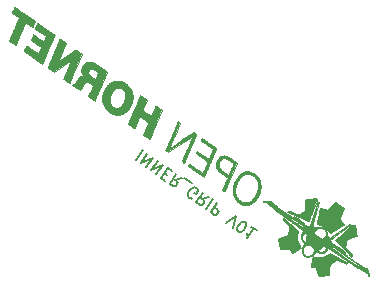
<source format=gbr>
%TF.GenerationSoftware,KiCad,Pcbnew,(6.0.9)*%
%TF.CreationDate,2023-01-28T00:17:32-09:00*%
%TF.ProjectId,HOTAS_Throttle Inner Grip,484f5441-535f-4546-9872-6f74746c6520,rev?*%
%TF.SameCoordinates,Original*%
%TF.FileFunction,Legend,Bot*%
%TF.FilePolarity,Positive*%
%FSLAX46Y46*%
G04 Gerber Fmt 4.6, Leading zero omitted, Abs format (unit mm)*
G04 Created by KiCad (PCBNEW (6.0.9)) date 2023-01-28 00:17:32*
%MOMM*%
%LPD*%
G01*
G04 APERTURE LIST*
G04 Aperture macros list*
%AMRoundRect*
0 Rectangle with rounded corners*
0 $1 Rounding radius*
0 $2 $3 $4 $5 $6 $7 $8 $9 X,Y pos of 4 corners*
0 Add a 4 corners polygon primitive as box body*
4,1,4,$2,$3,$4,$5,$6,$7,$8,$9,$2,$3,0*
0 Add four circle primitives for the rounded corners*
1,1,$1+$1,$2,$3*
1,1,$1+$1,$4,$5*
1,1,$1+$1,$6,$7*
1,1,$1+$1,$8,$9*
0 Add four rect primitives between the rounded corners*
20,1,$1+$1,$2,$3,$4,$5,0*
20,1,$1+$1,$4,$5,$6,$7,0*
20,1,$1+$1,$6,$7,$8,$9,0*
20,1,$1+$1,$8,$9,$2,$3,0*%
%AMHorizOval*
0 Thick line with rounded ends*
0 $1 width*
0 $2 $3 position (X,Y) of the first rounded end (center of the circle)*
0 $4 $5 position (X,Y) of the second rounded end (center of the circle)*
0 Add line between two ends*
20,1,$1,$2,$3,$4,$5,0*
0 Add two circle primitives to create the rounded ends*
1,1,$1,$2,$3*
1,1,$1,$4,$5*%
G04 Aperture macros list end*
%ADD10C,0.150000*%
%ADD11C,0.010000*%
%ADD12C,1.624000*%
%ADD13HorizOval,1.300000X-0.264347X0.075800X0.264347X-0.075800X0*%
%ADD14RoundRect,0.299999X0.504316X-0.508716X0.697263X0.164169X-0.504316X0.508716X-0.697263X-0.164169X0*%
%ADD15HorizOval,1.300000X-0.157734X-0.225267X0.157734X0.225267X0*%
%ADD16RoundRect,0.299999X-0.645190X-0.311219X-0.071782X-0.712723X0.645190X0.311219X0.071782X0.712723X0*%
%ADD17HorizOval,1.300000X-0.075800X-0.264347X0.075800X0.264347X0*%
%ADD18RoundRect,0.299999X-0.508716X-0.504316X0.164169X-0.697263X0.508716X0.504316X-0.164169X0.697263X0*%
%ADD19O,1.300000X1.850000*%
%ADD20RoundRect,0.299999X-0.350001X-0.625001X0.350001X-0.625001X0.350001X0.625001X-0.350001X0.625001X0*%
%ADD21HorizOval,1.300000X-0.225267X0.157734X0.225267X-0.157734X0*%
%ADD22RoundRect,0.299999X-0.311219X0.645190X-0.712723X0.071782X0.311219X-0.645190X0.712723X-0.071782X0*%
%ADD23C,3.100000*%
G04 APERTURE END LIST*
D10*
X94248080Y-105984255D02*
X93674504Y-106803407D01*
X94638153Y-106257387D02*
X94064576Y-107076539D01*
X95106240Y-106585145D01*
X94532663Y-107404297D01*
X95496312Y-106858276D02*
X94922736Y-107677428D01*
X95964399Y-107186034D01*
X95390823Y-108005186D01*
X96054027Y-107888245D02*
X96327077Y-108079438D01*
X96744544Y-107732297D02*
X96354471Y-107459166D01*
X95780895Y-108278318D01*
X96170967Y-108551450D01*
X97563696Y-108305874D02*
X97017513Y-108504754D01*
X97095609Y-107978116D02*
X96522032Y-108797268D01*
X96834090Y-109015773D01*
X96939418Y-109031392D01*
X97005738Y-109019698D01*
X97099372Y-108968997D01*
X97181312Y-108851975D01*
X97196931Y-108746648D01*
X97185237Y-108680327D01*
X97134535Y-108586694D01*
X96822477Y-108368188D01*
X97774351Y-108337112D02*
X98398467Y-108774123D01*
X98421693Y-110069293D02*
X98316366Y-110053674D01*
X98199344Y-109971734D01*
X98109635Y-109850787D01*
X98086247Y-109718146D01*
X98101866Y-109612819D01*
X98172112Y-109429477D01*
X98254051Y-109312455D01*
X98402311Y-109183739D01*
X98495945Y-109133038D01*
X98628585Y-109109650D01*
X98772920Y-109152582D01*
X98850935Y-109207208D01*
X98940643Y-109328155D01*
X98952337Y-109394475D01*
X98761145Y-109667526D01*
X98605116Y-109558273D01*
X99826116Y-109890037D02*
X99279933Y-110088918D01*
X99358029Y-109562279D02*
X98784452Y-110381431D01*
X99096510Y-110599937D01*
X99201838Y-110615556D01*
X99268158Y-110603862D01*
X99361792Y-110553160D01*
X99443731Y-110436139D01*
X99459351Y-110330811D01*
X99447656Y-110264491D01*
X99396955Y-110170857D01*
X99084897Y-109952352D01*
X100177181Y-110135856D02*
X99603604Y-110955008D01*
X100567253Y-110408988D02*
X99993677Y-111228140D01*
X100305735Y-111446645D01*
X100411062Y-111462264D01*
X100477383Y-111450570D01*
X100571016Y-111399869D01*
X100652956Y-111282847D01*
X100668575Y-111177519D01*
X100656881Y-111111199D01*
X100606180Y-111017565D01*
X100294122Y-110799060D01*
X101319923Y-112156787D02*
X102166550Y-111528827D01*
X101866024Y-112539171D01*
X102295104Y-112839616D02*
X102373119Y-112894243D01*
X102478446Y-112909862D01*
X102544767Y-112898168D01*
X102638400Y-112847466D01*
X102786660Y-112718750D01*
X102923226Y-112523714D01*
X102993471Y-112340372D01*
X103009090Y-112235044D01*
X102997396Y-112168724D01*
X102946695Y-112075090D01*
X102868680Y-112020464D01*
X102763353Y-112004845D01*
X102697032Y-112016539D01*
X102603399Y-112067240D01*
X102455139Y-112195956D01*
X102318573Y-112390992D01*
X102248328Y-112574335D01*
X102232709Y-112679662D01*
X102244403Y-112745983D01*
X102295104Y-112839616D01*
X103921876Y-112757920D02*
X103453789Y-112430162D01*
X103687833Y-112594041D02*
X103114256Y-113413193D01*
X103118181Y-113241545D01*
X103094793Y-113108904D01*
X103044092Y-113015270D01*
%TO.C,G\u002A\u002A\u002A*%
G36*
X110101109Y-114690712D02*
G01*
X110103838Y-114692142D01*
X110114182Y-114697677D01*
X110131149Y-114706819D01*
X110154295Y-114719330D01*
X110183186Y-114734971D01*
X110217380Y-114753503D01*
X110256438Y-114774686D01*
X110299920Y-114798283D01*
X110347387Y-114824053D01*
X110398400Y-114851758D01*
X110452519Y-114881158D01*
X110509305Y-114912015D01*
X110568317Y-114944089D01*
X110629118Y-114977142D01*
X110691267Y-115010934D01*
X110754326Y-115045227D01*
X110817853Y-115079781D01*
X110881412Y-115114358D01*
X110944561Y-115148717D01*
X111006861Y-115182622D01*
X111067874Y-115215831D01*
X111127159Y-115248107D01*
X111184277Y-115279209D01*
X111238788Y-115308900D01*
X111290255Y-115336940D01*
X111338235Y-115363090D01*
X111382292Y-115387111D01*
X111421985Y-115408763D01*
X111456873Y-115427809D01*
X111486520Y-115444009D01*
X111510483Y-115457124D01*
X111528326Y-115466913D01*
X111539607Y-115473141D01*
X111543888Y-115475565D01*
X111546430Y-115477658D01*
X111547638Y-115480641D01*
X111546349Y-115485404D01*
X111541958Y-115493227D01*
X111533864Y-115505390D01*
X111521463Y-115523171D01*
X111512103Y-115536306D01*
X111499006Y-115553414D01*
X111488322Y-115564940D01*
X111478812Y-115571931D01*
X111469240Y-115575431D01*
X111458367Y-115576489D01*
X111457516Y-115576418D01*
X111451369Y-115574703D01*
X111440283Y-115570616D01*
X111423986Y-115564035D01*
X111402202Y-115554840D01*
X111374660Y-115542911D01*
X111341085Y-115528128D01*
X111301202Y-115510370D01*
X111254741Y-115489517D01*
X111201425Y-115465449D01*
X111140982Y-115438045D01*
X111073138Y-115407187D01*
X111051913Y-115397525D01*
X110999662Y-115373774D01*
X110949718Y-115351124D01*
X110902621Y-115329818D01*
X110858910Y-115310096D01*
X110819125Y-115292201D01*
X110783805Y-115276374D01*
X110753488Y-115262858D01*
X110728716Y-115251894D01*
X110710026Y-115243723D01*
X110697957Y-115238588D01*
X110693050Y-115236731D01*
X110691944Y-115236646D01*
X110681825Y-115237437D01*
X110669344Y-115239988D01*
X110665925Y-115241539D01*
X110655454Y-115247460D01*
X110639072Y-115257336D01*
X110617431Y-115270741D01*
X110591182Y-115287250D01*
X110560979Y-115306436D01*
X110527473Y-115327873D01*
X110491317Y-115351136D01*
X110453162Y-115375800D01*
X110413660Y-115401437D01*
X110373466Y-115427622D01*
X110333229Y-115453930D01*
X110293602Y-115479934D01*
X110255239Y-115505208D01*
X110218789Y-115529326D01*
X110184907Y-115551864D01*
X110154244Y-115572395D01*
X110127452Y-115590491D01*
X110105184Y-115605729D01*
X110088092Y-115617682D01*
X110076827Y-115625926D01*
X110072042Y-115630032D01*
X110066436Y-115640986D01*
X110062287Y-115654063D01*
X110062233Y-115654364D01*
X110061699Y-115661713D01*
X110061119Y-115676767D01*
X110060507Y-115698839D01*
X110059873Y-115727241D01*
X110059231Y-115761286D01*
X110058592Y-115800286D01*
X110057967Y-115843554D01*
X110057371Y-115890401D01*
X110056814Y-115940142D01*
X110056309Y-115992088D01*
X110055878Y-116039696D01*
X110055382Y-116093082D01*
X110054892Y-116144993D01*
X110054414Y-116194553D01*
X110053957Y-116240893D01*
X110053530Y-116283134D01*
X110053142Y-116320404D01*
X110052801Y-116351829D01*
X110052516Y-116376537D01*
X110052297Y-116393652D01*
X110052241Y-116397432D01*
X110051556Y-116427232D01*
X110050321Y-116449908D01*
X110048219Y-116466670D01*
X110044935Y-116478724D01*
X110040152Y-116487279D01*
X110033557Y-116493544D01*
X110024831Y-116498725D01*
X110024795Y-116498743D01*
X110018948Y-116500291D01*
X110005463Y-116503141D01*
X109985036Y-116507169D01*
X109958359Y-116512254D01*
X109926127Y-116518273D01*
X109889035Y-116525104D01*
X109847776Y-116532626D01*
X109803044Y-116540713D01*
X109755533Y-116549246D01*
X109705938Y-116558101D01*
X109654952Y-116567157D01*
X109603269Y-116576290D01*
X109551584Y-116585379D01*
X109500589Y-116594300D01*
X109450981Y-116602933D01*
X109403453Y-116611154D01*
X109358696Y-116618841D01*
X109317408Y-116625871D01*
X109280282Y-116632123D01*
X109248011Y-116637474D01*
X109221290Y-116641802D01*
X109200812Y-116644984D01*
X109187272Y-116646898D01*
X109181364Y-116647421D01*
X109180361Y-116647307D01*
X109176049Y-116646727D01*
X109172058Y-116645706D01*
X109168181Y-116643776D01*
X109164212Y-116640469D01*
X109159946Y-116635318D01*
X109155175Y-116627854D01*
X109149697Y-116617609D01*
X109143303Y-116604117D01*
X109135788Y-116586907D01*
X109126947Y-116565514D01*
X109116573Y-116539468D01*
X109104461Y-116508302D01*
X109090405Y-116471549D01*
X109074198Y-116428740D01*
X109055636Y-116379406D01*
X109034512Y-116323082D01*
X109010620Y-116259298D01*
X109006049Y-116247096D01*
X108986019Y-116193719D01*
X108966790Y-116142621D01*
X108948579Y-116094366D01*
X108931601Y-116049519D01*
X108916071Y-116008647D01*
X108902206Y-115972315D01*
X108890222Y-115941088D01*
X108880333Y-115915532D01*
X108872756Y-115896212D01*
X108867705Y-115883694D01*
X108865399Y-115878543D01*
X108862811Y-115874926D01*
X108858375Y-115869979D01*
X108852732Y-115865704D01*
X108845083Y-115861921D01*
X108834628Y-115858448D01*
X108820565Y-115855104D01*
X108802093Y-115851710D01*
X108778412Y-115848084D01*
X108748721Y-115844045D01*
X108712218Y-115839413D01*
X108668104Y-115834008D01*
X108655663Y-115832483D01*
X108618980Y-115827823D01*
X108585039Y-115823275D01*
X108554786Y-115818980D01*
X108529165Y-115815079D01*
X108509121Y-115811716D01*
X108495599Y-115809032D01*
X108489544Y-115807170D01*
X108483200Y-115800663D01*
X108477567Y-115789739D01*
X108477483Y-115788670D01*
X108478461Y-115779945D01*
X108481297Y-115763260D01*
X108485944Y-115738833D01*
X108492355Y-115706879D01*
X108500487Y-115667617D01*
X108510293Y-115621265D01*
X108521729Y-115568040D01*
X108534749Y-115508159D01*
X108549307Y-115441840D01*
X108565359Y-115369300D01*
X108656233Y-114960064D01*
X108677309Y-114962859D01*
X108683241Y-114963591D01*
X108700934Y-114965496D01*
X108725276Y-114967878D01*
X108755427Y-114970667D01*
X108790551Y-114973798D01*
X108829808Y-114977204D01*
X108872362Y-114980818D01*
X108917373Y-114984572D01*
X108964005Y-114988399D01*
X109011420Y-114992233D01*
X109058778Y-114996007D01*
X109105242Y-114999654D01*
X109149975Y-115003106D01*
X109192139Y-115006296D01*
X109230895Y-115009158D01*
X109265405Y-115011624D01*
X109294833Y-115013629D01*
X109318339Y-115015103D01*
X109335086Y-115015980D01*
X109344235Y-115016195D01*
X109344849Y-115016178D01*
X109388279Y-115013010D01*
X109436015Y-115006219D01*
X109485930Y-114996332D01*
X109535898Y-114983880D01*
X109583792Y-114969392D01*
X109627483Y-114953395D01*
X109664847Y-114936422D01*
X109672520Y-114932323D01*
X109688593Y-114923361D01*
X109709744Y-114911286D01*
X109735146Y-114896591D01*
X109763975Y-114879769D01*
X109795403Y-114861312D01*
X109828605Y-114841710D01*
X109862755Y-114821458D01*
X109897027Y-114801046D01*
X109930596Y-114780969D01*
X109962636Y-114761716D01*
X109992319Y-114743781D01*
X110018821Y-114727656D01*
X110041316Y-114713831D01*
X110058978Y-114702802D01*
X110070981Y-114695060D01*
X110076500Y-114691095D01*
X110082985Y-114686348D01*
X110090228Y-114686094D01*
X110101109Y-114690712D01*
G37*
D11*
X110101109Y-114690712D02*
X110103838Y-114692142D01*
X110114182Y-114697677D01*
X110131149Y-114706819D01*
X110154295Y-114719330D01*
X110183186Y-114734971D01*
X110217380Y-114753503D01*
X110256438Y-114774686D01*
X110299920Y-114798283D01*
X110347387Y-114824053D01*
X110398400Y-114851758D01*
X110452519Y-114881158D01*
X110509305Y-114912015D01*
X110568317Y-114944089D01*
X110629118Y-114977142D01*
X110691267Y-115010934D01*
X110754326Y-115045227D01*
X110817853Y-115079781D01*
X110881412Y-115114358D01*
X110944561Y-115148717D01*
X111006861Y-115182622D01*
X111067874Y-115215831D01*
X111127159Y-115248107D01*
X111184277Y-115279209D01*
X111238788Y-115308900D01*
X111290255Y-115336940D01*
X111338235Y-115363090D01*
X111382292Y-115387111D01*
X111421985Y-115408763D01*
X111456873Y-115427809D01*
X111486520Y-115444009D01*
X111510483Y-115457124D01*
X111528326Y-115466913D01*
X111539607Y-115473141D01*
X111543888Y-115475565D01*
X111546430Y-115477658D01*
X111547638Y-115480641D01*
X111546349Y-115485404D01*
X111541958Y-115493227D01*
X111533864Y-115505390D01*
X111521463Y-115523171D01*
X111512103Y-115536306D01*
X111499006Y-115553414D01*
X111488322Y-115564940D01*
X111478812Y-115571931D01*
X111469240Y-115575431D01*
X111458367Y-115576489D01*
X111457516Y-115576418D01*
X111451369Y-115574703D01*
X111440283Y-115570616D01*
X111423986Y-115564035D01*
X111402202Y-115554840D01*
X111374660Y-115542911D01*
X111341085Y-115528128D01*
X111301202Y-115510370D01*
X111254741Y-115489517D01*
X111201425Y-115465449D01*
X111140982Y-115438045D01*
X111073138Y-115407187D01*
X111051913Y-115397525D01*
X110999662Y-115373774D01*
X110949718Y-115351124D01*
X110902621Y-115329818D01*
X110858910Y-115310096D01*
X110819125Y-115292201D01*
X110783805Y-115276374D01*
X110753488Y-115262858D01*
X110728716Y-115251894D01*
X110710026Y-115243723D01*
X110697957Y-115238588D01*
X110693050Y-115236731D01*
X110691944Y-115236646D01*
X110681825Y-115237437D01*
X110669344Y-115239988D01*
X110665925Y-115241539D01*
X110655454Y-115247460D01*
X110639072Y-115257336D01*
X110617431Y-115270741D01*
X110591182Y-115287250D01*
X110560979Y-115306436D01*
X110527473Y-115327873D01*
X110491317Y-115351136D01*
X110453162Y-115375800D01*
X110413660Y-115401437D01*
X110373466Y-115427622D01*
X110333229Y-115453930D01*
X110293602Y-115479934D01*
X110255239Y-115505208D01*
X110218789Y-115529326D01*
X110184907Y-115551864D01*
X110154244Y-115572395D01*
X110127452Y-115590491D01*
X110105184Y-115605729D01*
X110088092Y-115617682D01*
X110076827Y-115625926D01*
X110072042Y-115630032D01*
X110066436Y-115640986D01*
X110062287Y-115654063D01*
X110062233Y-115654364D01*
X110061699Y-115661713D01*
X110061119Y-115676767D01*
X110060507Y-115698839D01*
X110059873Y-115727241D01*
X110059231Y-115761286D01*
X110058592Y-115800286D01*
X110057967Y-115843554D01*
X110057371Y-115890401D01*
X110056814Y-115940142D01*
X110056309Y-115992088D01*
X110055878Y-116039696D01*
X110055382Y-116093082D01*
X110054892Y-116144993D01*
X110054414Y-116194553D01*
X110053957Y-116240893D01*
X110053530Y-116283134D01*
X110053142Y-116320404D01*
X110052801Y-116351829D01*
X110052516Y-116376537D01*
X110052297Y-116393652D01*
X110052241Y-116397432D01*
X110051556Y-116427232D01*
X110050321Y-116449908D01*
X110048219Y-116466670D01*
X110044935Y-116478724D01*
X110040152Y-116487279D01*
X110033557Y-116493544D01*
X110024831Y-116498725D01*
X110024795Y-116498743D01*
X110018948Y-116500291D01*
X110005463Y-116503141D01*
X109985036Y-116507169D01*
X109958359Y-116512254D01*
X109926127Y-116518273D01*
X109889035Y-116525104D01*
X109847776Y-116532626D01*
X109803044Y-116540713D01*
X109755533Y-116549246D01*
X109705938Y-116558101D01*
X109654952Y-116567157D01*
X109603269Y-116576290D01*
X109551584Y-116585379D01*
X109500589Y-116594300D01*
X109450981Y-116602933D01*
X109403453Y-116611154D01*
X109358696Y-116618841D01*
X109317408Y-116625871D01*
X109280282Y-116632123D01*
X109248011Y-116637474D01*
X109221290Y-116641802D01*
X109200812Y-116644984D01*
X109187272Y-116646898D01*
X109181364Y-116647421D01*
X109180361Y-116647307D01*
X109176049Y-116646727D01*
X109172058Y-116645706D01*
X109168181Y-116643776D01*
X109164212Y-116640469D01*
X109159946Y-116635318D01*
X109155175Y-116627854D01*
X109149697Y-116617609D01*
X109143303Y-116604117D01*
X109135788Y-116586907D01*
X109126947Y-116565514D01*
X109116573Y-116539468D01*
X109104461Y-116508302D01*
X109090405Y-116471549D01*
X109074198Y-116428740D01*
X109055636Y-116379406D01*
X109034512Y-116323082D01*
X109010620Y-116259298D01*
X109006049Y-116247096D01*
X108986019Y-116193719D01*
X108966790Y-116142621D01*
X108948579Y-116094366D01*
X108931601Y-116049519D01*
X108916071Y-116008647D01*
X108902206Y-115972315D01*
X108890222Y-115941088D01*
X108880333Y-115915532D01*
X108872756Y-115896212D01*
X108867705Y-115883694D01*
X108865399Y-115878543D01*
X108862811Y-115874926D01*
X108858375Y-115869979D01*
X108852732Y-115865704D01*
X108845083Y-115861921D01*
X108834628Y-115858448D01*
X108820565Y-115855104D01*
X108802093Y-115851710D01*
X108778412Y-115848084D01*
X108748721Y-115844045D01*
X108712218Y-115839413D01*
X108668104Y-115834008D01*
X108655663Y-115832483D01*
X108618980Y-115827823D01*
X108585039Y-115823275D01*
X108554786Y-115818980D01*
X108529165Y-115815079D01*
X108509121Y-115811716D01*
X108495599Y-115809032D01*
X108489544Y-115807170D01*
X108483200Y-115800663D01*
X108477567Y-115789739D01*
X108477483Y-115788670D01*
X108478461Y-115779945D01*
X108481297Y-115763260D01*
X108485944Y-115738833D01*
X108492355Y-115706879D01*
X108500487Y-115667617D01*
X108510293Y-115621265D01*
X108521729Y-115568040D01*
X108534749Y-115508159D01*
X108549307Y-115441840D01*
X108565359Y-115369300D01*
X108656233Y-114960064D01*
X108677309Y-114962859D01*
X108683241Y-114963591D01*
X108700934Y-114965496D01*
X108725276Y-114967878D01*
X108755427Y-114970667D01*
X108790551Y-114973798D01*
X108829808Y-114977204D01*
X108872362Y-114980818D01*
X108917373Y-114984572D01*
X108964005Y-114988399D01*
X109011420Y-114992233D01*
X109058778Y-114996007D01*
X109105242Y-114999654D01*
X109149975Y-115003106D01*
X109192139Y-115006296D01*
X109230895Y-115009158D01*
X109265405Y-115011624D01*
X109294833Y-115013629D01*
X109318339Y-115015103D01*
X109335086Y-115015980D01*
X109344235Y-115016195D01*
X109344849Y-115016178D01*
X109388279Y-115013010D01*
X109436015Y-115006219D01*
X109485930Y-114996332D01*
X109535898Y-114983880D01*
X109583792Y-114969392D01*
X109627483Y-114953395D01*
X109664847Y-114936422D01*
X109672520Y-114932323D01*
X109688593Y-114923361D01*
X109709744Y-114911286D01*
X109735146Y-114896591D01*
X109763975Y-114879769D01*
X109795403Y-114861312D01*
X109828605Y-114841710D01*
X109862755Y-114821458D01*
X109897027Y-114801046D01*
X109930596Y-114780969D01*
X109962636Y-114761716D01*
X109992319Y-114743781D01*
X110018821Y-114727656D01*
X110041316Y-114713831D01*
X110058978Y-114702802D01*
X110070981Y-114695060D01*
X110076500Y-114691095D01*
X110082985Y-114686348D01*
X110090228Y-114686094D01*
X110101109Y-114690712D01*
G36*
X106149563Y-111698750D02*
G01*
X106153219Y-111700978D01*
X106153486Y-111701186D01*
X106158593Y-111705552D01*
X106169673Y-111715205D01*
X106186416Y-111729871D01*
X106208512Y-111749279D01*
X106235653Y-111773153D01*
X106267527Y-111801222D01*
X106303827Y-111833213D01*
X106344242Y-111868852D01*
X106388462Y-111907867D01*
X106436179Y-111949983D01*
X106487081Y-111994929D01*
X106540861Y-112042432D01*
X106597208Y-112092216D01*
X106655812Y-112144011D01*
X106716365Y-112197543D01*
X106778556Y-112252539D01*
X106791620Y-112264093D01*
X106853362Y-112318699D01*
X106913330Y-112371735D01*
X106971220Y-112422933D01*
X107026727Y-112472022D01*
X107079547Y-112518735D01*
X107129375Y-112562801D01*
X107175906Y-112603950D01*
X107218836Y-112641914D01*
X107257861Y-112676424D01*
X107292676Y-112707211D01*
X107322976Y-112734003D01*
X107348456Y-112756533D01*
X107368813Y-112774531D01*
X107383741Y-112787727D01*
X107392937Y-112795853D01*
X107396095Y-112798640D01*
X107396025Y-112799182D01*
X107394311Y-112805109D01*
X107391003Y-112815401D01*
X107389098Y-112822574D01*
X107385684Y-112837784D01*
X107381135Y-112859506D01*
X107375633Y-112886767D01*
X107369362Y-112918588D01*
X107362501Y-112953996D01*
X107355235Y-112992016D01*
X107347744Y-113031671D01*
X107340211Y-113071983D01*
X107332819Y-113111982D01*
X107325748Y-113150688D01*
X107319183Y-113187128D01*
X107313305Y-113220325D01*
X107308294Y-113249304D01*
X107304336Y-113273089D01*
X107301610Y-113290704D01*
X107300300Y-113301175D01*
X107299030Y-113322594D01*
X107298932Y-113369655D01*
X107301843Y-113420400D01*
X107307476Y-113472428D01*
X107315538Y-113523338D01*
X107325741Y-113570729D01*
X107337795Y-113612199D01*
X107340098Y-113618198D01*
X107345955Y-113632165D01*
X107354686Y-113652258D01*
X107365953Y-113677751D01*
X107379424Y-113707915D01*
X107394764Y-113742020D01*
X107411638Y-113779339D01*
X107429712Y-113819142D01*
X107448651Y-113860700D01*
X107468123Y-113903285D01*
X107487792Y-113946167D01*
X107507323Y-113988620D01*
X107526382Y-114029913D01*
X107544634Y-114069318D01*
X107561747Y-114106106D01*
X107577385Y-114139549D01*
X107591214Y-114168916D01*
X107602899Y-114193481D01*
X107612107Y-114212515D01*
X107618501Y-114225288D01*
X107621751Y-114231071D01*
X107623753Y-114235254D01*
X107622206Y-114240374D01*
X107605787Y-114250930D01*
X107556163Y-114282775D01*
X107505159Y-114315424D01*
X107453275Y-114348560D01*
X107401012Y-114381870D01*
X107348870Y-114415035D01*
X107297352Y-114447741D01*
X107246956Y-114479673D01*
X107198185Y-114510514D01*
X107151537Y-114539949D01*
X107107515Y-114567662D01*
X107066620Y-114593336D01*
X107029350Y-114616658D01*
X106996208Y-114637311D01*
X106967694Y-114654978D01*
X106944309Y-114669345D01*
X106926554Y-114680096D01*
X106914928Y-114686915D01*
X106909933Y-114689486D01*
X106900264Y-114689928D01*
X106887409Y-114685342D01*
X106885369Y-114683205D01*
X106878836Y-114673509D01*
X106868962Y-114656710D01*
X106855939Y-114633163D01*
X106839962Y-114603222D01*
X106821223Y-114567242D01*
X106799920Y-114525578D01*
X106792642Y-114511238D01*
X106774512Y-114475609D01*
X106759610Y-114446555D01*
X106747508Y-114423346D01*
X106737786Y-114405249D01*
X106730019Y-114391534D01*
X106723781Y-114381472D01*
X106718649Y-114374327D01*
X106714199Y-114369373D01*
X106710007Y-114365876D01*
X106705648Y-114363105D01*
X106704642Y-114362551D01*
X106700771Y-114360884D01*
X106695573Y-114359412D01*
X106688499Y-114358116D01*
X106679000Y-114356978D01*
X106666526Y-114355977D01*
X106650530Y-114355094D01*
X106630460Y-114354312D01*
X106605768Y-114353610D01*
X106575905Y-114352970D01*
X106540321Y-114352372D01*
X106498468Y-114351797D01*
X106449796Y-114351226D01*
X106393756Y-114350639D01*
X106329799Y-114350019D01*
X106298571Y-114349724D01*
X106243847Y-114349203D01*
X106191140Y-114348700D01*
X106141169Y-114348220D01*
X106094649Y-114347770D01*
X106052297Y-114347358D01*
X106014829Y-114346990D01*
X105982962Y-114346674D01*
X105957410Y-114346417D01*
X105938894Y-114346225D01*
X105928126Y-114346105D01*
X105919462Y-114346218D01*
X105910197Y-114346682D01*
X105902006Y-114347076D01*
X105894740Y-114346937D01*
X105888255Y-114345810D01*
X105882402Y-114343237D01*
X105877033Y-114338757D01*
X105872001Y-114331916D01*
X105867159Y-114322252D01*
X105862361Y-114309309D01*
X105857460Y-114292629D01*
X105852306Y-114271753D01*
X105846754Y-114246223D01*
X105840656Y-114215583D01*
X105833866Y-114179371D01*
X105826235Y-114137132D01*
X105817616Y-114088406D01*
X105807863Y-114032736D01*
X105796828Y-113969664D01*
X105784365Y-113898731D01*
X105774664Y-113843687D01*
X105763565Y-113780610D01*
X105753815Y-113724997D01*
X105745338Y-113676362D01*
X105738063Y-113634219D01*
X105731914Y-113598077D01*
X105726819Y-113567450D01*
X105722703Y-113541850D01*
X105719492Y-113520788D01*
X105717113Y-113503779D01*
X105715491Y-113490333D01*
X105714554Y-113479962D01*
X105714225Y-113472179D01*
X105714435Y-113466496D01*
X105715106Y-113462426D01*
X105716166Y-113459480D01*
X105717540Y-113457172D01*
X105729885Y-113445528D01*
X105749670Y-113435782D01*
X105755664Y-113433526D01*
X105769451Y-113428349D01*
X105790017Y-113420628D01*
X105816752Y-113410597D01*
X105849038Y-113398485D01*
X105886264Y-113384522D01*
X105927814Y-113368937D01*
X105973076Y-113351963D01*
X106021435Y-113333829D01*
X106072277Y-113314763D01*
X106124988Y-113295000D01*
X106172573Y-113277143D01*
X106223095Y-113258148D01*
X106270986Y-113240107D01*
X106315657Y-113223243D01*
X106356519Y-113207780D01*
X106392982Y-113193941D01*
X106424458Y-113181949D01*
X106450360Y-113172027D01*
X106470096Y-113164401D01*
X106483079Y-113159292D01*
X106488722Y-113156925D01*
X106489306Y-113156612D01*
X106500023Y-113148498D01*
X106509573Y-113137851D01*
X106510653Y-113135815D01*
X106514014Y-113126529D01*
X106518832Y-113110399D01*
X106525151Y-113087245D01*
X106533016Y-113056892D01*
X106542472Y-113019159D01*
X106553563Y-112973868D01*
X106566336Y-112920842D01*
X106580835Y-112859904D01*
X106597103Y-112790873D01*
X106609406Y-112738409D01*
X106622386Y-112682843D01*
X106633590Y-112634500D01*
X106643124Y-112592831D01*
X106651091Y-112557284D01*
X106657594Y-112527308D01*
X106662738Y-112502354D01*
X106666625Y-112481870D01*
X106669360Y-112465305D01*
X106671044Y-112452109D01*
X106671784Y-112441732D01*
X106671682Y-112433621D01*
X106670841Y-112427227D01*
X106669366Y-112421999D01*
X106667359Y-112417386D01*
X106666710Y-112416533D01*
X106661091Y-112410339D01*
X106650106Y-112398701D01*
X106634165Y-112382044D01*
X106613680Y-112360792D01*
X106589063Y-112335368D01*
X106560724Y-112306196D01*
X106529077Y-112273700D01*
X106494531Y-112238304D01*
X106457499Y-112200431D01*
X106418390Y-112160506D01*
X106377618Y-112118951D01*
X106371681Y-112112904D01*
X106329089Y-112069448D01*
X106288715Y-112028128D01*
X106250936Y-111989333D01*
X106216122Y-111953454D01*
X106184649Y-111920877D01*
X106156889Y-111891989D01*
X106133215Y-111867181D01*
X106114001Y-111846839D01*
X106099620Y-111831354D01*
X106090445Y-111821111D01*
X106086850Y-111816502D01*
X106084234Y-111806065D01*
X106085232Y-111793307D01*
X106090733Y-111778057D01*
X106101188Y-111759107D01*
X106117046Y-111735247D01*
X106127419Y-111720490D01*
X106136217Y-111708437D01*
X106142129Y-111701470D01*
X106146222Y-111698578D01*
X106149563Y-111698750D01*
G37*
X106149563Y-111698750D02*
X106153219Y-111700978D01*
X106153486Y-111701186D01*
X106158593Y-111705552D01*
X106169673Y-111715205D01*
X106186416Y-111729871D01*
X106208512Y-111749279D01*
X106235653Y-111773153D01*
X106267527Y-111801222D01*
X106303827Y-111833213D01*
X106344242Y-111868852D01*
X106388462Y-111907867D01*
X106436179Y-111949983D01*
X106487081Y-111994929D01*
X106540861Y-112042432D01*
X106597208Y-112092216D01*
X106655812Y-112144011D01*
X106716365Y-112197543D01*
X106778556Y-112252539D01*
X106791620Y-112264093D01*
X106853362Y-112318699D01*
X106913330Y-112371735D01*
X106971220Y-112422933D01*
X107026727Y-112472022D01*
X107079547Y-112518735D01*
X107129375Y-112562801D01*
X107175906Y-112603950D01*
X107218836Y-112641914D01*
X107257861Y-112676424D01*
X107292676Y-112707211D01*
X107322976Y-112734003D01*
X107348456Y-112756533D01*
X107368813Y-112774531D01*
X107383741Y-112787727D01*
X107392937Y-112795853D01*
X107396095Y-112798640D01*
X107396025Y-112799182D01*
X107394311Y-112805109D01*
X107391003Y-112815401D01*
X107389098Y-112822574D01*
X107385684Y-112837784D01*
X107381135Y-112859506D01*
X107375633Y-112886767D01*
X107369362Y-112918588D01*
X107362501Y-112953996D01*
X107355235Y-112992016D01*
X107347744Y-113031671D01*
X107340211Y-113071983D01*
X107332819Y-113111982D01*
X107325748Y-113150688D01*
X107319183Y-113187128D01*
X107313305Y-113220325D01*
X107308294Y-113249304D01*
X107304336Y-113273089D01*
X107301610Y-113290704D01*
X107300300Y-113301175D01*
X107299030Y-113322594D01*
X107298932Y-113369655D01*
X107301843Y-113420400D01*
X107307476Y-113472428D01*
X107315538Y-113523338D01*
X107325741Y-113570729D01*
X107337795Y-113612199D01*
X107340098Y-113618198D01*
X107345955Y-113632165D01*
X107354686Y-113652258D01*
X107365953Y-113677751D01*
X107379424Y-113707915D01*
X107394764Y-113742020D01*
X107411638Y-113779339D01*
X107429712Y-113819142D01*
X107448651Y-113860700D01*
X107468123Y-113903285D01*
X107487792Y-113946167D01*
X107507323Y-113988620D01*
X107526382Y-114029913D01*
X107544634Y-114069318D01*
X107561747Y-114106106D01*
X107577385Y-114139549D01*
X107591214Y-114168916D01*
X107602899Y-114193481D01*
X107612107Y-114212515D01*
X107618501Y-114225288D01*
X107621751Y-114231071D01*
X107623753Y-114235254D01*
X107622206Y-114240374D01*
X107605787Y-114250930D01*
X107556163Y-114282775D01*
X107505159Y-114315424D01*
X107453275Y-114348560D01*
X107401012Y-114381870D01*
X107348870Y-114415035D01*
X107297352Y-114447741D01*
X107246956Y-114479673D01*
X107198185Y-114510514D01*
X107151537Y-114539949D01*
X107107515Y-114567662D01*
X107066620Y-114593336D01*
X107029350Y-114616658D01*
X106996208Y-114637311D01*
X106967694Y-114654978D01*
X106944309Y-114669345D01*
X106926554Y-114680096D01*
X106914928Y-114686915D01*
X106909933Y-114689486D01*
X106900264Y-114689928D01*
X106887409Y-114685342D01*
X106885369Y-114683205D01*
X106878836Y-114673509D01*
X106868962Y-114656710D01*
X106855939Y-114633163D01*
X106839962Y-114603222D01*
X106821223Y-114567242D01*
X106799920Y-114525578D01*
X106792642Y-114511238D01*
X106774512Y-114475609D01*
X106759610Y-114446555D01*
X106747508Y-114423346D01*
X106737786Y-114405249D01*
X106730019Y-114391534D01*
X106723781Y-114381472D01*
X106718649Y-114374327D01*
X106714199Y-114369373D01*
X106710007Y-114365876D01*
X106705648Y-114363105D01*
X106704642Y-114362551D01*
X106700771Y-114360884D01*
X106695573Y-114359412D01*
X106688499Y-114358116D01*
X106679000Y-114356978D01*
X106666526Y-114355977D01*
X106650530Y-114355094D01*
X106630460Y-114354312D01*
X106605768Y-114353610D01*
X106575905Y-114352970D01*
X106540321Y-114352372D01*
X106498468Y-114351797D01*
X106449796Y-114351226D01*
X106393756Y-114350639D01*
X106329799Y-114350019D01*
X106298571Y-114349724D01*
X106243847Y-114349203D01*
X106191140Y-114348700D01*
X106141169Y-114348220D01*
X106094649Y-114347770D01*
X106052297Y-114347358D01*
X106014829Y-114346990D01*
X105982962Y-114346674D01*
X105957410Y-114346417D01*
X105938894Y-114346225D01*
X105928126Y-114346105D01*
X105919462Y-114346218D01*
X105910197Y-114346682D01*
X105902006Y-114347076D01*
X105894740Y-114346937D01*
X105888255Y-114345810D01*
X105882402Y-114343237D01*
X105877033Y-114338757D01*
X105872001Y-114331916D01*
X105867159Y-114322252D01*
X105862361Y-114309309D01*
X105857460Y-114292629D01*
X105852306Y-114271753D01*
X105846754Y-114246223D01*
X105840656Y-114215583D01*
X105833866Y-114179371D01*
X105826235Y-114137132D01*
X105817616Y-114088406D01*
X105807863Y-114032736D01*
X105796828Y-113969664D01*
X105784365Y-113898731D01*
X105774664Y-113843687D01*
X105763565Y-113780610D01*
X105753815Y-113724997D01*
X105745338Y-113676362D01*
X105738063Y-113634219D01*
X105731914Y-113598077D01*
X105726819Y-113567450D01*
X105722703Y-113541850D01*
X105719492Y-113520788D01*
X105717113Y-113503779D01*
X105715491Y-113490333D01*
X105714554Y-113479962D01*
X105714225Y-113472179D01*
X105714435Y-113466496D01*
X105715106Y-113462426D01*
X105716166Y-113459480D01*
X105717540Y-113457172D01*
X105729885Y-113445528D01*
X105749670Y-113435782D01*
X105755664Y-113433526D01*
X105769451Y-113428349D01*
X105790017Y-113420628D01*
X105816752Y-113410597D01*
X105849038Y-113398485D01*
X105886264Y-113384522D01*
X105927814Y-113368937D01*
X105973076Y-113351963D01*
X106021435Y-113333829D01*
X106072277Y-113314763D01*
X106124988Y-113295000D01*
X106172573Y-113277143D01*
X106223095Y-113258148D01*
X106270986Y-113240107D01*
X106315657Y-113223243D01*
X106356519Y-113207780D01*
X106392982Y-113193941D01*
X106424458Y-113181949D01*
X106450360Y-113172027D01*
X106470096Y-113164401D01*
X106483079Y-113159292D01*
X106488722Y-113156925D01*
X106489306Y-113156612D01*
X106500023Y-113148498D01*
X106509573Y-113137851D01*
X106510653Y-113135815D01*
X106514014Y-113126529D01*
X106518832Y-113110399D01*
X106525151Y-113087245D01*
X106533016Y-113056892D01*
X106542472Y-113019159D01*
X106553563Y-112973868D01*
X106566336Y-112920842D01*
X106580835Y-112859904D01*
X106597103Y-112790873D01*
X106609406Y-112738409D01*
X106622386Y-112682843D01*
X106633590Y-112634500D01*
X106643124Y-112592831D01*
X106651091Y-112557284D01*
X106657594Y-112527308D01*
X106662738Y-112502354D01*
X106666625Y-112481870D01*
X106669360Y-112465305D01*
X106671044Y-112452109D01*
X106671784Y-112441732D01*
X106671682Y-112433621D01*
X106670841Y-112427227D01*
X106669366Y-112421999D01*
X106667359Y-112417386D01*
X106666710Y-112416533D01*
X106661091Y-112410339D01*
X106650106Y-112398701D01*
X106634165Y-112382044D01*
X106613680Y-112360792D01*
X106589063Y-112335368D01*
X106560724Y-112306196D01*
X106529077Y-112273700D01*
X106494531Y-112238304D01*
X106457499Y-112200431D01*
X106418390Y-112160506D01*
X106377618Y-112118951D01*
X106371681Y-112112904D01*
X106329089Y-112069448D01*
X106288715Y-112028128D01*
X106250936Y-111989333D01*
X106216122Y-111953454D01*
X106184649Y-111920877D01*
X106156889Y-111891989D01*
X106133215Y-111867181D01*
X106114001Y-111846839D01*
X106099620Y-111831354D01*
X106090445Y-111821111D01*
X106086850Y-111816502D01*
X106084234Y-111806065D01*
X106085232Y-111793307D01*
X106090733Y-111778057D01*
X106101188Y-111759107D01*
X106117046Y-111735247D01*
X106127419Y-111720490D01*
X106136217Y-111708437D01*
X106142129Y-111701470D01*
X106146222Y-111698578D01*
X106149563Y-111698750D01*
G36*
X113377948Y-116378200D02*
G01*
X113391127Y-116417146D01*
X113403265Y-116453390D01*
X113414075Y-116486103D01*
X113423270Y-116514456D01*
X113430562Y-116537620D01*
X113435664Y-116554767D01*
X113438289Y-116565065D01*
X113441220Y-116584364D01*
X113441217Y-116601530D01*
X113437662Y-116616667D01*
X113435217Y-116622972D01*
X113429785Y-116633971D01*
X113425105Y-116640020D01*
X113423327Y-116640964D01*
X113412864Y-116640880D01*
X113398794Y-116634032D01*
X113381857Y-116620749D01*
X113376745Y-116615730D01*
X113371889Y-116609699D01*
X113367038Y-116601824D01*
X113361728Y-116591080D01*
X113355495Y-116576442D01*
X113347872Y-116556883D01*
X113338395Y-116531380D01*
X113326599Y-116498906D01*
X113324027Y-116491789D01*
X113312874Y-116461130D01*
X113304008Y-116437321D01*
X113296998Y-116419416D01*
X113291407Y-116406469D01*
X113286804Y-116397532D01*
X113282756Y-116391662D01*
X113278829Y-116387911D01*
X113274591Y-116385334D01*
X113272401Y-116384167D01*
X113262610Y-116378732D01*
X113246249Y-116369518D01*
X113223845Y-116356824D01*
X113195921Y-116340952D01*
X113162999Y-116322202D01*
X113125605Y-116300873D01*
X113084263Y-116277266D01*
X113039495Y-116251682D01*
X112991826Y-116224420D01*
X112941780Y-116195781D01*
X112889882Y-116166065D01*
X112836654Y-116135572D01*
X112782621Y-116104603D01*
X112728307Y-116073457D01*
X112674234Y-116042436D01*
X112620928Y-116011839D01*
X112568913Y-115981967D01*
X112518712Y-115953119D01*
X112470849Y-115925597D01*
X112425849Y-115899699D01*
X112384234Y-115875727D01*
X112346529Y-115853981D01*
X112313259Y-115834761D01*
X112284945Y-115818367D01*
X112262114Y-115805099D01*
X112252938Y-115799648D01*
X112233536Y-115787666D01*
X112209335Y-115772236D01*
X112180068Y-115753184D01*
X112145471Y-115730331D01*
X112105275Y-115703500D01*
X112059216Y-115672514D01*
X112007025Y-115637195D01*
X111948437Y-115597367D01*
X111883186Y-115552851D01*
X111830525Y-115516884D01*
X111772952Y-115477584D01*
X111712866Y-115436589D01*
X111651456Y-115394710D01*
X111589910Y-115352755D01*
X111529413Y-115311534D01*
X111471155Y-115271856D01*
X111416323Y-115234530D01*
X111366104Y-115200366D01*
X111321685Y-115170172D01*
X111282932Y-115143844D01*
X111175294Y-115070714D01*
X111074367Y-115002141D01*
X110979928Y-114937978D01*
X110891758Y-114878078D01*
X110809638Y-114822292D01*
X110733348Y-114770473D01*
X110662669Y-114722475D01*
X110597380Y-114678148D01*
X110537262Y-114637346D01*
X110482094Y-114599921D01*
X110431658Y-114565725D01*
X110385732Y-114534613D01*
X110344098Y-114506434D01*
X110306536Y-114481043D01*
X110272825Y-114458291D01*
X110242748Y-114438031D01*
X110216081Y-114420114D01*
X110192607Y-114404397D01*
X110172107Y-114390727D01*
X110154359Y-114378960D01*
X110139144Y-114368947D01*
X110126241Y-114360542D01*
X110115434Y-114353596D01*
X110106499Y-114347961D01*
X110099219Y-114343490D01*
X110093373Y-114340037D01*
X110088740Y-114337454D01*
X110085103Y-114335590D01*
X110082240Y-114334302D01*
X110079933Y-114333441D01*
X110077960Y-114332859D01*
X110076103Y-114332409D01*
X110074142Y-114331944D01*
X110071856Y-114331313D01*
X110054408Y-114324911D01*
X110028400Y-114312760D01*
X109998883Y-114296722D01*
X109967474Y-114277686D01*
X109935787Y-114256538D01*
X109920783Y-114246135D01*
X109907631Y-114237227D01*
X109898609Y-114231361D01*
X109895109Y-114229465D01*
X109894846Y-114230216D01*
X109892964Y-114237073D01*
X109889767Y-114249456D01*
X109885760Y-114265409D01*
X109878646Y-114291676D01*
X109859138Y-114348141D01*
X109835152Y-114400520D01*
X109807345Y-114447481D01*
X109776374Y-114487689D01*
X109767996Y-114496936D01*
X109755509Y-114509670D01*
X109748791Y-114516522D01*
X109729038Y-114534018D01*
X109707500Y-114550248D01*
X109682938Y-114566031D01*
X109654115Y-114582190D01*
X109619793Y-114599548D01*
X109578733Y-114618927D01*
X109552405Y-114630638D01*
X109522005Y-114642566D01*
X109493054Y-114651629D01*
X109462343Y-114658802D01*
X109426664Y-114665056D01*
X109377397Y-114670688D01*
X109313294Y-114671363D01*
X109249815Y-114664107D01*
X109185465Y-114648820D01*
X109152619Y-114637945D01*
X109098266Y-114614279D01*
X109049338Y-114585342D01*
X109006516Y-114551562D01*
X108970483Y-114513371D01*
X108964771Y-114506372D01*
X108954680Y-114494518D01*
X108947206Y-114486423D01*
X108943653Y-114483538D01*
X108942861Y-114484059D01*
X108937600Y-114489585D01*
X108928600Y-114500119D01*
X108916874Y-114514385D01*
X108903429Y-114531110D01*
X108889278Y-114549019D01*
X108875428Y-114566838D01*
X108862892Y-114583292D01*
X108852677Y-114597108D01*
X108845795Y-114607010D01*
X108833150Y-114626371D01*
X108809632Y-114661315D01*
X108788387Y-114690885D01*
X108768161Y-114716437D01*
X108751663Y-114734896D01*
X108747704Y-114739326D01*
X108725760Y-114760909D01*
X108701079Y-114782539D01*
X108672409Y-114805572D01*
X108638495Y-114831365D01*
X108608062Y-114853240D01*
X108560422Y-114884209D01*
X108513251Y-114911096D01*
X108468119Y-114933031D01*
X108426595Y-114949141D01*
X108410853Y-114953971D01*
X108376323Y-114962877D01*
X108337782Y-114971080D01*
X108297635Y-114978173D01*
X108258287Y-114983752D01*
X108222143Y-114987412D01*
X108191609Y-114988746D01*
X108177008Y-114988602D01*
X108119248Y-114984803D01*
X108063972Y-114976095D01*
X108012853Y-114962802D01*
X107967560Y-114945248D01*
X107945673Y-114933198D01*
X107918937Y-114914940D01*
X107891946Y-114893411D01*
X107867108Y-114870543D01*
X107846832Y-114848272D01*
X107826359Y-114820985D01*
X107792592Y-114765409D01*
X107764702Y-114703858D01*
X107742655Y-114636265D01*
X107726426Y-114562561D01*
X107720088Y-114520997D01*
X107719075Y-114509906D01*
X107787603Y-114509906D01*
X107791515Y-114567392D01*
X107800810Y-114623949D01*
X107815172Y-114678442D01*
X107834284Y-114729744D01*
X107857832Y-114776723D01*
X107885499Y-114818248D01*
X107916972Y-114853189D01*
X107927126Y-114862498D01*
X107944602Y-114876787D01*
X107962112Y-114888163D01*
X107983169Y-114899061D01*
X108012740Y-114911171D01*
X108060392Y-114923988D01*
X108112427Y-114931047D01*
X108167757Y-114932338D01*
X108225292Y-114927854D01*
X108283945Y-114917587D01*
X108342626Y-114901532D01*
X108351857Y-114898427D01*
X108406572Y-114875682D01*
X108461927Y-114845217D01*
X108518457Y-114806745D01*
X108526213Y-114800946D01*
X108561623Y-114773260D01*
X108591164Y-114747700D01*
X108616260Y-114722876D01*
X108638335Y-114697400D01*
X108658814Y-114669883D01*
X108667213Y-114657714D01*
X108677785Y-114641649D01*
X108685404Y-114628256D01*
X108691325Y-114614933D01*
X108696799Y-114599080D01*
X108703082Y-114578094D01*
X108712571Y-114538872D01*
X108719319Y-114496774D01*
X108723141Y-114454124D01*
X108723925Y-114412998D01*
X108722476Y-114390048D01*
X109008434Y-114390048D01*
X109008810Y-114391258D01*
X109012983Y-114400031D01*
X109020248Y-114412876D01*
X109029191Y-114427458D01*
X109038389Y-114441447D01*
X109046426Y-114452510D01*
X109059484Y-114466746D01*
X109078983Y-114484314D01*
X109101383Y-114501913D01*
X109124211Y-114517610D01*
X109144992Y-114529473D01*
X109147003Y-114530451D01*
X109190197Y-114547903D01*
X109238437Y-114561469D01*
X109289082Y-114570538D01*
X109339491Y-114574500D01*
X109371283Y-114573528D01*
X109408821Y-114569124D01*
X109447064Y-114561817D01*
X109482982Y-114552193D01*
X109513541Y-114540838D01*
X109531379Y-114532382D01*
X109576891Y-114505600D01*
X109616514Y-114473715D01*
X109650645Y-114436243D01*
X109679683Y-114392705D01*
X109704025Y-114342617D01*
X109724069Y-114285495D01*
X109725822Y-114279368D01*
X109730541Y-114261168D01*
X109735482Y-114240162D01*
X109738237Y-114227523D01*
X110211715Y-114227523D01*
X110327355Y-114307775D01*
X110341151Y-114317321D01*
X110361731Y-114331519D01*
X110388593Y-114350024D01*
X110421383Y-114372592D01*
X110459751Y-114398983D01*
X110503341Y-114428952D01*
X110551801Y-114462256D01*
X110604778Y-114498657D01*
X110661919Y-114537908D01*
X110722872Y-114579768D01*
X110787283Y-114623995D01*
X110854797Y-114670347D01*
X110925065Y-114718581D01*
X110997732Y-114768453D01*
X111072446Y-114819723D01*
X111148851Y-114872148D01*
X111226598Y-114925484D01*
X111305332Y-114979490D01*
X112167668Y-115570953D01*
X112639636Y-115852320D01*
X112653364Y-115860503D01*
X112710906Y-115894794D01*
X112766326Y-115927802D01*
X112819194Y-115959272D01*
X112869084Y-115988951D01*
X112915563Y-116016584D01*
X112958206Y-116041914D01*
X112996580Y-116064690D01*
X113030258Y-116084656D01*
X113058810Y-116101555D01*
X113081809Y-116115134D01*
X113098825Y-116125139D01*
X113109426Y-116131315D01*
X113113188Y-116133407D01*
X113113293Y-116132831D01*
X113111923Y-116126522D01*
X113108542Y-116114755D01*
X113103674Y-116099400D01*
X113092578Y-116065670D01*
X112566186Y-115725763D01*
X112039795Y-115385856D01*
X111167793Y-114733735D01*
X111119296Y-114697469D01*
X111043961Y-114641139D01*
X110970584Y-114586281D01*
X110899449Y-114533107D01*
X110830840Y-114481829D01*
X110765040Y-114432659D01*
X110702333Y-114385807D01*
X110643002Y-114341486D01*
X110587331Y-114299909D01*
X110535604Y-114261285D01*
X110488104Y-114225828D01*
X110445115Y-114193749D01*
X110406919Y-114165258D01*
X110373803Y-114140571D01*
X110346047Y-114119896D01*
X110323936Y-114103444D01*
X110307755Y-114091430D01*
X110297785Y-114084065D01*
X110294311Y-114081559D01*
X110293048Y-114083419D01*
X110288965Y-114091573D01*
X110282881Y-114104725D01*
X110275566Y-114121248D01*
X110267016Y-114139510D01*
X110251333Y-114168512D01*
X110235007Y-114194257D01*
X110211715Y-114227523D01*
X109738237Y-114227523D01*
X109740329Y-114217926D01*
X109744770Y-114196037D01*
X109748493Y-114176075D01*
X109751186Y-114159614D01*
X109752534Y-114148234D01*
X109752225Y-114143510D01*
X109750377Y-114142848D01*
X109741534Y-114140042D01*
X109726442Y-114135387D01*
X109706241Y-114129232D01*
X109682075Y-114121927D01*
X109655084Y-114113821D01*
X109639800Y-114109216D01*
X109612712Y-114100911D01*
X109588297Y-114093247D01*
X109567918Y-114086661D01*
X109552938Y-114081590D01*
X109544718Y-114078470D01*
X109542392Y-114077455D01*
X109531033Y-114074735D01*
X109523152Y-114078011D01*
X109520954Y-114080023D01*
X109512787Y-114087496D01*
X109499913Y-114099282D01*
X109483299Y-114114489D01*
X109463919Y-114132230D01*
X109442744Y-114151615D01*
X109407627Y-114183461D01*
X109372505Y-114214490D01*
X109342070Y-114240327D01*
X109315701Y-114261468D01*
X109292779Y-114278407D01*
X109272683Y-114291641D01*
X109254793Y-114301663D01*
X109222202Y-114316892D01*
X109183799Y-114332794D01*
X109142533Y-114348239D01*
X109101145Y-114362202D01*
X109062369Y-114373658D01*
X109057415Y-114375002D01*
X109038098Y-114380402D01*
X109022503Y-114385010D01*
X109012118Y-114388377D01*
X109011449Y-114388680D01*
X109008434Y-114390048D01*
X108722476Y-114390048D01*
X108721556Y-114375476D01*
X108715920Y-114343639D01*
X108708958Y-114321755D01*
X108692203Y-114284795D01*
X108669207Y-114246113D01*
X108640834Y-114206872D01*
X108607953Y-114168233D01*
X108571431Y-114131357D01*
X108532136Y-114097407D01*
X108511226Y-114081655D01*
X108464261Y-114051407D01*
X108413872Y-114025028D01*
X108361678Y-114003156D01*
X108309301Y-113986428D01*
X108258362Y-113975481D01*
X108210483Y-113970952D01*
X108200448Y-113971059D01*
X108167722Y-113975047D01*
X108131110Y-113983980D01*
X108092269Y-113997177D01*
X108052858Y-114013957D01*
X108014532Y-114033638D01*
X107978950Y-114055539D01*
X107947767Y-114078979D01*
X107945124Y-114081245D01*
X107916147Y-114111144D01*
X107888942Y-114148411D01*
X107863929Y-114192133D01*
X107841527Y-114241397D01*
X107822157Y-114295289D01*
X107806236Y-114352894D01*
X107794186Y-114413300D01*
X107789387Y-114452617D01*
X107787603Y-114509906D01*
X107719075Y-114509906D01*
X107714962Y-114464884D01*
X107714668Y-114411374D01*
X107719228Y-114357881D01*
X107728666Y-114301815D01*
X107737240Y-114263330D01*
X107752662Y-114206167D01*
X107770522Y-114151804D01*
X107790360Y-114101373D01*
X107811716Y-114056009D01*
X107834132Y-114016844D01*
X107857147Y-113985011D01*
X107859250Y-113982479D01*
X107871791Y-113966851D01*
X107884152Y-113950387D01*
X107897221Y-113931793D01*
X107911886Y-113909771D01*
X107929036Y-113883026D01*
X107949560Y-113850261D01*
X107959036Y-113834812D01*
X107967131Y-113820786D01*
X107971443Y-113811733D01*
X107972501Y-113806509D01*
X107970828Y-113803969D01*
X107969761Y-113803437D01*
X107961561Y-113799967D01*
X107948328Y-113794781D01*
X107932363Y-113788787D01*
X107888752Y-113769259D01*
X107841860Y-113740001D01*
X107797858Y-113703631D01*
X107757319Y-113660760D01*
X107720813Y-113612006D01*
X107688917Y-113557980D01*
X107662200Y-113499295D01*
X107654625Y-113476677D01*
X107647100Y-113447848D01*
X107640255Y-113415678D01*
X107634482Y-113382443D01*
X107630178Y-113350420D01*
X107628331Y-113328850D01*
X107726463Y-113328850D01*
X107732583Y-113384907D01*
X107733009Y-113387250D01*
X107747703Y-113444813D01*
X107769856Y-113500287D01*
X107798765Y-113552179D01*
X107833722Y-113598998D01*
X107865937Y-113632365D01*
X107902358Y-113662038D01*
X107940176Y-113685310D01*
X107978355Y-113701551D01*
X108015863Y-113710130D01*
X108027134Y-113711406D01*
X108034685Y-113711051D01*
X108038870Y-113707673D01*
X108040368Y-113699915D01*
X108039856Y-113686423D01*
X108038011Y-113665846D01*
X108035778Y-113634984D01*
X108034206Y-113591966D01*
X108033991Y-113547174D01*
X108035141Y-113503984D01*
X108037660Y-113465771D01*
X108039159Y-113451629D01*
X108041639Y-113434450D01*
X108045072Y-113417016D01*
X108049765Y-113398391D01*
X108056023Y-113377637D01*
X108064153Y-113353816D01*
X108074462Y-113325992D01*
X108087254Y-113293227D01*
X108102837Y-113254584D01*
X108121517Y-113209126D01*
X108160218Y-113115510D01*
X108116676Y-113060093D01*
X108110004Y-113051559D01*
X108092467Y-113028788D01*
X108075124Y-113005850D01*
X108059675Y-112985005D01*
X108058397Y-112983227D01*
X108718376Y-112983227D01*
X108718382Y-112983749D01*
X108718435Y-112989385D01*
X108719396Y-112996051D01*
X108721770Y-113002892D01*
X108726041Y-113010358D01*
X108732693Y-113018900D01*
X108742210Y-113028970D01*
X108755073Y-113041017D01*
X108771768Y-113055492D01*
X108792780Y-113072848D01*
X108818590Y-113093531D01*
X108849682Y-113117997D01*
X108886541Y-113146691D01*
X108929650Y-113180069D01*
X108946284Y-113192919D01*
X108975840Y-113215707D01*
X109003110Y-113236674D01*
X109027358Y-113255258D01*
X109047852Y-113270899D01*
X109063856Y-113283036D01*
X109074637Y-113291108D01*
X109079461Y-113294553D01*
X109080754Y-113295328D01*
X109089572Y-113300723D01*
X109104253Y-113309789D01*
X109123774Y-113321890D01*
X109147112Y-113336389D01*
X109173242Y-113352647D01*
X109201141Y-113370028D01*
X109229787Y-113387893D01*
X109258155Y-113405605D01*
X109285222Y-113422528D01*
X109309963Y-113438021D01*
X109331357Y-113451450D01*
X109333304Y-113452672D01*
X109356325Y-113466871D01*
X109377868Y-113479723D01*
X109396519Y-113490417D01*
X109410873Y-113498143D01*
X109419519Y-113502095D01*
X109440454Y-113505452D01*
X109462321Y-113501696D01*
X109481419Y-113490884D01*
X109489236Y-113484115D01*
X109512523Y-113462131D01*
X109537892Y-113435949D01*
X109564439Y-113406693D01*
X109591258Y-113375488D01*
X109617446Y-113343455D01*
X109642098Y-113311719D01*
X109664311Y-113281405D01*
X109683179Y-113253635D01*
X109697799Y-113229532D01*
X109707266Y-113210224D01*
X109712280Y-113196441D01*
X109722480Y-113159071D01*
X109730379Y-113115808D01*
X109735772Y-113068288D01*
X109738448Y-113018145D01*
X109738201Y-112967013D01*
X109735217Y-112922579D01*
X109729053Y-112882994D01*
X109718972Y-112845871D01*
X109704225Y-112808454D01*
X109684061Y-112767987D01*
X109654263Y-112717594D01*
X109620035Y-112670807D01*
X109582890Y-112631231D01*
X109542100Y-112598283D01*
X109496940Y-112571385D01*
X109446683Y-112549954D01*
X109390604Y-112533412D01*
X109383830Y-112531813D01*
X109324666Y-112521102D01*
X109268535Y-112516822D01*
X109216236Y-112518990D01*
X109168572Y-112527632D01*
X109165052Y-112528571D01*
X109114792Y-112544161D01*
X109063819Y-112563725D01*
X109014427Y-112586222D01*
X108968912Y-112610615D01*
X108929565Y-112635864D01*
X108925956Y-112638449D01*
X108916649Y-112645381D01*
X108908745Y-112652066D01*
X108901211Y-112659712D01*
X108893018Y-112669521D01*
X108883133Y-112682699D01*
X108870526Y-112700453D01*
X108854164Y-112723987D01*
X108849929Y-112730144D01*
X108828382Y-112762756D01*
X108807306Y-112796656D01*
X108787241Y-112830808D01*
X108768727Y-112864183D01*
X108752307Y-112895747D01*
X108738521Y-112924465D01*
X108727909Y-112949307D01*
X108721015Y-112969239D01*
X108718376Y-112983227D01*
X108058397Y-112983227D01*
X108047816Y-112968510D01*
X108039959Y-112957406D01*
X108030148Y-112943908D01*
X108022783Y-112934220D01*
X108019043Y-112929923D01*
X108015811Y-112929821D01*
X108006109Y-112933448D01*
X107991560Y-112940927D01*
X107973307Y-112951519D01*
X107952495Y-112964485D01*
X107930270Y-112979084D01*
X107907775Y-112994578D01*
X107886156Y-113010228D01*
X107866556Y-113025293D01*
X107850123Y-113039034D01*
X107827369Y-113061449D01*
X107803228Y-113089805D01*
X107781169Y-113120219D01*
X107762830Y-113150417D01*
X107749853Y-113178126D01*
X107737083Y-113219396D01*
X107728000Y-113273231D01*
X107726463Y-113328850D01*
X107628331Y-113328850D01*
X107627735Y-113321884D01*
X107627548Y-113299114D01*
X107630663Y-113250832D01*
X107634862Y-113203987D01*
X107640124Y-113163391D01*
X107646762Y-113127887D01*
X107655086Y-113096313D01*
X107665407Y-113067508D01*
X107678037Y-113040310D01*
X107693288Y-113013560D01*
X107711469Y-112986097D01*
X107719104Y-112975546D01*
X107734892Y-112955206D01*
X107751111Y-112935833D01*
X107765243Y-112920495D01*
X107775740Y-112910602D01*
X107794026Y-112894770D01*
X107815789Y-112876971D01*
X107839043Y-112858785D01*
X107861806Y-112841791D01*
X107882089Y-112827568D01*
X107883316Y-112826645D01*
X107884570Y-112824224D01*
X107882655Y-112820764D01*
X107876612Y-112815337D01*
X107865481Y-112807013D01*
X107848304Y-112794866D01*
X107823252Y-112776644D01*
X107793953Y-112753523D01*
X107767920Y-112730962D01*
X107746523Y-112710159D01*
X107731132Y-112692314D01*
X107731112Y-112692286D01*
X107728996Y-112689479D01*
X107726780Y-112686712D01*
X107724159Y-112683758D01*
X107720825Y-112680391D01*
X107716469Y-112676382D01*
X107710784Y-112671507D01*
X107703463Y-112665536D01*
X107694198Y-112658244D01*
X107682681Y-112649402D01*
X107668605Y-112638784D01*
X107651664Y-112626163D01*
X107631547Y-112611312D01*
X107607948Y-112594005D01*
X107580561Y-112574012D01*
X107549076Y-112551108D01*
X107513186Y-112525065D01*
X107472584Y-112495657D01*
X107426963Y-112462656D01*
X107376014Y-112425836D01*
X107319431Y-112384968D01*
X107256904Y-112339826D01*
X107188129Y-112290185D01*
X107112795Y-112235814D01*
X107096120Y-112223779D01*
X107005300Y-112158235D01*
X106920877Y-112097309D01*
X106842453Y-112040718D01*
X106769632Y-111988172D01*
X106702016Y-111939388D01*
X106639207Y-111894078D01*
X106580808Y-111851956D01*
X106526421Y-111812736D01*
X106475649Y-111776130D01*
X106428096Y-111741854D01*
X106383362Y-111709621D01*
X106341051Y-111679144D01*
X106300765Y-111650137D01*
X106262108Y-111622313D01*
X106224682Y-111595387D01*
X106188089Y-111569073D01*
X106151931Y-111543082D01*
X106115813Y-111517130D01*
X106079335Y-111490931D01*
X106042100Y-111464197D01*
X106003711Y-111436642D01*
X105963772Y-111407981D01*
X105917559Y-111374802D01*
X105866393Y-111338003D01*
X105821163Y-111305384D01*
X105781333Y-111276550D01*
X105746369Y-111251104D01*
X105715734Y-111228648D01*
X105688893Y-111208786D01*
X105665311Y-111191121D01*
X105644452Y-111175258D01*
X105625781Y-111160798D01*
X105608762Y-111147347D01*
X105592860Y-111134507D01*
X105577540Y-111121880D01*
X105568236Y-111114114D01*
X105550866Y-111099553D01*
X105527983Y-111080326D01*
X105500124Y-111056885D01*
X105467824Y-111029685D01*
X105431622Y-110999177D01*
X105392051Y-110965814D01*
X105349649Y-110930049D01*
X105304953Y-110892337D01*
X105258498Y-110853127D01*
X105210822Y-110812875D01*
X105162460Y-110772033D01*
X105113947Y-110731053D01*
X105065823Y-110690389D01*
X105018621Y-110650495D01*
X104972880Y-110611822D01*
X104929135Y-110574822D01*
X104887922Y-110539951D01*
X104849777Y-110507659D01*
X104815238Y-110478401D01*
X104784997Y-110452762D01*
X105000911Y-110452762D01*
X105001026Y-110452904D01*
X105005433Y-110456753D01*
X105015946Y-110465575D01*
X105032180Y-110479050D01*
X105053744Y-110496860D01*
X105080253Y-110518687D01*
X105111317Y-110544212D01*
X105146550Y-110573117D01*
X105185562Y-110605084D01*
X105227967Y-110639794D01*
X105273374Y-110676930D01*
X105321399Y-110716173D01*
X105371652Y-110757203D01*
X105423745Y-110799704D01*
X105846147Y-111144201D01*
X106796969Y-111823330D01*
X106818700Y-111838851D01*
X106898939Y-111896161D01*
X106977399Y-111952196D01*
X107053794Y-112006756D01*
X107127840Y-112059636D01*
X107199256Y-112110635D01*
X107267756Y-112159549D01*
X107333056Y-112206177D01*
X107394873Y-112250314D01*
X107452923Y-112291760D01*
X107506922Y-112330310D01*
X107556586Y-112365763D01*
X107601631Y-112397916D01*
X107641773Y-112426566D01*
X107676730Y-112451510D01*
X107706216Y-112472547D01*
X107729948Y-112489472D01*
X107747642Y-112502085D01*
X107759014Y-112510181D01*
X107763782Y-112513558D01*
X107779772Y-112524658D01*
X107811616Y-112483649D01*
X107823376Y-112469083D01*
X107839515Y-112450485D01*
X107855009Y-112433966D01*
X107867691Y-112421912D01*
X107869962Y-112419954D01*
X107880885Y-112410031D01*
X107888249Y-112402484D01*
X107890565Y-112398814D01*
X107889139Y-112397799D01*
X107881279Y-112392526D01*
X107866814Y-112382934D01*
X107846041Y-112369215D01*
X107819255Y-112351567D01*
X107786756Y-112330182D01*
X107748837Y-112305255D01*
X107705795Y-112276981D01*
X107657928Y-112245556D01*
X107605532Y-112211171D01*
X107548902Y-112174023D01*
X107488335Y-112134307D01*
X107424130Y-112092216D01*
X107356581Y-112047945D01*
X107285985Y-112001690D01*
X107212639Y-111953643D01*
X107136838Y-111904001D01*
X107058880Y-111852957D01*
X106979061Y-111800705D01*
X106068915Y-111204969D01*
X105585168Y-110839155D01*
X105536301Y-110802194D01*
X105480851Y-110760230D01*
X105427437Y-110719785D01*
X105376452Y-110681156D01*
X105328288Y-110644642D01*
X105283340Y-110610542D01*
X105242001Y-110579154D01*
X105204664Y-110550779D01*
X105171723Y-110525714D01*
X105143572Y-110504258D01*
X105120601Y-110486710D01*
X105103207Y-110473368D01*
X105091782Y-110464534D01*
X105086720Y-110460503D01*
X105081567Y-110456186D01*
X105074308Y-110451594D01*
X105065974Y-110449237D01*
X105054107Y-110448556D01*
X105036250Y-110448990D01*
X105029741Y-110449273D01*
X105014863Y-110450281D01*
X105004614Y-110451512D01*
X105000911Y-110452762D01*
X104784997Y-110452762D01*
X104784840Y-110452629D01*
X104759120Y-110430796D01*
X104694314Y-110375736D01*
X104581455Y-110375885D01*
X104580497Y-110375887D01*
X104546318Y-110375868D01*
X104519443Y-110375656D01*
X104498742Y-110375158D01*
X104483080Y-110374286D01*
X104471325Y-110372948D01*
X104462346Y-110371054D01*
X104455008Y-110368513D01*
X104448181Y-110365235D01*
X104432392Y-110355950D01*
X104420226Y-110345490D01*
X104415911Y-110335489D01*
X104419201Y-110325262D01*
X104429850Y-110314123D01*
X104447993Y-110301940D01*
X104471309Y-110293494D01*
X104499685Y-110290041D01*
X104500380Y-110290015D01*
X104525194Y-110289183D01*
X104555435Y-110288358D01*
X104590235Y-110287551D01*
X104628726Y-110286769D01*
X104670039Y-110286025D01*
X104713307Y-110285327D01*
X104757662Y-110284686D01*
X104802233Y-110284111D01*
X104846154Y-110283613D01*
X104888557Y-110283200D01*
X104928573Y-110282883D01*
X104965332Y-110282673D01*
X104997968Y-110282577D01*
X105025613Y-110282608D01*
X105047396Y-110282774D01*
X105062453Y-110283085D01*
X105069911Y-110283551D01*
X105077321Y-110284973D01*
X105097469Y-110291749D01*
X105111273Y-110301267D01*
X105118206Y-110312784D01*
X105117735Y-110325556D01*
X105109330Y-110338841D01*
X105100911Y-110347759D01*
X105141235Y-110379158D01*
X105145307Y-110382304D01*
X105157306Y-110391491D01*
X105175375Y-110405271D01*
X105199086Y-110423319D01*
X105228014Y-110445310D01*
X105261728Y-110470921D01*
X105299804Y-110499826D01*
X105341811Y-110531702D01*
X105387324Y-110566224D01*
X105435915Y-110603068D01*
X105487156Y-110641907D01*
X105540620Y-110682421D01*
X105595878Y-110724282D01*
X105652505Y-110767166D01*
X106123452Y-111123775D01*
X106663908Y-111477867D01*
X106684566Y-111491401D01*
X106745391Y-111531253D01*
X106804209Y-111569790D01*
X106860631Y-111606758D01*
X106914266Y-111641902D01*
X106964723Y-111674964D01*
X107011612Y-111705688D01*
X107054542Y-111733820D01*
X107093123Y-111759103D01*
X107126965Y-111781280D01*
X107155677Y-111800099D01*
X107178868Y-111815300D01*
X107196149Y-111826629D01*
X107207128Y-111833830D01*
X107211416Y-111836648D01*
X107211758Y-111836873D01*
X107214962Y-111838620D01*
X107215031Y-111837517D01*
X107211596Y-111833182D01*
X107204290Y-111825234D01*
X107192746Y-111813293D01*
X107176595Y-111796978D01*
X107155471Y-111775908D01*
X107129005Y-111749704D01*
X107096832Y-111717984D01*
X107088473Y-111709760D01*
X107060865Y-111682619D01*
X107038686Y-111660672D01*
X107021527Y-111643266D01*
X107008974Y-111629751D01*
X107000616Y-111619474D01*
X106996041Y-111611784D01*
X106994836Y-111606029D01*
X106996588Y-111601556D01*
X107000886Y-111597715D01*
X107007318Y-111593853D01*
X107015471Y-111589318D01*
X107028313Y-111582697D01*
X107052344Y-111575204D01*
X107075922Y-111575196D01*
X107101051Y-111582516D01*
X107114862Y-111588723D01*
X107141240Y-111602373D01*
X107173852Y-111620955D01*
X107212430Y-111644310D01*
X107256701Y-111672276D01*
X107306397Y-111704691D01*
X107316449Y-111711368D01*
X107329067Y-111719865D01*
X107341867Y-111728644D01*
X107355204Y-111737981D01*
X107369439Y-111748154D01*
X107384929Y-111759438D01*
X107402034Y-111772111D01*
X107421111Y-111786449D01*
X107442521Y-111802728D01*
X107466620Y-111821226D01*
X107493767Y-111842218D01*
X107524323Y-111865981D01*
X107558644Y-111892792D01*
X107597089Y-111922926D01*
X107640018Y-111956662D01*
X107687788Y-111994275D01*
X107740759Y-112036041D01*
X107799287Y-112082237D01*
X107863735Y-112133140D01*
X107934457Y-112189027D01*
X108172836Y-112377429D01*
X108272449Y-112391058D01*
X108289240Y-112393316D01*
X108317121Y-112396889D01*
X108342133Y-112399878D01*
X108362901Y-112402132D01*
X108378044Y-112403492D01*
X108386185Y-112403806D01*
X108400310Y-112402925D01*
X108746687Y-111367620D01*
X109093064Y-110332316D01*
X109110122Y-110328930D01*
X109121450Y-110327551D01*
X109130973Y-110329853D01*
X109141756Y-110337277D01*
X109156332Y-110349009D01*
X108984403Y-110972807D01*
X108981068Y-110984909D01*
X108946236Y-111111291D01*
X108913583Y-111229789D01*
X108883038Y-111340655D01*
X108854535Y-111444143D01*
X108828002Y-111540505D01*
X108803374Y-111629995D01*
X108780580Y-111712867D01*
X108759554Y-111789372D01*
X108740225Y-111859765D01*
X108722526Y-111924299D01*
X108706389Y-111983227D01*
X108691743Y-112036802D01*
X108678522Y-112085277D01*
X108666657Y-112128906D01*
X108656080Y-112167941D01*
X108646720Y-112202638D01*
X108638511Y-112233246D01*
X108631384Y-112260021D01*
X108625270Y-112283216D01*
X108620100Y-112303084D01*
X108615808Y-112319877D01*
X108612323Y-112333850D01*
X108609577Y-112345256D01*
X108607503Y-112354347D01*
X108606030Y-112361377D01*
X108605093Y-112366598D01*
X108604620Y-112370266D01*
X108604544Y-112372631D01*
X108604796Y-112373949D01*
X108605309Y-112374472D01*
X108638147Y-112386954D01*
X108680645Y-112406269D01*
X108726169Y-112429907D01*
X108773082Y-112457013D01*
X108819754Y-112486734D01*
X108859518Y-112513306D01*
X108890075Y-112498243D01*
X108923988Y-112483317D01*
X108966842Y-112467902D01*
X109013093Y-112454151D01*
X109060097Y-112442769D01*
X109105211Y-112434464D01*
X109145790Y-112429942D01*
X109163967Y-112429333D01*
X109207082Y-112431288D01*
X109254872Y-112437384D01*
X109305706Y-112447275D01*
X109357949Y-112460618D01*
X109409967Y-112477066D01*
X109460128Y-112496275D01*
X109472807Y-112501972D01*
X109505322Y-112519112D01*
X109540419Y-112540522D01*
X109576002Y-112564737D01*
X109609978Y-112590288D01*
X109640250Y-112615710D01*
X109664724Y-112639535D01*
X109694283Y-112673390D01*
X109724609Y-112712059D01*
X109753287Y-112752488D01*
X109779379Y-112793204D01*
X109801943Y-112832736D01*
X109820038Y-112869612D01*
X109832724Y-112902361D01*
X109842162Y-112937715D01*
X109850276Y-112981093D01*
X109856242Y-113028382D01*
X109859840Y-113077332D01*
X109860849Y-113125689D01*
X109859049Y-113171204D01*
X109856029Y-113211127D01*
X109891944Y-113237469D01*
X109899571Y-113243110D01*
X109930733Y-113267065D01*
X109961136Y-113291793D01*
X109989749Y-113316365D01*
X110015538Y-113339844D01*
X110037470Y-113361297D01*
X110054512Y-113379793D01*
X110065630Y-113394396D01*
X110067126Y-113396722D01*
X110072590Y-113404476D01*
X110075510Y-113407415D01*
X110076351Y-113406862D01*
X110082970Y-113402250D01*
X110095733Y-113393266D01*
X110114122Y-113380275D01*
X110137623Y-113363643D01*
X110165719Y-113343736D01*
X110197895Y-113320917D01*
X110233635Y-113295557D01*
X110272422Y-113268016D01*
X110313741Y-113238662D01*
X110357076Y-113207862D01*
X110363056Y-113203611D01*
X110390497Y-113184103D01*
X110423014Y-113160990D01*
X110460206Y-113134552D01*
X110501674Y-113105077D01*
X110547021Y-113072846D01*
X110595845Y-113038143D01*
X110647747Y-113001252D01*
X110702330Y-112962458D01*
X110759194Y-112922043D01*
X110817939Y-112880291D01*
X110878165Y-112837486D01*
X110939475Y-112793912D01*
X111001469Y-112749852D01*
X111063747Y-112705590D01*
X111125910Y-112661411D01*
X111187560Y-112617597D01*
X111248296Y-112574432D01*
X111307721Y-112532199D01*
X111365433Y-112491184D01*
X111421035Y-112451669D01*
X111474128Y-112413938D01*
X111524311Y-112378275D01*
X111571185Y-112344964D01*
X111614352Y-112314288D01*
X111653413Y-112286531D01*
X111687967Y-112261976D01*
X111717616Y-112240908D01*
X111741962Y-112223610D01*
X111760603Y-112210366D01*
X111773143Y-112201460D01*
X111779179Y-112197174D01*
X111779682Y-112196822D01*
X111786935Y-112193135D01*
X111793947Y-112194173D01*
X111804026Y-112200360D01*
X111815925Y-112211972D01*
X111822560Y-112225576D01*
X111823116Y-112238892D01*
X111817041Y-112249822D01*
X111815632Y-112251005D01*
X111808086Y-112257117D01*
X111794347Y-112268150D01*
X111774700Y-112283881D01*
X111749424Y-112304085D01*
X111718800Y-112328538D01*
X111683110Y-112357016D01*
X111642635Y-112389296D01*
X111597657Y-112425152D01*
X111548456Y-112464361D01*
X111495314Y-112506697D01*
X111438513Y-112551940D01*
X111378332Y-112599862D01*
X111315055Y-112650240D01*
X111248961Y-112702850D01*
X111180333Y-112757468D01*
X111109452Y-112813870D01*
X111036598Y-112871831D01*
X110962053Y-112931127D01*
X110120270Y-113600670D01*
X110115528Y-113604443D01*
X110119052Y-113616139D01*
X110120683Y-113620184D01*
X110126056Y-113631546D01*
X110134449Y-113648357D01*
X110145262Y-113669435D01*
X110157894Y-113693602D01*
X110171743Y-113719675D01*
X110220911Y-113811512D01*
X110320405Y-113872704D01*
X110356676Y-113895027D01*
X110404395Y-113924434D01*
X110455177Y-113955765D01*
X110508167Y-113988488D01*
X110562508Y-114022075D01*
X110617344Y-114055995D01*
X110671819Y-114089718D01*
X110725076Y-114122715D01*
X110776261Y-114154453D01*
X110824516Y-114184403D01*
X110868986Y-114212035D01*
X110908814Y-114236820D01*
X110943144Y-114258225D01*
X110971121Y-114275723D01*
X110975518Y-114278480D01*
X111012042Y-114301551D01*
X111043294Y-114321689D01*
X111071087Y-114340140D01*
X111097235Y-114358151D01*
X111123550Y-114376968D01*
X111151846Y-114397838D01*
X111183936Y-114422007D01*
X111200712Y-114434789D01*
X111242212Y-114467053D01*
X111276776Y-114494990D01*
X111304566Y-114518741D01*
X111325744Y-114538450D01*
X111340474Y-114554258D01*
X111348918Y-114566309D01*
X111351351Y-114572009D01*
X111355259Y-114590508D01*
X111355934Y-114612042D01*
X111353426Y-114633196D01*
X111347780Y-114650551D01*
X111347634Y-114650852D01*
X111346845Y-114652932D01*
X111346097Y-114654655D01*
X111344796Y-114655771D01*
X111342352Y-114656031D01*
X111338171Y-114655186D01*
X111331659Y-114652987D01*
X111322224Y-114649186D01*
X111309274Y-114643532D01*
X111292215Y-114635779D01*
X111270455Y-114625675D01*
X111243400Y-114612972D01*
X111210458Y-114597422D01*
X111171036Y-114578774D01*
X111124542Y-114556781D01*
X111121162Y-114555183D01*
X111098565Y-114544576D01*
X111079013Y-114535515D01*
X111063654Y-114528522D01*
X111053639Y-114524122D01*
X111050117Y-114522840D01*
X111050794Y-114523404D01*
X111057050Y-114528209D01*
X111069563Y-114537686D01*
X111087965Y-114551558D01*
X111111893Y-114569554D01*
X111140980Y-114591399D01*
X111174860Y-114616819D01*
X111213168Y-114645539D01*
X111255539Y-114677287D01*
X111301607Y-114711787D01*
X111351005Y-114748766D01*
X111403370Y-114787950D01*
X111458334Y-114829064D01*
X111515533Y-114871835D01*
X111574601Y-114915988D01*
X112098751Y-115307728D01*
X112593379Y-115627228D01*
X112627539Y-115649292D01*
X112686352Y-115687269D01*
X112743477Y-115724144D01*
X112798461Y-115759628D01*
X112850854Y-115793427D01*
X112900202Y-115825251D01*
X112946055Y-115854808D01*
X112987960Y-115881809D01*
X113025465Y-115905961D01*
X113058120Y-115926973D01*
X113085470Y-115944554D01*
X113107066Y-115958413D01*
X113122454Y-115968258D01*
X113131184Y-115973799D01*
X113174362Y-116000871D01*
X113183444Y-115987900D01*
X113184459Y-115986506D01*
X113193021Y-115977511D01*
X113201154Y-115972568D01*
X113206125Y-115972187D01*
X113218145Y-115976565D01*
X113231091Y-115986935D01*
X113243278Y-116002117D01*
X113246431Y-116008639D01*
X113252102Y-116022575D01*
X113259892Y-116042931D01*
X113269512Y-116068878D01*
X113280678Y-116099586D01*
X113293100Y-116134225D01*
X113306493Y-116171968D01*
X113320568Y-116211985D01*
X113335038Y-116253445D01*
X113349616Y-116295520D01*
X113351173Y-116300046D01*
X113364015Y-116337382D01*
X113377948Y-116378200D01*
G37*
X113377948Y-116378200D02*
X113391127Y-116417146D01*
X113403265Y-116453390D01*
X113414075Y-116486103D01*
X113423270Y-116514456D01*
X113430562Y-116537620D01*
X113435664Y-116554767D01*
X113438289Y-116565065D01*
X113441220Y-116584364D01*
X113441217Y-116601530D01*
X113437662Y-116616667D01*
X113435217Y-116622972D01*
X113429785Y-116633971D01*
X113425105Y-116640020D01*
X113423327Y-116640964D01*
X113412864Y-116640880D01*
X113398794Y-116634032D01*
X113381857Y-116620749D01*
X113376745Y-116615730D01*
X113371889Y-116609699D01*
X113367038Y-116601824D01*
X113361728Y-116591080D01*
X113355495Y-116576442D01*
X113347872Y-116556883D01*
X113338395Y-116531380D01*
X113326599Y-116498906D01*
X113324027Y-116491789D01*
X113312874Y-116461130D01*
X113304008Y-116437321D01*
X113296998Y-116419416D01*
X113291407Y-116406469D01*
X113286804Y-116397532D01*
X113282756Y-116391662D01*
X113278829Y-116387911D01*
X113274591Y-116385334D01*
X113272401Y-116384167D01*
X113262610Y-116378732D01*
X113246249Y-116369518D01*
X113223845Y-116356824D01*
X113195921Y-116340952D01*
X113162999Y-116322202D01*
X113125605Y-116300873D01*
X113084263Y-116277266D01*
X113039495Y-116251682D01*
X112991826Y-116224420D01*
X112941780Y-116195781D01*
X112889882Y-116166065D01*
X112836654Y-116135572D01*
X112782621Y-116104603D01*
X112728307Y-116073457D01*
X112674234Y-116042436D01*
X112620928Y-116011839D01*
X112568913Y-115981967D01*
X112518712Y-115953119D01*
X112470849Y-115925597D01*
X112425849Y-115899699D01*
X112384234Y-115875727D01*
X112346529Y-115853981D01*
X112313259Y-115834761D01*
X112284945Y-115818367D01*
X112262114Y-115805099D01*
X112252938Y-115799648D01*
X112233536Y-115787666D01*
X112209335Y-115772236D01*
X112180068Y-115753184D01*
X112145471Y-115730331D01*
X112105275Y-115703500D01*
X112059216Y-115672514D01*
X112007025Y-115637195D01*
X111948437Y-115597367D01*
X111883186Y-115552851D01*
X111830525Y-115516884D01*
X111772952Y-115477584D01*
X111712866Y-115436589D01*
X111651456Y-115394710D01*
X111589910Y-115352755D01*
X111529413Y-115311534D01*
X111471155Y-115271856D01*
X111416323Y-115234530D01*
X111366104Y-115200366D01*
X111321685Y-115170172D01*
X111282932Y-115143844D01*
X111175294Y-115070714D01*
X111074367Y-115002141D01*
X110979928Y-114937978D01*
X110891758Y-114878078D01*
X110809638Y-114822292D01*
X110733348Y-114770473D01*
X110662669Y-114722475D01*
X110597380Y-114678148D01*
X110537262Y-114637346D01*
X110482094Y-114599921D01*
X110431658Y-114565725D01*
X110385732Y-114534613D01*
X110344098Y-114506434D01*
X110306536Y-114481043D01*
X110272825Y-114458291D01*
X110242748Y-114438031D01*
X110216081Y-114420114D01*
X110192607Y-114404397D01*
X110172107Y-114390727D01*
X110154359Y-114378960D01*
X110139144Y-114368947D01*
X110126241Y-114360542D01*
X110115434Y-114353596D01*
X110106499Y-114347961D01*
X110099219Y-114343490D01*
X110093373Y-114340037D01*
X110088740Y-114337454D01*
X110085103Y-114335590D01*
X110082240Y-114334302D01*
X110079933Y-114333441D01*
X110077960Y-114332859D01*
X110076103Y-114332409D01*
X110074142Y-114331944D01*
X110071856Y-114331313D01*
X110054408Y-114324911D01*
X110028400Y-114312760D01*
X109998883Y-114296722D01*
X109967474Y-114277686D01*
X109935787Y-114256538D01*
X109920783Y-114246135D01*
X109907631Y-114237227D01*
X109898609Y-114231361D01*
X109895109Y-114229465D01*
X109894846Y-114230216D01*
X109892964Y-114237073D01*
X109889767Y-114249456D01*
X109885760Y-114265409D01*
X109878646Y-114291676D01*
X109859138Y-114348141D01*
X109835152Y-114400520D01*
X109807345Y-114447481D01*
X109776374Y-114487689D01*
X109767996Y-114496936D01*
X109755509Y-114509670D01*
X109748791Y-114516522D01*
X109729038Y-114534018D01*
X109707500Y-114550248D01*
X109682938Y-114566031D01*
X109654115Y-114582190D01*
X109619793Y-114599548D01*
X109578733Y-114618927D01*
X109552405Y-114630638D01*
X109522005Y-114642566D01*
X109493054Y-114651629D01*
X109462343Y-114658802D01*
X109426664Y-114665056D01*
X109377397Y-114670688D01*
X109313294Y-114671363D01*
X109249815Y-114664107D01*
X109185465Y-114648820D01*
X109152619Y-114637945D01*
X109098266Y-114614279D01*
X109049338Y-114585342D01*
X109006516Y-114551562D01*
X108970483Y-114513371D01*
X108964771Y-114506372D01*
X108954680Y-114494518D01*
X108947206Y-114486423D01*
X108943653Y-114483538D01*
X108942861Y-114484059D01*
X108937600Y-114489585D01*
X108928600Y-114500119D01*
X108916874Y-114514385D01*
X108903429Y-114531110D01*
X108889278Y-114549019D01*
X108875428Y-114566838D01*
X108862892Y-114583292D01*
X108852677Y-114597108D01*
X108845795Y-114607010D01*
X108833150Y-114626371D01*
X108809632Y-114661315D01*
X108788387Y-114690885D01*
X108768161Y-114716437D01*
X108751663Y-114734896D01*
X108747704Y-114739326D01*
X108725760Y-114760909D01*
X108701079Y-114782539D01*
X108672409Y-114805572D01*
X108638495Y-114831365D01*
X108608062Y-114853240D01*
X108560422Y-114884209D01*
X108513251Y-114911096D01*
X108468119Y-114933031D01*
X108426595Y-114949141D01*
X108410853Y-114953971D01*
X108376323Y-114962877D01*
X108337782Y-114971080D01*
X108297635Y-114978173D01*
X108258287Y-114983752D01*
X108222143Y-114987412D01*
X108191609Y-114988746D01*
X108177008Y-114988602D01*
X108119248Y-114984803D01*
X108063972Y-114976095D01*
X108012853Y-114962802D01*
X107967560Y-114945248D01*
X107945673Y-114933198D01*
X107918937Y-114914940D01*
X107891946Y-114893411D01*
X107867108Y-114870543D01*
X107846832Y-114848272D01*
X107826359Y-114820985D01*
X107792592Y-114765409D01*
X107764702Y-114703858D01*
X107742655Y-114636265D01*
X107726426Y-114562561D01*
X107720088Y-114520997D01*
X107719075Y-114509906D01*
X107787603Y-114509906D01*
X107791515Y-114567392D01*
X107800810Y-114623949D01*
X107815172Y-114678442D01*
X107834284Y-114729744D01*
X107857832Y-114776723D01*
X107885499Y-114818248D01*
X107916972Y-114853189D01*
X107927126Y-114862498D01*
X107944602Y-114876787D01*
X107962112Y-114888163D01*
X107983169Y-114899061D01*
X108012740Y-114911171D01*
X108060392Y-114923988D01*
X108112427Y-114931047D01*
X108167757Y-114932338D01*
X108225292Y-114927854D01*
X108283945Y-114917587D01*
X108342626Y-114901532D01*
X108351857Y-114898427D01*
X108406572Y-114875682D01*
X108461927Y-114845217D01*
X108518457Y-114806745D01*
X108526213Y-114800946D01*
X108561623Y-114773260D01*
X108591164Y-114747700D01*
X108616260Y-114722876D01*
X108638335Y-114697400D01*
X108658814Y-114669883D01*
X108667213Y-114657714D01*
X108677785Y-114641649D01*
X108685404Y-114628256D01*
X108691325Y-114614933D01*
X108696799Y-114599080D01*
X108703082Y-114578094D01*
X108712571Y-114538872D01*
X108719319Y-114496774D01*
X108723141Y-114454124D01*
X108723925Y-114412998D01*
X108722476Y-114390048D01*
X109008434Y-114390048D01*
X109008810Y-114391258D01*
X109012983Y-114400031D01*
X109020248Y-114412876D01*
X109029191Y-114427458D01*
X109038389Y-114441447D01*
X109046426Y-114452510D01*
X109059484Y-114466746D01*
X109078983Y-114484314D01*
X109101383Y-114501913D01*
X109124211Y-114517610D01*
X109144992Y-114529473D01*
X109147003Y-114530451D01*
X109190197Y-114547903D01*
X109238437Y-114561469D01*
X109289082Y-114570538D01*
X109339491Y-114574500D01*
X109371283Y-114573528D01*
X109408821Y-114569124D01*
X109447064Y-114561817D01*
X109482982Y-114552193D01*
X109513541Y-114540838D01*
X109531379Y-114532382D01*
X109576891Y-114505600D01*
X109616514Y-114473715D01*
X109650645Y-114436243D01*
X109679683Y-114392705D01*
X109704025Y-114342617D01*
X109724069Y-114285495D01*
X109725822Y-114279368D01*
X109730541Y-114261168D01*
X109735482Y-114240162D01*
X109738237Y-114227523D01*
X110211715Y-114227523D01*
X110327355Y-114307775D01*
X110341151Y-114317321D01*
X110361731Y-114331519D01*
X110388593Y-114350024D01*
X110421383Y-114372592D01*
X110459751Y-114398983D01*
X110503341Y-114428952D01*
X110551801Y-114462256D01*
X110604778Y-114498657D01*
X110661919Y-114537908D01*
X110722872Y-114579768D01*
X110787283Y-114623995D01*
X110854797Y-114670347D01*
X110925065Y-114718581D01*
X110997732Y-114768453D01*
X111072446Y-114819723D01*
X111148851Y-114872148D01*
X111226598Y-114925484D01*
X111305332Y-114979490D01*
X112167668Y-115570953D01*
X112639636Y-115852320D01*
X112653364Y-115860503D01*
X112710906Y-115894794D01*
X112766326Y-115927802D01*
X112819194Y-115959272D01*
X112869084Y-115988951D01*
X112915563Y-116016584D01*
X112958206Y-116041914D01*
X112996580Y-116064690D01*
X113030258Y-116084656D01*
X113058810Y-116101555D01*
X113081809Y-116115134D01*
X113098825Y-116125139D01*
X113109426Y-116131315D01*
X113113188Y-116133407D01*
X113113293Y-116132831D01*
X113111923Y-116126522D01*
X113108542Y-116114755D01*
X113103674Y-116099400D01*
X113092578Y-116065670D01*
X112566186Y-115725763D01*
X112039795Y-115385856D01*
X111167793Y-114733735D01*
X111119296Y-114697469D01*
X111043961Y-114641139D01*
X110970584Y-114586281D01*
X110899449Y-114533107D01*
X110830840Y-114481829D01*
X110765040Y-114432659D01*
X110702333Y-114385807D01*
X110643002Y-114341486D01*
X110587331Y-114299909D01*
X110535604Y-114261285D01*
X110488104Y-114225828D01*
X110445115Y-114193749D01*
X110406919Y-114165258D01*
X110373803Y-114140571D01*
X110346047Y-114119896D01*
X110323936Y-114103444D01*
X110307755Y-114091430D01*
X110297785Y-114084065D01*
X110294311Y-114081559D01*
X110293048Y-114083419D01*
X110288965Y-114091573D01*
X110282881Y-114104725D01*
X110275566Y-114121248D01*
X110267016Y-114139510D01*
X110251333Y-114168512D01*
X110235007Y-114194257D01*
X110211715Y-114227523D01*
X109738237Y-114227523D01*
X109740329Y-114217926D01*
X109744770Y-114196037D01*
X109748493Y-114176075D01*
X109751186Y-114159614D01*
X109752534Y-114148234D01*
X109752225Y-114143510D01*
X109750377Y-114142848D01*
X109741534Y-114140042D01*
X109726442Y-114135387D01*
X109706241Y-114129232D01*
X109682075Y-114121927D01*
X109655084Y-114113821D01*
X109639800Y-114109216D01*
X109612712Y-114100911D01*
X109588297Y-114093247D01*
X109567918Y-114086661D01*
X109552938Y-114081590D01*
X109544718Y-114078470D01*
X109542392Y-114077455D01*
X109531033Y-114074735D01*
X109523152Y-114078011D01*
X109520954Y-114080023D01*
X109512787Y-114087496D01*
X109499913Y-114099282D01*
X109483299Y-114114489D01*
X109463919Y-114132230D01*
X109442744Y-114151615D01*
X109407627Y-114183461D01*
X109372505Y-114214490D01*
X109342070Y-114240327D01*
X109315701Y-114261468D01*
X109292779Y-114278407D01*
X109272683Y-114291641D01*
X109254793Y-114301663D01*
X109222202Y-114316892D01*
X109183799Y-114332794D01*
X109142533Y-114348239D01*
X109101145Y-114362202D01*
X109062369Y-114373658D01*
X109057415Y-114375002D01*
X109038098Y-114380402D01*
X109022503Y-114385010D01*
X109012118Y-114388377D01*
X109011449Y-114388680D01*
X109008434Y-114390048D01*
X108722476Y-114390048D01*
X108721556Y-114375476D01*
X108715920Y-114343639D01*
X108708958Y-114321755D01*
X108692203Y-114284795D01*
X108669207Y-114246113D01*
X108640834Y-114206872D01*
X108607953Y-114168233D01*
X108571431Y-114131357D01*
X108532136Y-114097407D01*
X108511226Y-114081655D01*
X108464261Y-114051407D01*
X108413872Y-114025028D01*
X108361678Y-114003156D01*
X108309301Y-113986428D01*
X108258362Y-113975481D01*
X108210483Y-113970952D01*
X108200448Y-113971059D01*
X108167722Y-113975047D01*
X108131110Y-113983980D01*
X108092269Y-113997177D01*
X108052858Y-114013957D01*
X108014532Y-114033638D01*
X107978950Y-114055539D01*
X107947767Y-114078979D01*
X107945124Y-114081245D01*
X107916147Y-114111144D01*
X107888942Y-114148411D01*
X107863929Y-114192133D01*
X107841527Y-114241397D01*
X107822157Y-114295289D01*
X107806236Y-114352894D01*
X107794186Y-114413300D01*
X107789387Y-114452617D01*
X107787603Y-114509906D01*
X107719075Y-114509906D01*
X107714962Y-114464884D01*
X107714668Y-114411374D01*
X107719228Y-114357881D01*
X107728666Y-114301815D01*
X107737240Y-114263330D01*
X107752662Y-114206167D01*
X107770522Y-114151804D01*
X107790360Y-114101373D01*
X107811716Y-114056009D01*
X107834132Y-114016844D01*
X107857147Y-113985011D01*
X107859250Y-113982479D01*
X107871791Y-113966851D01*
X107884152Y-113950387D01*
X107897221Y-113931793D01*
X107911886Y-113909771D01*
X107929036Y-113883026D01*
X107949560Y-113850261D01*
X107959036Y-113834812D01*
X107967131Y-113820786D01*
X107971443Y-113811733D01*
X107972501Y-113806509D01*
X107970828Y-113803969D01*
X107969761Y-113803437D01*
X107961561Y-113799967D01*
X107948328Y-113794781D01*
X107932363Y-113788787D01*
X107888752Y-113769259D01*
X107841860Y-113740001D01*
X107797858Y-113703631D01*
X107757319Y-113660760D01*
X107720813Y-113612006D01*
X107688917Y-113557980D01*
X107662200Y-113499295D01*
X107654625Y-113476677D01*
X107647100Y-113447848D01*
X107640255Y-113415678D01*
X107634482Y-113382443D01*
X107630178Y-113350420D01*
X107628331Y-113328850D01*
X107726463Y-113328850D01*
X107732583Y-113384907D01*
X107733009Y-113387250D01*
X107747703Y-113444813D01*
X107769856Y-113500287D01*
X107798765Y-113552179D01*
X107833722Y-113598998D01*
X107865937Y-113632365D01*
X107902358Y-113662038D01*
X107940176Y-113685310D01*
X107978355Y-113701551D01*
X108015863Y-113710130D01*
X108027134Y-113711406D01*
X108034685Y-113711051D01*
X108038870Y-113707673D01*
X108040368Y-113699915D01*
X108039856Y-113686423D01*
X108038011Y-113665846D01*
X108035778Y-113634984D01*
X108034206Y-113591966D01*
X108033991Y-113547174D01*
X108035141Y-113503984D01*
X108037660Y-113465771D01*
X108039159Y-113451629D01*
X108041639Y-113434450D01*
X108045072Y-113417016D01*
X108049765Y-113398391D01*
X108056023Y-113377637D01*
X108064153Y-113353816D01*
X108074462Y-113325992D01*
X108087254Y-113293227D01*
X108102837Y-113254584D01*
X108121517Y-113209126D01*
X108160218Y-113115510D01*
X108116676Y-113060093D01*
X108110004Y-113051559D01*
X108092467Y-113028788D01*
X108075124Y-113005850D01*
X108059675Y-112985005D01*
X108058397Y-112983227D01*
X108718376Y-112983227D01*
X108718382Y-112983749D01*
X108718435Y-112989385D01*
X108719396Y-112996051D01*
X108721770Y-113002892D01*
X108726041Y-113010358D01*
X108732693Y-113018900D01*
X108742210Y-113028970D01*
X108755073Y-113041017D01*
X108771768Y-113055492D01*
X108792780Y-113072848D01*
X108818590Y-113093531D01*
X108849682Y-113117997D01*
X108886541Y-113146691D01*
X108929650Y-113180069D01*
X108946284Y-113192919D01*
X108975840Y-113215707D01*
X109003110Y-113236674D01*
X109027358Y-113255258D01*
X109047852Y-113270899D01*
X109063856Y-113283036D01*
X109074637Y-113291108D01*
X109079461Y-113294553D01*
X109080754Y-113295328D01*
X109089572Y-113300723D01*
X109104253Y-113309789D01*
X109123774Y-113321890D01*
X109147112Y-113336389D01*
X109173242Y-113352647D01*
X109201141Y-113370028D01*
X109229787Y-113387893D01*
X109258155Y-113405605D01*
X109285222Y-113422528D01*
X109309963Y-113438021D01*
X109331357Y-113451450D01*
X109333304Y-113452672D01*
X109356325Y-113466871D01*
X109377868Y-113479723D01*
X109396519Y-113490417D01*
X109410873Y-113498143D01*
X109419519Y-113502095D01*
X109440454Y-113505452D01*
X109462321Y-113501696D01*
X109481419Y-113490884D01*
X109489236Y-113484115D01*
X109512523Y-113462131D01*
X109537892Y-113435949D01*
X109564439Y-113406693D01*
X109591258Y-113375488D01*
X109617446Y-113343455D01*
X109642098Y-113311719D01*
X109664311Y-113281405D01*
X109683179Y-113253635D01*
X109697799Y-113229532D01*
X109707266Y-113210224D01*
X109712280Y-113196441D01*
X109722480Y-113159071D01*
X109730379Y-113115808D01*
X109735772Y-113068288D01*
X109738448Y-113018145D01*
X109738201Y-112967013D01*
X109735217Y-112922579D01*
X109729053Y-112882994D01*
X109718972Y-112845871D01*
X109704225Y-112808454D01*
X109684061Y-112767987D01*
X109654263Y-112717594D01*
X109620035Y-112670807D01*
X109582890Y-112631231D01*
X109542100Y-112598283D01*
X109496940Y-112571385D01*
X109446683Y-112549954D01*
X109390604Y-112533412D01*
X109383830Y-112531813D01*
X109324666Y-112521102D01*
X109268535Y-112516822D01*
X109216236Y-112518990D01*
X109168572Y-112527632D01*
X109165052Y-112528571D01*
X109114792Y-112544161D01*
X109063819Y-112563725D01*
X109014427Y-112586222D01*
X108968912Y-112610615D01*
X108929565Y-112635864D01*
X108925956Y-112638449D01*
X108916649Y-112645381D01*
X108908745Y-112652066D01*
X108901211Y-112659712D01*
X108893018Y-112669521D01*
X108883133Y-112682699D01*
X108870526Y-112700453D01*
X108854164Y-112723987D01*
X108849929Y-112730144D01*
X108828382Y-112762756D01*
X108807306Y-112796656D01*
X108787241Y-112830808D01*
X108768727Y-112864183D01*
X108752307Y-112895747D01*
X108738521Y-112924465D01*
X108727909Y-112949307D01*
X108721015Y-112969239D01*
X108718376Y-112983227D01*
X108058397Y-112983227D01*
X108047816Y-112968510D01*
X108039959Y-112957406D01*
X108030148Y-112943908D01*
X108022783Y-112934220D01*
X108019043Y-112929923D01*
X108015811Y-112929821D01*
X108006109Y-112933448D01*
X107991560Y-112940927D01*
X107973307Y-112951519D01*
X107952495Y-112964485D01*
X107930270Y-112979084D01*
X107907775Y-112994578D01*
X107886156Y-113010228D01*
X107866556Y-113025293D01*
X107850123Y-113039034D01*
X107827369Y-113061449D01*
X107803228Y-113089805D01*
X107781169Y-113120219D01*
X107762830Y-113150417D01*
X107749853Y-113178126D01*
X107737083Y-113219396D01*
X107728000Y-113273231D01*
X107726463Y-113328850D01*
X107628331Y-113328850D01*
X107627735Y-113321884D01*
X107627548Y-113299114D01*
X107630663Y-113250832D01*
X107634862Y-113203987D01*
X107640124Y-113163391D01*
X107646762Y-113127887D01*
X107655086Y-113096313D01*
X107665407Y-113067508D01*
X107678037Y-113040310D01*
X107693288Y-113013560D01*
X107711469Y-112986097D01*
X107719104Y-112975546D01*
X107734892Y-112955206D01*
X107751111Y-112935833D01*
X107765243Y-112920495D01*
X107775740Y-112910602D01*
X107794026Y-112894770D01*
X107815789Y-112876971D01*
X107839043Y-112858785D01*
X107861806Y-112841791D01*
X107882089Y-112827568D01*
X107883316Y-112826645D01*
X107884570Y-112824224D01*
X107882655Y-112820764D01*
X107876612Y-112815337D01*
X107865481Y-112807013D01*
X107848304Y-112794866D01*
X107823252Y-112776644D01*
X107793953Y-112753523D01*
X107767920Y-112730962D01*
X107746523Y-112710159D01*
X107731132Y-112692314D01*
X107731112Y-112692286D01*
X107728996Y-112689479D01*
X107726780Y-112686712D01*
X107724159Y-112683758D01*
X107720825Y-112680391D01*
X107716469Y-112676382D01*
X107710784Y-112671507D01*
X107703463Y-112665536D01*
X107694198Y-112658244D01*
X107682681Y-112649402D01*
X107668605Y-112638784D01*
X107651664Y-112626163D01*
X107631547Y-112611312D01*
X107607948Y-112594005D01*
X107580561Y-112574012D01*
X107549076Y-112551108D01*
X107513186Y-112525065D01*
X107472584Y-112495657D01*
X107426963Y-112462656D01*
X107376014Y-112425836D01*
X107319431Y-112384968D01*
X107256904Y-112339826D01*
X107188129Y-112290185D01*
X107112795Y-112235814D01*
X107096120Y-112223779D01*
X107005300Y-112158235D01*
X106920877Y-112097309D01*
X106842453Y-112040718D01*
X106769632Y-111988172D01*
X106702016Y-111939388D01*
X106639207Y-111894078D01*
X106580808Y-111851956D01*
X106526421Y-111812736D01*
X106475649Y-111776130D01*
X106428096Y-111741854D01*
X106383362Y-111709621D01*
X106341051Y-111679144D01*
X106300765Y-111650137D01*
X106262108Y-111622313D01*
X106224682Y-111595387D01*
X106188089Y-111569073D01*
X106151931Y-111543082D01*
X106115813Y-111517130D01*
X106079335Y-111490931D01*
X106042100Y-111464197D01*
X106003711Y-111436642D01*
X105963772Y-111407981D01*
X105917559Y-111374802D01*
X105866393Y-111338003D01*
X105821163Y-111305384D01*
X105781333Y-111276550D01*
X105746369Y-111251104D01*
X105715734Y-111228648D01*
X105688893Y-111208786D01*
X105665311Y-111191121D01*
X105644452Y-111175258D01*
X105625781Y-111160798D01*
X105608762Y-111147347D01*
X105592860Y-111134507D01*
X105577540Y-111121880D01*
X105568236Y-111114114D01*
X105550866Y-111099553D01*
X105527983Y-111080326D01*
X105500124Y-111056885D01*
X105467824Y-111029685D01*
X105431622Y-110999177D01*
X105392051Y-110965814D01*
X105349649Y-110930049D01*
X105304953Y-110892337D01*
X105258498Y-110853127D01*
X105210822Y-110812875D01*
X105162460Y-110772033D01*
X105113947Y-110731053D01*
X105065823Y-110690389D01*
X105018621Y-110650495D01*
X104972880Y-110611822D01*
X104929135Y-110574822D01*
X104887922Y-110539951D01*
X104849777Y-110507659D01*
X104815238Y-110478401D01*
X104784997Y-110452762D01*
X105000911Y-110452762D01*
X105001026Y-110452904D01*
X105005433Y-110456753D01*
X105015946Y-110465575D01*
X105032180Y-110479050D01*
X105053744Y-110496860D01*
X105080253Y-110518687D01*
X105111317Y-110544212D01*
X105146550Y-110573117D01*
X105185562Y-110605084D01*
X105227967Y-110639794D01*
X105273374Y-110676930D01*
X105321399Y-110716173D01*
X105371652Y-110757203D01*
X105423745Y-110799704D01*
X105846147Y-111144201D01*
X106796969Y-111823330D01*
X106818700Y-111838851D01*
X106898939Y-111896161D01*
X106977399Y-111952196D01*
X107053794Y-112006756D01*
X107127840Y-112059636D01*
X107199256Y-112110635D01*
X107267756Y-112159549D01*
X107333056Y-112206177D01*
X107394873Y-112250314D01*
X107452923Y-112291760D01*
X107506922Y-112330310D01*
X107556586Y-112365763D01*
X107601631Y-112397916D01*
X107641773Y-112426566D01*
X107676730Y-112451510D01*
X107706216Y-112472547D01*
X107729948Y-112489472D01*
X107747642Y-112502085D01*
X107759014Y-112510181D01*
X107763782Y-112513558D01*
X107779772Y-112524658D01*
X107811616Y-112483649D01*
X107823376Y-112469083D01*
X107839515Y-112450485D01*
X107855009Y-112433966D01*
X107867691Y-112421912D01*
X107869962Y-112419954D01*
X107880885Y-112410031D01*
X107888249Y-112402484D01*
X107890565Y-112398814D01*
X107889139Y-112397799D01*
X107881279Y-112392526D01*
X107866814Y-112382934D01*
X107846041Y-112369215D01*
X107819255Y-112351567D01*
X107786756Y-112330182D01*
X107748837Y-112305255D01*
X107705795Y-112276981D01*
X107657928Y-112245556D01*
X107605532Y-112211171D01*
X107548902Y-112174023D01*
X107488335Y-112134307D01*
X107424130Y-112092216D01*
X107356581Y-112047945D01*
X107285985Y-112001690D01*
X107212639Y-111953643D01*
X107136838Y-111904001D01*
X107058880Y-111852957D01*
X106979061Y-111800705D01*
X106068915Y-111204969D01*
X105585168Y-110839155D01*
X105536301Y-110802194D01*
X105480851Y-110760230D01*
X105427437Y-110719785D01*
X105376452Y-110681156D01*
X105328288Y-110644642D01*
X105283340Y-110610542D01*
X105242001Y-110579154D01*
X105204664Y-110550779D01*
X105171723Y-110525714D01*
X105143572Y-110504258D01*
X105120601Y-110486710D01*
X105103207Y-110473368D01*
X105091782Y-110464534D01*
X105086720Y-110460503D01*
X105081567Y-110456186D01*
X105074308Y-110451594D01*
X105065974Y-110449237D01*
X105054107Y-110448556D01*
X105036250Y-110448990D01*
X105029741Y-110449273D01*
X105014863Y-110450281D01*
X105004614Y-110451512D01*
X105000911Y-110452762D01*
X104784997Y-110452762D01*
X104784840Y-110452629D01*
X104759120Y-110430796D01*
X104694314Y-110375736D01*
X104581455Y-110375885D01*
X104580497Y-110375887D01*
X104546318Y-110375868D01*
X104519443Y-110375656D01*
X104498742Y-110375158D01*
X104483080Y-110374286D01*
X104471325Y-110372948D01*
X104462346Y-110371054D01*
X104455008Y-110368513D01*
X104448181Y-110365235D01*
X104432392Y-110355950D01*
X104420226Y-110345490D01*
X104415911Y-110335489D01*
X104419201Y-110325262D01*
X104429850Y-110314123D01*
X104447993Y-110301940D01*
X104471309Y-110293494D01*
X104499685Y-110290041D01*
X104500380Y-110290015D01*
X104525194Y-110289183D01*
X104555435Y-110288358D01*
X104590235Y-110287551D01*
X104628726Y-110286769D01*
X104670039Y-110286025D01*
X104713307Y-110285327D01*
X104757662Y-110284686D01*
X104802233Y-110284111D01*
X104846154Y-110283613D01*
X104888557Y-110283200D01*
X104928573Y-110282883D01*
X104965332Y-110282673D01*
X104997968Y-110282577D01*
X105025613Y-110282608D01*
X105047396Y-110282774D01*
X105062453Y-110283085D01*
X105069911Y-110283551D01*
X105077321Y-110284973D01*
X105097469Y-110291749D01*
X105111273Y-110301267D01*
X105118206Y-110312784D01*
X105117735Y-110325556D01*
X105109330Y-110338841D01*
X105100911Y-110347759D01*
X105141235Y-110379158D01*
X105145307Y-110382304D01*
X105157306Y-110391491D01*
X105175375Y-110405271D01*
X105199086Y-110423319D01*
X105228014Y-110445310D01*
X105261728Y-110470921D01*
X105299804Y-110499826D01*
X105341811Y-110531702D01*
X105387324Y-110566224D01*
X105435915Y-110603068D01*
X105487156Y-110641907D01*
X105540620Y-110682421D01*
X105595878Y-110724282D01*
X105652505Y-110767166D01*
X106123452Y-111123775D01*
X106663908Y-111477867D01*
X106684566Y-111491401D01*
X106745391Y-111531253D01*
X106804209Y-111569790D01*
X106860631Y-111606758D01*
X106914266Y-111641902D01*
X106964723Y-111674964D01*
X107011612Y-111705688D01*
X107054542Y-111733820D01*
X107093123Y-111759103D01*
X107126965Y-111781280D01*
X107155677Y-111800099D01*
X107178868Y-111815300D01*
X107196149Y-111826629D01*
X107207128Y-111833830D01*
X107211416Y-111836648D01*
X107211758Y-111836873D01*
X107214962Y-111838620D01*
X107215031Y-111837517D01*
X107211596Y-111833182D01*
X107204290Y-111825234D01*
X107192746Y-111813293D01*
X107176595Y-111796978D01*
X107155471Y-111775908D01*
X107129005Y-111749704D01*
X107096832Y-111717984D01*
X107088473Y-111709760D01*
X107060865Y-111682619D01*
X107038686Y-111660672D01*
X107021527Y-111643266D01*
X107008974Y-111629751D01*
X107000616Y-111619474D01*
X106996041Y-111611784D01*
X106994836Y-111606029D01*
X106996588Y-111601556D01*
X107000886Y-111597715D01*
X107007318Y-111593853D01*
X107015471Y-111589318D01*
X107028313Y-111582697D01*
X107052344Y-111575204D01*
X107075922Y-111575196D01*
X107101051Y-111582516D01*
X107114862Y-111588723D01*
X107141240Y-111602373D01*
X107173852Y-111620955D01*
X107212430Y-111644310D01*
X107256701Y-111672276D01*
X107306397Y-111704691D01*
X107316449Y-111711368D01*
X107329067Y-111719865D01*
X107341867Y-111728644D01*
X107355204Y-111737981D01*
X107369439Y-111748154D01*
X107384929Y-111759438D01*
X107402034Y-111772111D01*
X107421111Y-111786449D01*
X107442521Y-111802728D01*
X107466620Y-111821226D01*
X107493767Y-111842218D01*
X107524323Y-111865981D01*
X107558644Y-111892792D01*
X107597089Y-111922926D01*
X107640018Y-111956662D01*
X107687788Y-111994275D01*
X107740759Y-112036041D01*
X107799287Y-112082237D01*
X107863735Y-112133140D01*
X107934457Y-112189027D01*
X108172836Y-112377429D01*
X108272449Y-112391058D01*
X108289240Y-112393316D01*
X108317121Y-112396889D01*
X108342133Y-112399878D01*
X108362901Y-112402132D01*
X108378044Y-112403492D01*
X108386185Y-112403806D01*
X108400310Y-112402925D01*
X108746687Y-111367620D01*
X109093064Y-110332316D01*
X109110122Y-110328930D01*
X109121450Y-110327551D01*
X109130973Y-110329853D01*
X109141756Y-110337277D01*
X109156332Y-110349009D01*
X108984403Y-110972807D01*
X108981068Y-110984909D01*
X108946236Y-111111291D01*
X108913583Y-111229789D01*
X108883038Y-111340655D01*
X108854535Y-111444143D01*
X108828002Y-111540505D01*
X108803374Y-111629995D01*
X108780580Y-111712867D01*
X108759554Y-111789372D01*
X108740225Y-111859765D01*
X108722526Y-111924299D01*
X108706389Y-111983227D01*
X108691743Y-112036802D01*
X108678522Y-112085277D01*
X108666657Y-112128906D01*
X108656080Y-112167941D01*
X108646720Y-112202638D01*
X108638511Y-112233246D01*
X108631384Y-112260021D01*
X108625270Y-112283216D01*
X108620100Y-112303084D01*
X108615808Y-112319877D01*
X108612323Y-112333850D01*
X108609577Y-112345256D01*
X108607503Y-112354347D01*
X108606030Y-112361377D01*
X108605093Y-112366598D01*
X108604620Y-112370266D01*
X108604544Y-112372631D01*
X108604796Y-112373949D01*
X108605309Y-112374472D01*
X108638147Y-112386954D01*
X108680645Y-112406269D01*
X108726169Y-112429907D01*
X108773082Y-112457013D01*
X108819754Y-112486734D01*
X108859518Y-112513306D01*
X108890075Y-112498243D01*
X108923988Y-112483317D01*
X108966842Y-112467902D01*
X109013093Y-112454151D01*
X109060097Y-112442769D01*
X109105211Y-112434464D01*
X109145790Y-112429942D01*
X109163967Y-112429333D01*
X109207082Y-112431288D01*
X109254872Y-112437384D01*
X109305706Y-112447275D01*
X109357949Y-112460618D01*
X109409967Y-112477066D01*
X109460128Y-112496275D01*
X109472807Y-112501972D01*
X109505322Y-112519112D01*
X109540419Y-112540522D01*
X109576002Y-112564737D01*
X109609978Y-112590288D01*
X109640250Y-112615710D01*
X109664724Y-112639535D01*
X109694283Y-112673390D01*
X109724609Y-112712059D01*
X109753287Y-112752488D01*
X109779379Y-112793204D01*
X109801943Y-112832736D01*
X109820038Y-112869612D01*
X109832724Y-112902361D01*
X109842162Y-112937715D01*
X109850276Y-112981093D01*
X109856242Y-113028382D01*
X109859840Y-113077332D01*
X109860849Y-113125689D01*
X109859049Y-113171204D01*
X109856029Y-113211127D01*
X109891944Y-113237469D01*
X109899571Y-113243110D01*
X109930733Y-113267065D01*
X109961136Y-113291793D01*
X109989749Y-113316365D01*
X110015538Y-113339844D01*
X110037470Y-113361297D01*
X110054512Y-113379793D01*
X110065630Y-113394396D01*
X110067126Y-113396722D01*
X110072590Y-113404476D01*
X110075510Y-113407415D01*
X110076351Y-113406862D01*
X110082970Y-113402250D01*
X110095733Y-113393266D01*
X110114122Y-113380275D01*
X110137623Y-113363643D01*
X110165719Y-113343736D01*
X110197895Y-113320917D01*
X110233635Y-113295557D01*
X110272422Y-113268016D01*
X110313741Y-113238662D01*
X110357076Y-113207862D01*
X110363056Y-113203611D01*
X110390497Y-113184103D01*
X110423014Y-113160990D01*
X110460206Y-113134552D01*
X110501674Y-113105077D01*
X110547021Y-113072846D01*
X110595845Y-113038143D01*
X110647747Y-113001252D01*
X110702330Y-112962458D01*
X110759194Y-112922043D01*
X110817939Y-112880291D01*
X110878165Y-112837486D01*
X110939475Y-112793912D01*
X111001469Y-112749852D01*
X111063747Y-112705590D01*
X111125910Y-112661411D01*
X111187560Y-112617597D01*
X111248296Y-112574432D01*
X111307721Y-112532199D01*
X111365433Y-112491184D01*
X111421035Y-112451669D01*
X111474128Y-112413938D01*
X111524311Y-112378275D01*
X111571185Y-112344964D01*
X111614352Y-112314288D01*
X111653413Y-112286531D01*
X111687967Y-112261976D01*
X111717616Y-112240908D01*
X111741962Y-112223610D01*
X111760603Y-112210366D01*
X111773143Y-112201460D01*
X111779179Y-112197174D01*
X111779682Y-112196822D01*
X111786935Y-112193135D01*
X111793947Y-112194173D01*
X111804026Y-112200360D01*
X111815925Y-112211972D01*
X111822560Y-112225576D01*
X111823116Y-112238892D01*
X111817041Y-112249822D01*
X111815632Y-112251005D01*
X111808086Y-112257117D01*
X111794347Y-112268150D01*
X111774700Y-112283881D01*
X111749424Y-112304085D01*
X111718800Y-112328538D01*
X111683110Y-112357016D01*
X111642635Y-112389296D01*
X111597657Y-112425152D01*
X111548456Y-112464361D01*
X111495314Y-112506697D01*
X111438513Y-112551940D01*
X111378332Y-112599862D01*
X111315055Y-112650240D01*
X111248961Y-112702850D01*
X111180333Y-112757468D01*
X111109452Y-112813870D01*
X111036598Y-112871831D01*
X110962053Y-112931127D01*
X110120270Y-113600670D01*
X110115528Y-113604443D01*
X110119052Y-113616139D01*
X110120683Y-113620184D01*
X110126056Y-113631546D01*
X110134449Y-113648357D01*
X110145262Y-113669435D01*
X110157894Y-113693602D01*
X110171743Y-113719675D01*
X110220911Y-113811512D01*
X110320405Y-113872704D01*
X110356676Y-113895027D01*
X110404395Y-113924434D01*
X110455177Y-113955765D01*
X110508167Y-113988488D01*
X110562508Y-114022075D01*
X110617344Y-114055995D01*
X110671819Y-114089718D01*
X110725076Y-114122715D01*
X110776261Y-114154453D01*
X110824516Y-114184403D01*
X110868986Y-114212035D01*
X110908814Y-114236820D01*
X110943144Y-114258225D01*
X110971121Y-114275723D01*
X110975518Y-114278480D01*
X111012042Y-114301551D01*
X111043294Y-114321689D01*
X111071087Y-114340140D01*
X111097235Y-114358151D01*
X111123550Y-114376968D01*
X111151846Y-114397838D01*
X111183936Y-114422007D01*
X111200712Y-114434789D01*
X111242212Y-114467053D01*
X111276776Y-114494990D01*
X111304566Y-114518741D01*
X111325744Y-114538450D01*
X111340474Y-114554258D01*
X111348918Y-114566309D01*
X111351351Y-114572009D01*
X111355259Y-114590508D01*
X111355934Y-114612042D01*
X111353426Y-114633196D01*
X111347780Y-114650551D01*
X111347634Y-114650852D01*
X111346845Y-114652932D01*
X111346097Y-114654655D01*
X111344796Y-114655771D01*
X111342352Y-114656031D01*
X111338171Y-114655186D01*
X111331659Y-114652987D01*
X111322224Y-114649186D01*
X111309274Y-114643532D01*
X111292215Y-114635779D01*
X111270455Y-114625675D01*
X111243400Y-114612972D01*
X111210458Y-114597422D01*
X111171036Y-114578774D01*
X111124542Y-114556781D01*
X111121162Y-114555183D01*
X111098565Y-114544576D01*
X111079013Y-114535515D01*
X111063654Y-114528522D01*
X111053639Y-114524122D01*
X111050117Y-114522840D01*
X111050794Y-114523404D01*
X111057050Y-114528209D01*
X111069563Y-114537686D01*
X111087965Y-114551558D01*
X111111893Y-114569554D01*
X111140980Y-114591399D01*
X111174860Y-114616819D01*
X111213168Y-114645539D01*
X111255539Y-114677287D01*
X111301607Y-114711787D01*
X111351005Y-114748766D01*
X111403370Y-114787950D01*
X111458334Y-114829064D01*
X111515533Y-114871835D01*
X111574601Y-114915988D01*
X112098751Y-115307728D01*
X112593379Y-115627228D01*
X112627539Y-115649292D01*
X112686352Y-115687269D01*
X112743477Y-115724144D01*
X112798461Y-115759628D01*
X112850854Y-115793427D01*
X112900202Y-115825251D01*
X112946055Y-115854808D01*
X112987960Y-115881809D01*
X113025465Y-115905961D01*
X113058120Y-115926973D01*
X113085470Y-115944554D01*
X113107066Y-115958413D01*
X113122454Y-115968258D01*
X113131184Y-115973799D01*
X113174362Y-116000871D01*
X113183444Y-115987900D01*
X113184459Y-115986506D01*
X113193021Y-115977511D01*
X113201154Y-115972568D01*
X113206125Y-115972187D01*
X113218145Y-115976565D01*
X113231091Y-115986935D01*
X113243278Y-116002117D01*
X113246431Y-116008639D01*
X113252102Y-116022575D01*
X113259892Y-116042931D01*
X113269512Y-116068878D01*
X113280678Y-116099586D01*
X113293100Y-116134225D01*
X113306493Y-116171968D01*
X113320568Y-116211985D01*
X113335038Y-116253445D01*
X113349616Y-116295520D01*
X113351173Y-116300046D01*
X113364015Y-116337382D01*
X113377948Y-116378200D01*
G36*
X103810841Y-110167954D02*
G01*
X103741909Y-110248565D01*
X103734409Y-110256741D01*
X103663947Y-110327867D01*
X103590785Y-110391787D01*
X103515229Y-110448322D01*
X103437583Y-110497296D01*
X103358154Y-110538531D01*
X103277247Y-110571850D01*
X103195169Y-110597076D01*
X103112222Y-110614031D01*
X103090169Y-110617136D01*
X103004550Y-110623980D01*
X102919320Y-110622448D01*
X102834406Y-110612525D01*
X102749731Y-110594197D01*
X102665224Y-110567448D01*
X102580809Y-110532262D01*
X102496410Y-110488625D01*
X102479645Y-110478716D01*
X102451057Y-110460616D01*
X102418958Y-110439205D01*
X102385111Y-110415732D01*
X102351282Y-110391451D01*
X102319237Y-110367615D01*
X102290740Y-110345476D01*
X102267559Y-110326286D01*
X102209906Y-110273245D01*
X102140501Y-110199837D01*
X102078545Y-110122413D01*
X102024030Y-110040956D01*
X101976943Y-109955449D01*
X101937275Y-109865879D01*
X101905017Y-109772229D01*
X101898017Y-109746161D01*
X101890165Y-109711683D01*
X101882338Y-109672578D01*
X101874868Y-109630830D01*
X101868090Y-109588418D01*
X101862340Y-109547328D01*
X101857950Y-109509541D01*
X101855256Y-109477040D01*
X101853316Y-109437522D01*
X101853079Y-109394404D01*
X102079632Y-109394404D01*
X102081799Y-109466461D01*
X102088559Y-109539310D01*
X102099946Y-109615224D01*
X102107204Y-109654750D01*
X102115426Y-109694135D01*
X102124107Y-109729223D01*
X102133855Y-109762232D01*
X102145274Y-109795378D01*
X102158973Y-109830873D01*
X102186213Y-109891380D01*
X102226544Y-109963537D01*
X102273737Y-110032371D01*
X102326954Y-110096678D01*
X102385354Y-110155254D01*
X102390884Y-110160200D01*
X102415711Y-110180898D01*
X102445362Y-110203806D01*
X102477975Y-110227624D01*
X102511688Y-110251048D01*
X102544639Y-110272776D01*
X102574967Y-110291506D01*
X102600807Y-110305936D01*
X102625411Y-110318134D01*
X102699575Y-110349104D01*
X102774156Y-110371631D01*
X102849029Y-110385716D01*
X102924072Y-110391362D01*
X102999158Y-110388572D01*
X103074165Y-110377347D01*
X103148969Y-110357690D01*
X103223444Y-110329604D01*
X103297467Y-110293089D01*
X103344847Y-110265187D01*
X103401276Y-110226856D01*
X103455488Y-110183937D01*
X103508112Y-110135810D01*
X103559775Y-110081849D01*
X103611105Y-110021434D01*
X103662731Y-109953941D01*
X103715281Y-109878748D01*
X103729394Y-109857601D01*
X103757113Y-109815039D01*
X103781151Y-109776350D01*
X103802597Y-109739639D01*
X103822537Y-109703009D01*
X103842060Y-109664564D01*
X103862250Y-109622408D01*
X103870197Y-109605164D01*
X103912912Y-109501631D01*
X103947718Y-109396895D01*
X103974558Y-109291352D01*
X103993372Y-109185404D01*
X104004104Y-109079449D01*
X104006694Y-108973887D01*
X104001085Y-108869116D01*
X103987218Y-108765536D01*
X103986894Y-108763698D01*
X103969511Y-108681278D01*
X103947374Y-108604790D01*
X103920042Y-108532906D01*
X103887070Y-108464292D01*
X103854476Y-108407548D01*
X103813744Y-108347550D01*
X103768601Y-108292165D01*
X103718032Y-108240275D01*
X103661025Y-108190753D01*
X103596565Y-108142479D01*
X103551323Y-108112063D01*
X103478366Y-108068707D01*
X103406635Y-108033360D01*
X103335716Y-108005870D01*
X103265196Y-107986086D01*
X103194663Y-107973856D01*
X103123703Y-107969029D01*
X103099689Y-107969495D01*
X103060421Y-107972874D01*
X103018266Y-107978995D01*
X102976047Y-107987350D01*
X102936589Y-107997433D01*
X102902712Y-108008736D01*
X102852707Y-108030316D01*
X102788469Y-108064556D01*
X102725682Y-108105681D01*
X102664107Y-108153916D01*
X102603502Y-108209487D01*
X102543622Y-108272620D01*
X102484228Y-108343538D01*
X102425079Y-108422470D01*
X102365931Y-108509640D01*
X102319789Y-108583843D01*
X102262260Y-108687051D01*
X102212886Y-108789745D01*
X102171526Y-108892278D01*
X102138044Y-108995006D01*
X102112298Y-109098281D01*
X102094151Y-109202457D01*
X102088954Y-109243561D01*
X102082028Y-109320863D01*
X102079632Y-109394404D01*
X101853079Y-109394404D01*
X101852641Y-109314785D01*
X101860199Y-109193921D01*
X101876021Y-109074771D01*
X101900137Y-108957180D01*
X101932578Y-108840991D01*
X101973373Y-108726048D01*
X102022552Y-108612193D01*
X102055890Y-108544696D01*
X102105551Y-108454105D01*
X102159396Y-108366119D01*
X102216715Y-108281716D01*
X102276802Y-108201871D01*
X102338948Y-108127562D01*
X102402447Y-108059767D01*
X102466589Y-107999461D01*
X102531134Y-107946298D01*
X102597829Y-107898675D01*
X102665820Y-107857728D01*
X102736516Y-107822614D01*
X102811323Y-107792487D01*
X102813655Y-107791660D01*
X102839496Y-107783778D01*
X102871499Y-107775776D01*
X102907624Y-107768015D01*
X102945831Y-107760851D01*
X102984077Y-107754646D01*
X103020324Y-107749759D01*
X103052532Y-107746549D01*
X103078660Y-107745376D01*
X103141005Y-107747390D01*
X103217661Y-107755879D01*
X103294329Y-107771209D01*
X103371875Y-107793598D01*
X103451168Y-107823267D01*
X103533074Y-107860434D01*
X103538552Y-107863137D01*
X103554644Y-107871291D01*
X103569699Y-107879385D01*
X103584851Y-107888129D01*
X103601231Y-107898237D01*
X103619970Y-107910421D01*
X103642200Y-107925394D01*
X103669053Y-107943867D01*
X103701662Y-107966554D01*
X103734844Y-107989841D01*
X103766103Y-108012194D01*
X103792464Y-108031698D01*
X103815072Y-108049313D01*
X103835067Y-108065992D01*
X103853594Y-108082694D01*
X103871795Y-108100376D01*
X103890814Y-108119994D01*
X103911792Y-108142506D01*
X103950881Y-108187190D01*
X104009038Y-108263482D01*
X104060294Y-108344143D01*
X104104741Y-108429378D01*
X104142473Y-108519394D01*
X104173581Y-108614397D01*
X104198160Y-108714594D01*
X104216300Y-108820189D01*
X104224365Y-108893864D01*
X104229090Y-108998503D01*
X104226478Y-109105558D01*
X104216682Y-109214258D01*
X104199848Y-109323830D01*
X104176127Y-109433503D01*
X104145667Y-109542507D01*
X104108619Y-109650068D01*
X104065131Y-109755415D01*
X104015355Y-109857777D01*
X103993888Y-109897348D01*
X103938317Y-109990221D01*
X103876806Y-110081131D01*
X103865544Y-110095952D01*
X103810841Y-110167954D01*
G37*
X103810841Y-110167954D02*
X103741909Y-110248565D01*
X103734409Y-110256741D01*
X103663947Y-110327867D01*
X103590785Y-110391787D01*
X103515229Y-110448322D01*
X103437583Y-110497296D01*
X103358154Y-110538531D01*
X103277247Y-110571850D01*
X103195169Y-110597076D01*
X103112222Y-110614031D01*
X103090169Y-110617136D01*
X103004550Y-110623980D01*
X102919320Y-110622448D01*
X102834406Y-110612525D01*
X102749731Y-110594197D01*
X102665224Y-110567448D01*
X102580809Y-110532262D01*
X102496410Y-110488625D01*
X102479645Y-110478716D01*
X102451057Y-110460616D01*
X102418958Y-110439205D01*
X102385111Y-110415732D01*
X102351282Y-110391451D01*
X102319237Y-110367615D01*
X102290740Y-110345476D01*
X102267559Y-110326286D01*
X102209906Y-110273245D01*
X102140501Y-110199837D01*
X102078545Y-110122413D01*
X102024030Y-110040956D01*
X101976943Y-109955449D01*
X101937275Y-109865879D01*
X101905017Y-109772229D01*
X101898017Y-109746161D01*
X101890165Y-109711683D01*
X101882338Y-109672578D01*
X101874868Y-109630830D01*
X101868090Y-109588418D01*
X101862340Y-109547328D01*
X101857950Y-109509541D01*
X101855256Y-109477040D01*
X101853316Y-109437522D01*
X101853079Y-109394404D01*
X102079632Y-109394404D01*
X102081799Y-109466461D01*
X102088559Y-109539310D01*
X102099946Y-109615224D01*
X102107204Y-109654750D01*
X102115426Y-109694135D01*
X102124107Y-109729223D01*
X102133855Y-109762232D01*
X102145274Y-109795378D01*
X102158973Y-109830873D01*
X102186213Y-109891380D01*
X102226544Y-109963537D01*
X102273737Y-110032371D01*
X102326954Y-110096678D01*
X102385354Y-110155254D01*
X102390884Y-110160200D01*
X102415711Y-110180898D01*
X102445362Y-110203806D01*
X102477975Y-110227624D01*
X102511688Y-110251048D01*
X102544639Y-110272776D01*
X102574967Y-110291506D01*
X102600807Y-110305936D01*
X102625411Y-110318134D01*
X102699575Y-110349104D01*
X102774156Y-110371631D01*
X102849029Y-110385716D01*
X102924072Y-110391362D01*
X102999158Y-110388572D01*
X103074165Y-110377347D01*
X103148969Y-110357690D01*
X103223444Y-110329604D01*
X103297467Y-110293089D01*
X103344847Y-110265187D01*
X103401276Y-110226856D01*
X103455488Y-110183937D01*
X103508112Y-110135810D01*
X103559775Y-110081849D01*
X103611105Y-110021434D01*
X103662731Y-109953941D01*
X103715281Y-109878748D01*
X103729394Y-109857601D01*
X103757113Y-109815039D01*
X103781151Y-109776350D01*
X103802597Y-109739639D01*
X103822537Y-109703009D01*
X103842060Y-109664564D01*
X103862250Y-109622408D01*
X103870197Y-109605164D01*
X103912912Y-109501631D01*
X103947718Y-109396895D01*
X103974558Y-109291352D01*
X103993372Y-109185404D01*
X104004104Y-109079449D01*
X104006694Y-108973887D01*
X104001085Y-108869116D01*
X103987218Y-108765536D01*
X103986894Y-108763698D01*
X103969511Y-108681278D01*
X103947374Y-108604790D01*
X103920042Y-108532906D01*
X103887070Y-108464292D01*
X103854476Y-108407548D01*
X103813744Y-108347550D01*
X103768601Y-108292165D01*
X103718032Y-108240275D01*
X103661025Y-108190753D01*
X103596565Y-108142479D01*
X103551323Y-108112063D01*
X103478366Y-108068707D01*
X103406635Y-108033360D01*
X103335716Y-108005870D01*
X103265196Y-107986086D01*
X103194663Y-107973856D01*
X103123703Y-107969029D01*
X103099689Y-107969495D01*
X103060421Y-107972874D01*
X103018266Y-107978995D01*
X102976047Y-107987350D01*
X102936589Y-107997433D01*
X102902712Y-108008736D01*
X102852707Y-108030316D01*
X102788469Y-108064556D01*
X102725682Y-108105681D01*
X102664107Y-108153916D01*
X102603502Y-108209487D01*
X102543622Y-108272620D01*
X102484228Y-108343538D01*
X102425079Y-108422470D01*
X102365931Y-108509640D01*
X102319789Y-108583843D01*
X102262260Y-108687051D01*
X102212886Y-108789745D01*
X102171526Y-108892278D01*
X102138044Y-108995006D01*
X102112298Y-109098281D01*
X102094151Y-109202457D01*
X102088954Y-109243561D01*
X102082028Y-109320863D01*
X102079632Y-109394404D01*
X101853079Y-109394404D01*
X101852641Y-109314785D01*
X101860199Y-109193921D01*
X101876021Y-109074771D01*
X101900137Y-108957180D01*
X101932578Y-108840991D01*
X101973373Y-108726048D01*
X102022552Y-108612193D01*
X102055890Y-108544696D01*
X102105551Y-108454105D01*
X102159396Y-108366119D01*
X102216715Y-108281716D01*
X102276802Y-108201871D01*
X102338948Y-108127562D01*
X102402447Y-108059767D01*
X102466589Y-107999461D01*
X102531134Y-107946298D01*
X102597829Y-107898675D01*
X102665820Y-107857728D01*
X102736516Y-107822614D01*
X102811323Y-107792487D01*
X102813655Y-107791660D01*
X102839496Y-107783778D01*
X102871499Y-107775776D01*
X102907624Y-107768015D01*
X102945831Y-107760851D01*
X102984077Y-107754646D01*
X103020324Y-107749759D01*
X103052532Y-107746549D01*
X103078660Y-107745376D01*
X103141005Y-107747390D01*
X103217661Y-107755879D01*
X103294329Y-107771209D01*
X103371875Y-107793598D01*
X103451168Y-107823267D01*
X103533074Y-107860434D01*
X103538552Y-107863137D01*
X103554644Y-107871291D01*
X103569699Y-107879385D01*
X103584851Y-107888129D01*
X103601231Y-107898237D01*
X103619970Y-107910421D01*
X103642200Y-107925394D01*
X103669053Y-107943867D01*
X103701662Y-107966554D01*
X103734844Y-107989841D01*
X103766103Y-108012194D01*
X103792464Y-108031698D01*
X103815072Y-108049313D01*
X103835067Y-108065992D01*
X103853594Y-108082694D01*
X103871795Y-108100376D01*
X103890814Y-108119994D01*
X103911792Y-108142506D01*
X103950881Y-108187190D01*
X104009038Y-108263482D01*
X104060294Y-108344143D01*
X104104741Y-108429378D01*
X104142473Y-108519394D01*
X104173581Y-108614397D01*
X104198160Y-108714594D01*
X104216300Y-108820189D01*
X104224365Y-108893864D01*
X104229090Y-108998503D01*
X104226478Y-109105558D01*
X104216682Y-109214258D01*
X104199848Y-109323830D01*
X104176127Y-109433503D01*
X104145667Y-109542507D01*
X104108619Y-109650068D01*
X104065131Y-109755415D01*
X104015355Y-109857777D01*
X103993888Y-109897348D01*
X103938317Y-109990221D01*
X103876806Y-110081131D01*
X103865544Y-110095952D01*
X103810841Y-110167954D01*
G36*
X93055832Y-102462507D02*
G01*
X92988662Y-102549575D01*
X92918996Y-102628604D01*
X92846770Y-102699641D01*
X92771921Y-102762729D01*
X92694386Y-102817915D01*
X92614101Y-102865242D01*
X92531002Y-102904758D01*
X92445026Y-102936505D01*
X92356112Y-102960530D01*
X92264193Y-102976878D01*
X92234133Y-102980332D01*
X92162311Y-102984546D01*
X92088081Y-102983780D01*
X92014463Y-102978121D01*
X91944473Y-102967656D01*
X91893468Y-102956415D01*
X91819972Y-102935597D01*
X91744701Y-102909323D01*
X91669586Y-102878343D01*
X91596559Y-102843410D01*
X91527552Y-102805278D01*
X91519115Y-102800125D01*
X91497158Y-102785961D01*
X91470824Y-102768230D01*
X91441543Y-102747957D01*
X91410747Y-102726171D01*
X91379868Y-102703901D01*
X91350336Y-102682172D01*
X91323584Y-102662012D01*
X91301042Y-102644451D01*
X91284143Y-102630516D01*
X91224411Y-102576086D01*
X91149105Y-102498371D01*
X91081462Y-102417089D01*
X91021441Y-102332169D01*
X90969001Y-102243537D01*
X90924099Y-102151124D01*
X90886696Y-102054856D01*
X90856750Y-101954664D01*
X90834218Y-101850473D01*
X90818562Y-101740372D01*
X90816462Y-101710393D01*
X91443394Y-101710393D01*
X91446355Y-101793263D01*
X91456281Y-101871429D01*
X91473223Y-101945051D01*
X91497234Y-102014287D01*
X91528364Y-102079298D01*
X91566668Y-102140241D01*
X91612196Y-102197276D01*
X91619349Y-102205025D01*
X91630618Y-102216104D01*
X91643967Y-102227813D01*
X91660637Y-102241168D01*
X91681865Y-102257193D01*
X91708891Y-102276907D01*
X91714319Y-102280818D01*
X91736305Y-102296515D01*
X91756333Y-102310595D01*
X91773180Y-102322213D01*
X91785630Y-102330526D01*
X91792460Y-102334693D01*
X91834747Y-102354326D01*
X91891530Y-102375260D01*
X91946559Y-102388771D01*
X92000852Y-102395022D01*
X92055432Y-102394180D01*
X92111315Y-102386410D01*
X92121284Y-102384355D01*
X92178618Y-102368486D01*
X92232951Y-102346079D01*
X92285154Y-102316655D01*
X92336096Y-102279737D01*
X92386647Y-102234843D01*
X92394924Y-102226673D01*
X92434469Y-102183592D01*
X92474532Y-102133690D01*
X92514334Y-102078212D01*
X92553095Y-102018411D01*
X92590037Y-101955535D01*
X92624381Y-101890833D01*
X92655345Y-101825557D01*
X92682154Y-101760956D01*
X92685996Y-101750800D01*
X92713549Y-101668430D01*
X92735014Y-101585664D01*
X92750359Y-101503251D01*
X92759549Y-101421943D01*
X92762555Y-101342489D01*
X92759344Y-101265641D01*
X92749885Y-101192147D01*
X92734145Y-101122759D01*
X92712090Y-101058227D01*
X92706339Y-101044531D01*
X92678358Y-100987757D01*
X92645428Y-100935984D01*
X92606674Y-100888100D01*
X92561222Y-100842997D01*
X92508196Y-100799565D01*
X92450441Y-100759553D01*
X92388599Y-100724364D01*
X92327151Y-100697314D01*
X92266253Y-100678452D01*
X92206066Y-100667827D01*
X92146750Y-100665486D01*
X92088464Y-100671481D01*
X92087582Y-100671637D01*
X92033614Y-100685115D01*
X91980902Y-100706138D01*
X91929156Y-100734889D01*
X91878086Y-100771552D01*
X91827402Y-100816313D01*
X91776816Y-100869352D01*
X91765143Y-100883381D01*
X91748096Y-100905607D01*
X91728442Y-100932605D01*
X91707098Y-100963006D01*
X91684983Y-100995443D01*
X91663016Y-101028547D01*
X91642113Y-101060949D01*
X91623195Y-101091282D01*
X91607180Y-101118178D01*
X91594984Y-101140269D01*
X91558380Y-101215381D01*
X91519257Y-101309881D01*
X91488333Y-101403587D01*
X91465525Y-101496810D01*
X91450743Y-101589861D01*
X91443903Y-101683058D01*
X91443394Y-101710393D01*
X90816462Y-101710393D01*
X90810787Y-101629379D01*
X90811253Y-101519217D01*
X90819986Y-101409748D01*
X90837015Y-101300829D01*
X90862367Y-101192319D01*
X90896072Y-101084077D01*
X90938154Y-100975962D01*
X90988642Y-100867832D01*
X91047565Y-100759545D01*
X91048884Y-100757288D01*
X91067504Y-100726883D01*
X91090021Y-100692205D01*
X91115261Y-100654908D01*
X91142051Y-100616642D01*
X91169220Y-100579059D01*
X91195593Y-100543808D01*
X91219999Y-100512540D01*
X91241264Y-100486907D01*
X91279707Y-100444130D01*
X91351712Y-100372001D01*
X91425886Y-100307744D01*
X91502104Y-100251448D01*
X91580235Y-100203209D01*
X91660153Y-100163112D01*
X91741728Y-100131254D01*
X91806331Y-100111697D01*
X91895743Y-100091820D01*
X91985404Y-100080249D01*
X92075416Y-100076997D01*
X92165880Y-100082074D01*
X92256899Y-100095493D01*
X92348575Y-100117265D01*
X92441008Y-100147401D01*
X92534299Y-100185914D01*
X92628554Y-100232815D01*
X92649735Y-100244744D01*
X92683182Y-100265024D01*
X92720135Y-100288759D01*
X92759042Y-100314860D01*
X92798347Y-100342240D01*
X92836496Y-100369809D01*
X92871935Y-100396480D01*
X92903110Y-100421166D01*
X92928466Y-100442777D01*
X92992754Y-100503237D01*
X93061935Y-100575726D01*
X93123599Y-100649445D01*
X93178263Y-100725117D01*
X93226442Y-100803465D01*
X93268651Y-100885212D01*
X93305408Y-100971083D01*
X93315204Y-100997253D01*
X93344744Y-101090122D01*
X93368008Y-101187183D01*
X93384798Y-101287073D01*
X93394921Y-101388435D01*
X93398181Y-101489906D01*
X93394383Y-101590128D01*
X93390257Y-101636190D01*
X93375228Y-101742986D01*
X93352578Y-101848386D01*
X93322174Y-101952766D01*
X93283883Y-102056508D01*
X93237573Y-102159990D01*
X93183108Y-102263590D01*
X93120356Y-102367688D01*
X93058198Y-102459030D01*
X93055832Y-102462507D01*
G37*
X93055832Y-102462507D02*
X92988662Y-102549575D01*
X92918996Y-102628604D01*
X92846770Y-102699641D01*
X92771921Y-102762729D01*
X92694386Y-102817915D01*
X92614101Y-102865242D01*
X92531002Y-102904758D01*
X92445026Y-102936505D01*
X92356112Y-102960530D01*
X92264193Y-102976878D01*
X92234133Y-102980332D01*
X92162311Y-102984546D01*
X92088081Y-102983780D01*
X92014463Y-102978121D01*
X91944473Y-102967656D01*
X91893468Y-102956415D01*
X91819972Y-102935597D01*
X91744701Y-102909323D01*
X91669586Y-102878343D01*
X91596559Y-102843410D01*
X91527552Y-102805278D01*
X91519115Y-102800125D01*
X91497158Y-102785961D01*
X91470824Y-102768230D01*
X91441543Y-102747957D01*
X91410747Y-102726171D01*
X91379868Y-102703901D01*
X91350336Y-102682172D01*
X91323584Y-102662012D01*
X91301042Y-102644451D01*
X91284143Y-102630516D01*
X91224411Y-102576086D01*
X91149105Y-102498371D01*
X91081462Y-102417089D01*
X91021441Y-102332169D01*
X90969001Y-102243537D01*
X90924099Y-102151124D01*
X90886696Y-102054856D01*
X90856750Y-101954664D01*
X90834218Y-101850473D01*
X90818562Y-101740372D01*
X90816462Y-101710393D01*
X91443394Y-101710393D01*
X91446355Y-101793263D01*
X91456281Y-101871429D01*
X91473223Y-101945051D01*
X91497234Y-102014287D01*
X91528364Y-102079298D01*
X91566668Y-102140241D01*
X91612196Y-102197276D01*
X91619349Y-102205025D01*
X91630618Y-102216104D01*
X91643967Y-102227813D01*
X91660637Y-102241168D01*
X91681865Y-102257193D01*
X91708891Y-102276907D01*
X91714319Y-102280818D01*
X91736305Y-102296515D01*
X91756333Y-102310595D01*
X91773180Y-102322213D01*
X91785630Y-102330526D01*
X91792460Y-102334693D01*
X91834747Y-102354326D01*
X91891530Y-102375260D01*
X91946559Y-102388771D01*
X92000852Y-102395022D01*
X92055432Y-102394180D01*
X92111315Y-102386410D01*
X92121284Y-102384355D01*
X92178618Y-102368486D01*
X92232951Y-102346079D01*
X92285154Y-102316655D01*
X92336096Y-102279737D01*
X92386647Y-102234843D01*
X92394924Y-102226673D01*
X92434469Y-102183592D01*
X92474532Y-102133690D01*
X92514334Y-102078212D01*
X92553095Y-102018411D01*
X92590037Y-101955535D01*
X92624381Y-101890833D01*
X92655345Y-101825557D01*
X92682154Y-101760956D01*
X92685996Y-101750800D01*
X92713549Y-101668430D01*
X92735014Y-101585664D01*
X92750359Y-101503251D01*
X92759549Y-101421943D01*
X92762555Y-101342489D01*
X92759344Y-101265641D01*
X92749885Y-101192147D01*
X92734145Y-101122759D01*
X92712090Y-101058227D01*
X92706339Y-101044531D01*
X92678358Y-100987757D01*
X92645428Y-100935984D01*
X92606674Y-100888100D01*
X92561222Y-100842997D01*
X92508196Y-100799565D01*
X92450441Y-100759553D01*
X92388599Y-100724364D01*
X92327151Y-100697314D01*
X92266253Y-100678452D01*
X92206066Y-100667827D01*
X92146750Y-100665486D01*
X92088464Y-100671481D01*
X92087582Y-100671637D01*
X92033614Y-100685115D01*
X91980902Y-100706138D01*
X91929156Y-100734889D01*
X91878086Y-100771552D01*
X91827402Y-100816313D01*
X91776816Y-100869352D01*
X91765143Y-100883381D01*
X91748096Y-100905607D01*
X91728442Y-100932605D01*
X91707098Y-100963006D01*
X91684983Y-100995443D01*
X91663016Y-101028547D01*
X91642113Y-101060949D01*
X91623195Y-101091282D01*
X91607180Y-101118178D01*
X91594984Y-101140269D01*
X91558380Y-101215381D01*
X91519257Y-101309881D01*
X91488333Y-101403587D01*
X91465525Y-101496810D01*
X91450743Y-101589861D01*
X91443903Y-101683058D01*
X91443394Y-101710393D01*
X90816462Y-101710393D01*
X90810787Y-101629379D01*
X90811253Y-101519217D01*
X90819986Y-101409748D01*
X90837015Y-101300829D01*
X90862367Y-101192319D01*
X90896072Y-101084077D01*
X90938154Y-100975962D01*
X90988642Y-100867832D01*
X91047565Y-100759545D01*
X91048884Y-100757288D01*
X91067504Y-100726883D01*
X91090021Y-100692205D01*
X91115261Y-100654908D01*
X91142051Y-100616642D01*
X91169220Y-100579059D01*
X91195593Y-100543808D01*
X91219999Y-100512540D01*
X91241264Y-100486907D01*
X91279707Y-100444130D01*
X91351712Y-100372001D01*
X91425886Y-100307744D01*
X91502104Y-100251448D01*
X91580235Y-100203209D01*
X91660153Y-100163112D01*
X91741728Y-100131254D01*
X91806331Y-100111697D01*
X91895743Y-100091820D01*
X91985404Y-100080249D01*
X92075416Y-100076997D01*
X92165880Y-100082074D01*
X92256899Y-100095493D01*
X92348575Y-100117265D01*
X92441008Y-100147401D01*
X92534299Y-100185914D01*
X92628554Y-100232815D01*
X92649735Y-100244744D01*
X92683182Y-100265024D01*
X92720135Y-100288759D01*
X92759042Y-100314860D01*
X92798347Y-100342240D01*
X92836496Y-100369809D01*
X92871935Y-100396480D01*
X92903110Y-100421166D01*
X92928466Y-100442777D01*
X92992754Y-100503237D01*
X93061935Y-100575726D01*
X93123599Y-100649445D01*
X93178263Y-100725117D01*
X93226442Y-100803465D01*
X93268651Y-100885212D01*
X93305408Y-100971083D01*
X93315204Y-100997253D01*
X93344744Y-101090122D01*
X93368008Y-101187183D01*
X93384798Y-101287073D01*
X93394921Y-101388435D01*
X93398181Y-101489906D01*
X93394383Y-101590128D01*
X93390257Y-101636190D01*
X93375228Y-101742986D01*
X93352578Y-101848386D01*
X93322174Y-101952766D01*
X93283883Y-102056508D01*
X93237573Y-102159990D01*
X93183108Y-102263590D01*
X93120356Y-102367688D01*
X93058198Y-102459030D01*
X93055832Y-102462507D01*
G36*
X101697153Y-108239722D02*
G01*
X101674431Y-108291734D01*
X101632696Y-108387261D01*
X101591894Y-108480636D01*
X101552155Y-108571567D01*
X101513608Y-108659754D01*
X101476381Y-108744906D01*
X101440604Y-108826726D01*
X101406407Y-108904919D01*
X101373918Y-108979190D01*
X101343267Y-109049243D01*
X101314583Y-109114784D01*
X101287995Y-109175519D01*
X101263631Y-109231149D01*
X101241623Y-109281383D01*
X101222098Y-109325922D01*
X101205186Y-109364474D01*
X101191015Y-109396743D01*
X101179717Y-109422432D01*
X101171418Y-109441248D01*
X101166249Y-109452895D01*
X101164339Y-109457078D01*
X101162185Y-109457416D01*
X101156819Y-109455228D01*
X101147682Y-109450029D01*
X101134156Y-109441424D01*
X101115629Y-109429021D01*
X101091482Y-109412427D01*
X101061101Y-109391250D01*
X100960823Y-109321036D01*
X100968974Y-109302194D01*
X100969190Y-109301700D01*
X100972461Y-109294331D01*
X100978952Y-109279793D01*
X100988447Y-109258565D01*
X101000734Y-109231126D01*
X101015597Y-109197951D01*
X101032825Y-109159519D01*
X101052200Y-109116307D01*
X101073510Y-109068792D01*
X101096541Y-109017454D01*
X101121079Y-108962767D01*
X101146908Y-108905212D01*
X101173817Y-108845263D01*
X101201589Y-108783399D01*
X101426052Y-108283444D01*
X101128791Y-108072862D01*
X101094427Y-108048508D01*
X101041236Y-108010746D01*
X100994144Y-107977205D01*
X100952621Y-107947490D01*
X100916142Y-107921200D01*
X100884175Y-107897938D01*
X100856195Y-107877307D01*
X100831674Y-107858908D01*
X100810082Y-107842343D01*
X100790892Y-107827217D01*
X100773576Y-107813128D01*
X100757606Y-107799681D01*
X100742453Y-107786477D01*
X100727591Y-107773118D01*
X100712489Y-107759207D01*
X100710252Y-107757121D01*
X100648989Y-107695518D01*
X100595005Y-107632128D01*
X100548597Y-107567365D01*
X100510061Y-107501640D01*
X100479696Y-107435367D01*
X100477988Y-107430937D01*
X100466435Y-107395595D01*
X100456085Y-107354968D01*
X100447404Y-107311654D01*
X100440859Y-107268247D01*
X100436911Y-107227345D01*
X100436383Y-107205936D01*
X100666826Y-107205936D01*
X100671008Y-107263904D01*
X100683276Y-107321193D01*
X100703611Y-107378022D01*
X100731992Y-107434612D01*
X100742163Y-107451769D01*
X100775153Y-107500703D01*
X100813656Y-107548618D01*
X100858353Y-107596259D01*
X100909923Y-107644371D01*
X100969050Y-107693699D01*
X100982439Y-107704076D01*
X101002148Y-107718864D01*
X101026352Y-107736671D01*
X101054421Y-107757056D01*
X101085721Y-107779577D01*
X101119621Y-107803794D01*
X101155487Y-107829263D01*
X101192688Y-107855544D01*
X101230592Y-107882195D01*
X101268566Y-107908775D01*
X101305978Y-107934843D01*
X101342196Y-107959956D01*
X101376587Y-107983675D01*
X101408518Y-108005556D01*
X101437359Y-108025158D01*
X101462475Y-108042041D01*
X101483236Y-108055761D01*
X101499009Y-108065878D01*
X101509161Y-108071952D01*
X101513061Y-108073539D01*
X101513080Y-108073508D01*
X101515254Y-108068846D01*
X101520597Y-108056910D01*
X101528905Y-108038169D01*
X101539972Y-108013090D01*
X101553594Y-107982141D01*
X101569564Y-107945791D01*
X101587678Y-107904505D01*
X101607732Y-107858752D01*
X101629519Y-107809000D01*
X101652833Y-107755716D01*
X101677472Y-107699368D01*
X101703228Y-107640423D01*
X101729896Y-107579350D01*
X101731268Y-107576209D01*
X101757868Y-107515284D01*
X101783522Y-107456542D01*
X101808029Y-107400447D01*
X101831183Y-107347465D01*
X101852783Y-107298059D01*
X101872624Y-107252696D01*
X101890503Y-107211840D01*
X101906217Y-107175954D01*
X101919562Y-107145505D01*
X101930335Y-107120958D01*
X101938332Y-107102776D01*
X101943351Y-107091424D01*
X101945187Y-107087368D01*
X101944875Y-107086849D01*
X101939488Y-107082375D01*
X101927984Y-107073795D01*
X101911029Y-107061565D01*
X101889288Y-107046142D01*
X101863427Y-107027979D01*
X101834112Y-107007535D01*
X101802006Y-106985264D01*
X101767776Y-106961620D01*
X101732088Y-106937062D01*
X101695604Y-106912045D01*
X101658995Y-106887023D01*
X101622921Y-106862454D01*
X101588049Y-106838792D01*
X101555047Y-106816494D01*
X101524576Y-106796015D01*
X101497305Y-106777811D01*
X101473897Y-106762338D01*
X101455018Y-106750052D01*
X101441334Y-106741408D01*
X101433511Y-106736862D01*
X101387659Y-106714990D01*
X101322507Y-106688307D01*
X101261125Y-106668825D01*
X101203146Y-106656513D01*
X101148204Y-106651348D01*
X101095933Y-106653302D01*
X101045962Y-106662348D01*
X100997928Y-106678459D01*
X100951463Y-106701609D01*
X100950022Y-106702452D01*
X100913797Y-106726489D01*
X100879714Y-106755048D01*
X100846851Y-106789082D01*
X100814288Y-106829539D01*
X100781105Y-106877371D01*
X100767888Y-106898165D01*
X100731348Y-106962845D01*
X100702991Y-107025741D01*
X100682798Y-107087074D01*
X100670750Y-107147066D01*
X100666826Y-107205936D01*
X100436383Y-107205936D01*
X100436028Y-107191544D01*
X100436672Y-107173936D01*
X100443775Y-107101567D01*
X100458157Y-107029557D01*
X100479997Y-106957387D01*
X100509471Y-106884538D01*
X100546756Y-106810489D01*
X100592030Y-106734726D01*
X100614629Y-106700933D01*
X100662418Y-106638033D01*
X100712621Y-106583126D01*
X100765411Y-106536080D01*
X100820965Y-106496763D01*
X100879458Y-106465045D01*
X100941065Y-106440793D01*
X101005961Y-106423876D01*
X101037429Y-106418342D01*
X101094814Y-106412407D01*
X101151413Y-106412309D01*
X101208181Y-106418220D01*
X101266072Y-106430313D01*
X101326043Y-106448761D01*
X101389046Y-106473737D01*
X101456038Y-106505414D01*
X101459766Y-106507305D01*
X101478822Y-106517113D01*
X101497235Y-106526892D01*
X101515543Y-106536995D01*
X101534284Y-106547776D01*
X101553996Y-106559589D01*
X101575217Y-106572787D01*
X101598484Y-106587725D01*
X101624337Y-106604755D01*
X101653312Y-106624232D01*
X101685948Y-106646508D01*
X101722783Y-106671939D01*
X101764357Y-106700877D01*
X101811204Y-106733675D01*
X101863864Y-106770689D01*
X101922876Y-106812270D01*
X102227004Y-107026754D01*
X101709624Y-108211174D01*
X101697153Y-108239722D01*
G37*
X101697153Y-108239722D02*
X101674431Y-108291734D01*
X101632696Y-108387261D01*
X101591894Y-108480636D01*
X101552155Y-108571567D01*
X101513608Y-108659754D01*
X101476381Y-108744906D01*
X101440604Y-108826726D01*
X101406407Y-108904919D01*
X101373918Y-108979190D01*
X101343267Y-109049243D01*
X101314583Y-109114784D01*
X101287995Y-109175519D01*
X101263631Y-109231149D01*
X101241623Y-109281383D01*
X101222098Y-109325922D01*
X101205186Y-109364474D01*
X101191015Y-109396743D01*
X101179717Y-109422432D01*
X101171418Y-109441248D01*
X101166249Y-109452895D01*
X101164339Y-109457078D01*
X101162185Y-109457416D01*
X101156819Y-109455228D01*
X101147682Y-109450029D01*
X101134156Y-109441424D01*
X101115629Y-109429021D01*
X101091482Y-109412427D01*
X101061101Y-109391250D01*
X100960823Y-109321036D01*
X100968974Y-109302194D01*
X100969190Y-109301700D01*
X100972461Y-109294331D01*
X100978952Y-109279793D01*
X100988447Y-109258565D01*
X101000734Y-109231126D01*
X101015597Y-109197951D01*
X101032825Y-109159519D01*
X101052200Y-109116307D01*
X101073510Y-109068792D01*
X101096541Y-109017454D01*
X101121079Y-108962767D01*
X101146908Y-108905212D01*
X101173817Y-108845263D01*
X101201589Y-108783399D01*
X101426052Y-108283444D01*
X101128791Y-108072862D01*
X101094427Y-108048508D01*
X101041236Y-108010746D01*
X100994144Y-107977205D01*
X100952621Y-107947490D01*
X100916142Y-107921200D01*
X100884175Y-107897938D01*
X100856195Y-107877307D01*
X100831674Y-107858908D01*
X100810082Y-107842343D01*
X100790892Y-107827217D01*
X100773576Y-107813128D01*
X100757606Y-107799681D01*
X100742453Y-107786477D01*
X100727591Y-107773118D01*
X100712489Y-107759207D01*
X100710252Y-107757121D01*
X100648989Y-107695518D01*
X100595005Y-107632128D01*
X100548597Y-107567365D01*
X100510061Y-107501640D01*
X100479696Y-107435367D01*
X100477988Y-107430937D01*
X100466435Y-107395595D01*
X100456085Y-107354968D01*
X100447404Y-107311654D01*
X100440859Y-107268247D01*
X100436911Y-107227345D01*
X100436383Y-107205936D01*
X100666826Y-107205936D01*
X100671008Y-107263904D01*
X100683276Y-107321193D01*
X100703611Y-107378022D01*
X100731992Y-107434612D01*
X100742163Y-107451769D01*
X100775153Y-107500703D01*
X100813656Y-107548618D01*
X100858353Y-107596259D01*
X100909923Y-107644371D01*
X100969050Y-107693699D01*
X100982439Y-107704076D01*
X101002148Y-107718864D01*
X101026352Y-107736671D01*
X101054421Y-107757056D01*
X101085721Y-107779577D01*
X101119621Y-107803794D01*
X101155487Y-107829263D01*
X101192688Y-107855544D01*
X101230592Y-107882195D01*
X101268566Y-107908775D01*
X101305978Y-107934843D01*
X101342196Y-107959956D01*
X101376587Y-107983675D01*
X101408518Y-108005556D01*
X101437359Y-108025158D01*
X101462475Y-108042041D01*
X101483236Y-108055761D01*
X101499009Y-108065878D01*
X101509161Y-108071952D01*
X101513061Y-108073539D01*
X101513080Y-108073508D01*
X101515254Y-108068846D01*
X101520597Y-108056910D01*
X101528905Y-108038169D01*
X101539972Y-108013090D01*
X101553594Y-107982141D01*
X101569564Y-107945791D01*
X101587678Y-107904505D01*
X101607732Y-107858752D01*
X101629519Y-107809000D01*
X101652833Y-107755716D01*
X101677472Y-107699368D01*
X101703228Y-107640423D01*
X101729896Y-107579350D01*
X101731268Y-107576209D01*
X101757868Y-107515284D01*
X101783522Y-107456542D01*
X101808029Y-107400447D01*
X101831183Y-107347465D01*
X101852783Y-107298059D01*
X101872624Y-107252696D01*
X101890503Y-107211840D01*
X101906217Y-107175954D01*
X101919562Y-107145505D01*
X101930335Y-107120958D01*
X101938332Y-107102776D01*
X101943351Y-107091424D01*
X101945187Y-107087368D01*
X101944875Y-107086849D01*
X101939488Y-107082375D01*
X101927984Y-107073795D01*
X101911029Y-107061565D01*
X101889288Y-107046142D01*
X101863427Y-107027979D01*
X101834112Y-107007535D01*
X101802006Y-106985264D01*
X101767776Y-106961620D01*
X101732088Y-106937062D01*
X101695604Y-106912045D01*
X101658995Y-106887023D01*
X101622921Y-106862454D01*
X101588049Y-106838792D01*
X101555047Y-106816494D01*
X101524576Y-106796015D01*
X101497305Y-106777811D01*
X101473897Y-106762338D01*
X101455018Y-106750052D01*
X101441334Y-106741408D01*
X101433511Y-106736862D01*
X101387659Y-106714990D01*
X101322507Y-106688307D01*
X101261125Y-106668825D01*
X101203146Y-106656513D01*
X101148204Y-106651348D01*
X101095933Y-106653302D01*
X101045962Y-106662348D01*
X100997928Y-106678459D01*
X100951463Y-106701609D01*
X100950022Y-106702452D01*
X100913797Y-106726489D01*
X100879714Y-106755048D01*
X100846851Y-106789082D01*
X100814288Y-106829539D01*
X100781105Y-106877371D01*
X100767888Y-106898165D01*
X100731348Y-106962845D01*
X100702991Y-107025741D01*
X100682798Y-107087074D01*
X100670750Y-107147066D01*
X100666826Y-107205936D01*
X100436383Y-107205936D01*
X100436028Y-107191544D01*
X100436672Y-107173936D01*
X100443775Y-107101567D01*
X100458157Y-107029557D01*
X100479997Y-106957387D01*
X100509471Y-106884538D01*
X100546756Y-106810489D01*
X100592030Y-106734726D01*
X100614629Y-106700933D01*
X100662418Y-106638033D01*
X100712621Y-106583126D01*
X100765411Y-106536080D01*
X100820965Y-106496763D01*
X100879458Y-106465045D01*
X100941065Y-106440793D01*
X101005961Y-106423876D01*
X101037429Y-106418342D01*
X101094814Y-106412407D01*
X101151413Y-106412309D01*
X101208181Y-106418220D01*
X101266072Y-106430313D01*
X101326043Y-106448761D01*
X101389046Y-106473737D01*
X101456038Y-106505414D01*
X101459766Y-106507305D01*
X101478822Y-106517113D01*
X101497235Y-106526892D01*
X101515543Y-106536995D01*
X101534284Y-106547776D01*
X101553996Y-106559589D01*
X101575217Y-106572787D01*
X101598484Y-106587725D01*
X101624337Y-106604755D01*
X101653312Y-106624232D01*
X101685948Y-106646508D01*
X101722783Y-106671939D01*
X101764357Y-106700877D01*
X101811204Y-106733675D01*
X101863864Y-106770689D01*
X101922876Y-106812270D01*
X102227004Y-107026754D01*
X101709624Y-108211174D01*
X101697153Y-108239722D01*
G36*
X99259263Y-104952256D02*
G01*
X99262415Y-104953596D01*
X99267074Y-104956076D01*
X99273541Y-104959903D01*
X99282115Y-104965284D01*
X99293101Y-104972425D01*
X99306797Y-104981533D01*
X99323507Y-104992813D01*
X99343533Y-105006475D01*
X99367174Y-105022723D01*
X99394733Y-105041765D01*
X99426511Y-105063807D01*
X99462811Y-105089056D01*
X99503932Y-105117717D01*
X99550177Y-105150000D01*
X99601848Y-105186109D01*
X99659245Y-105226252D01*
X99722671Y-105270634D01*
X99792426Y-105319463D01*
X99868813Y-105372946D01*
X99895937Y-105391941D01*
X99959692Y-105436610D01*
X100021398Y-105479870D01*
X100080705Y-105521477D01*
X100137264Y-105561184D01*
X100190724Y-105598744D01*
X100240739Y-105633913D01*
X100286958Y-105666442D01*
X100329032Y-105696090D01*
X100366610Y-105722606D01*
X100399346Y-105745747D01*
X100426889Y-105765266D01*
X100448891Y-105780916D01*
X100465001Y-105792452D01*
X100474871Y-105799630D01*
X100478152Y-105802201D01*
X100477694Y-105803224D01*
X100474338Y-105810961D01*
X100467835Y-105826038D01*
X100458312Y-105848157D01*
X100445896Y-105877021D01*
X100430714Y-105912339D01*
X100412893Y-105953811D01*
X100392561Y-106001143D01*
X100369842Y-106054038D01*
X100344866Y-106112202D01*
X100317759Y-106175338D01*
X100288648Y-106243150D01*
X100257660Y-106315343D01*
X100224922Y-106391621D01*
X100190560Y-106471688D01*
X100154704Y-106555248D01*
X100117477Y-106642006D01*
X100079009Y-106731665D01*
X100039425Y-106823931D01*
X99998854Y-106918506D01*
X99957421Y-107015096D01*
X99937419Y-107061727D01*
X99896328Y-107157521D01*
X99856140Y-107251210D01*
X99816982Y-107342496D01*
X99778982Y-107431079D01*
X99742269Y-107516662D01*
X99706971Y-107598945D01*
X99673217Y-107677629D01*
X99641133Y-107752417D01*
X99610849Y-107823008D01*
X99582492Y-107889104D01*
X99556191Y-107950407D01*
X99532074Y-108006616D01*
X99510269Y-108057437D01*
X99490904Y-108102566D01*
X99474108Y-108141707D01*
X99460008Y-108174561D01*
X99448734Y-108200828D01*
X99440412Y-108220211D01*
X99435171Y-108232411D01*
X99433139Y-108237127D01*
X99428373Y-108248002D01*
X98078685Y-107302941D01*
X98082350Y-107293879D01*
X98083649Y-107290793D01*
X98088735Y-107279363D01*
X98096219Y-107263015D01*
X98105440Y-107243149D01*
X98115735Y-107221165D01*
X98126442Y-107198462D01*
X98136900Y-107176441D01*
X98146449Y-107156504D01*
X98154425Y-107140047D01*
X98160166Y-107128474D01*
X98163012Y-107123184D01*
X98163207Y-107122942D01*
X98164128Y-107122427D01*
X98165729Y-107122495D01*
X98168324Y-107123358D01*
X98172225Y-107125231D01*
X98177744Y-107128328D01*
X98185195Y-107132863D01*
X98194889Y-107139048D01*
X98207140Y-107147099D01*
X98222260Y-107157229D01*
X98240561Y-107169653D01*
X98262357Y-107184583D01*
X98287960Y-107202234D01*
X98317682Y-107222821D01*
X98351836Y-107246555D01*
X98390735Y-107273652D01*
X98434691Y-107304327D01*
X98484017Y-107338791D01*
X98539027Y-107377259D01*
X98600030Y-107419946D01*
X98667342Y-107467064D01*
X98741274Y-107518829D01*
X98758340Y-107530778D01*
X98838768Y-107587058D01*
X98912441Y-107638560D01*
X98979491Y-107685374D01*
X99040052Y-107727590D01*
X99094255Y-107765302D01*
X99142233Y-107798598D01*
X99184117Y-107827572D01*
X99220039Y-107852314D01*
X99250132Y-107872913D01*
X99274527Y-107889464D01*
X99293356Y-107902056D01*
X99306751Y-107910781D01*
X99314846Y-107915730D01*
X99317771Y-107916994D01*
X99319588Y-107913034D01*
X99324553Y-107901731D01*
X99332451Y-107883567D01*
X99343080Y-107859015D01*
X99356237Y-107828546D01*
X99371718Y-107792630D01*
X99389322Y-107751742D01*
X99408844Y-107706350D01*
X99430083Y-107656928D01*
X99452833Y-107603947D01*
X99476893Y-107547877D01*
X99502062Y-107489192D01*
X99528132Y-107428361D01*
X99553302Y-107369624D01*
X99578456Y-107310935D01*
X99602492Y-107254873D01*
X99625206Y-107201908D01*
X99646398Y-107152509D01*
X99665866Y-107107142D01*
X99683410Y-107066277D01*
X99698828Y-107030383D01*
X99711919Y-106999929D01*
X99722482Y-106975383D01*
X99730314Y-106957214D01*
X99735216Y-106945890D01*
X99736987Y-106941881D01*
X99733875Y-106939433D01*
X99724214Y-106932383D01*
X99708381Y-106921008D01*
X99686764Y-106905578D01*
X99659744Y-106886367D01*
X99627709Y-106863646D01*
X99591042Y-106837688D01*
X99550127Y-106808763D01*
X99505351Y-106777145D01*
X99457097Y-106743106D01*
X99405750Y-106706918D01*
X99351694Y-106668853D01*
X99295316Y-106629184D01*
X99236997Y-106588180D01*
X98735930Y-106236020D01*
X98775213Y-106144664D01*
X98781919Y-106129116D01*
X98792756Y-106104194D01*
X98802363Y-106082357D01*
X98810214Y-106064781D01*
X98815789Y-106052640D01*
X98818565Y-106047112D01*
X98819025Y-106046625D01*
X98820240Y-106046305D01*
X98822351Y-106046728D01*
X98825692Y-106048124D01*
X98830600Y-106050721D01*
X98837411Y-106054748D01*
X98846459Y-106060433D01*
X98858079Y-106068005D01*
X98872608Y-106077694D01*
X98890379Y-106089727D01*
X98911730Y-106104334D01*
X98936995Y-106121744D01*
X98966508Y-106142184D01*
X99000606Y-106165885D01*
X99039625Y-106193074D01*
X99083899Y-106223980D01*
X99133764Y-106258833D01*
X99189554Y-106297860D01*
X99251606Y-106341291D01*
X99320254Y-106389355D01*
X99817875Y-106737793D01*
X99823205Y-106729897D01*
X99823389Y-106729582D01*
X99826304Y-106723361D01*
X99832277Y-106709950D01*
X99841091Y-106689859D01*
X99852525Y-106663595D01*
X99866359Y-106631667D01*
X99882375Y-106594584D01*
X99900352Y-106552854D01*
X99920071Y-106506988D01*
X99941313Y-106457492D01*
X99963859Y-106404874D01*
X99987489Y-106349646D01*
X100011982Y-106292315D01*
X100195429Y-105862627D01*
X99687417Y-105505604D01*
X99632423Y-105466952D01*
X99568257Y-105421842D01*
X99510437Y-105381175D01*
X99458639Y-105344714D01*
X99412532Y-105312225D01*
X99371793Y-105283472D01*
X99336093Y-105258219D01*
X99305105Y-105236230D01*
X99278504Y-105217271D01*
X99255960Y-105201105D01*
X99237148Y-105187497D01*
X99221741Y-105176211D01*
X99209412Y-105167011D01*
X99199833Y-105159662D01*
X99192679Y-105153929D01*
X99187621Y-105149575D01*
X99184333Y-105146366D01*
X99182488Y-105144065D01*
X99181759Y-105142436D01*
X99181820Y-105141244D01*
X99182382Y-105139678D01*
X99185757Y-105130853D01*
X99191585Y-105115929D01*
X99199373Y-105096154D01*
X99208632Y-105072778D01*
X99218867Y-105047049D01*
X99223156Y-105036285D01*
X99233047Y-105011366D01*
X99241755Y-104989310D01*
X99248791Y-104971365D01*
X99253662Y-104958781D01*
X99255878Y-104952809D01*
X99256268Y-104952169D01*
X99257314Y-104951849D01*
X99259263Y-104952256D01*
G37*
X99259263Y-104952256D02*
X99262415Y-104953596D01*
X99267074Y-104956076D01*
X99273541Y-104959903D01*
X99282115Y-104965284D01*
X99293101Y-104972425D01*
X99306797Y-104981533D01*
X99323507Y-104992813D01*
X99343533Y-105006475D01*
X99367174Y-105022723D01*
X99394733Y-105041765D01*
X99426511Y-105063807D01*
X99462811Y-105089056D01*
X99503932Y-105117717D01*
X99550177Y-105150000D01*
X99601848Y-105186109D01*
X99659245Y-105226252D01*
X99722671Y-105270634D01*
X99792426Y-105319463D01*
X99868813Y-105372946D01*
X99895937Y-105391941D01*
X99959692Y-105436610D01*
X100021398Y-105479870D01*
X100080705Y-105521477D01*
X100137264Y-105561184D01*
X100190724Y-105598744D01*
X100240739Y-105633913D01*
X100286958Y-105666442D01*
X100329032Y-105696090D01*
X100366610Y-105722606D01*
X100399346Y-105745747D01*
X100426889Y-105765266D01*
X100448891Y-105780916D01*
X100465001Y-105792452D01*
X100474871Y-105799630D01*
X100478152Y-105802201D01*
X100477694Y-105803224D01*
X100474338Y-105810961D01*
X100467835Y-105826038D01*
X100458312Y-105848157D01*
X100445896Y-105877021D01*
X100430714Y-105912339D01*
X100412893Y-105953811D01*
X100392561Y-106001143D01*
X100369842Y-106054038D01*
X100344866Y-106112202D01*
X100317759Y-106175338D01*
X100288648Y-106243150D01*
X100257660Y-106315343D01*
X100224922Y-106391621D01*
X100190560Y-106471688D01*
X100154704Y-106555248D01*
X100117477Y-106642006D01*
X100079009Y-106731665D01*
X100039425Y-106823931D01*
X99998854Y-106918506D01*
X99957421Y-107015096D01*
X99937419Y-107061727D01*
X99896328Y-107157521D01*
X99856140Y-107251210D01*
X99816982Y-107342496D01*
X99778982Y-107431079D01*
X99742269Y-107516662D01*
X99706971Y-107598945D01*
X99673217Y-107677629D01*
X99641133Y-107752417D01*
X99610849Y-107823008D01*
X99582492Y-107889104D01*
X99556191Y-107950407D01*
X99532074Y-108006616D01*
X99510269Y-108057437D01*
X99490904Y-108102566D01*
X99474108Y-108141707D01*
X99460008Y-108174561D01*
X99448734Y-108200828D01*
X99440412Y-108220211D01*
X99435171Y-108232411D01*
X99433139Y-108237127D01*
X99428373Y-108248002D01*
X98078685Y-107302941D01*
X98082350Y-107293879D01*
X98083649Y-107290793D01*
X98088735Y-107279363D01*
X98096219Y-107263015D01*
X98105440Y-107243149D01*
X98115735Y-107221165D01*
X98126442Y-107198462D01*
X98136900Y-107176441D01*
X98146449Y-107156504D01*
X98154425Y-107140047D01*
X98160166Y-107128474D01*
X98163012Y-107123184D01*
X98163207Y-107122942D01*
X98164128Y-107122427D01*
X98165729Y-107122495D01*
X98168324Y-107123358D01*
X98172225Y-107125231D01*
X98177744Y-107128328D01*
X98185195Y-107132863D01*
X98194889Y-107139048D01*
X98207140Y-107147099D01*
X98222260Y-107157229D01*
X98240561Y-107169653D01*
X98262357Y-107184583D01*
X98287960Y-107202234D01*
X98317682Y-107222821D01*
X98351836Y-107246555D01*
X98390735Y-107273652D01*
X98434691Y-107304327D01*
X98484017Y-107338791D01*
X98539027Y-107377259D01*
X98600030Y-107419946D01*
X98667342Y-107467064D01*
X98741274Y-107518829D01*
X98758340Y-107530778D01*
X98838768Y-107587058D01*
X98912441Y-107638560D01*
X98979491Y-107685374D01*
X99040052Y-107727590D01*
X99094255Y-107765302D01*
X99142233Y-107798598D01*
X99184117Y-107827572D01*
X99220039Y-107852314D01*
X99250132Y-107872913D01*
X99274527Y-107889464D01*
X99293356Y-107902056D01*
X99306751Y-107910781D01*
X99314846Y-107915730D01*
X99317771Y-107916994D01*
X99319588Y-107913034D01*
X99324553Y-107901731D01*
X99332451Y-107883567D01*
X99343080Y-107859015D01*
X99356237Y-107828546D01*
X99371718Y-107792630D01*
X99389322Y-107751742D01*
X99408844Y-107706350D01*
X99430083Y-107656928D01*
X99452833Y-107603947D01*
X99476893Y-107547877D01*
X99502062Y-107489192D01*
X99528132Y-107428361D01*
X99553302Y-107369624D01*
X99578456Y-107310935D01*
X99602492Y-107254873D01*
X99625206Y-107201908D01*
X99646398Y-107152509D01*
X99665866Y-107107142D01*
X99683410Y-107066277D01*
X99698828Y-107030383D01*
X99711919Y-106999929D01*
X99722482Y-106975383D01*
X99730314Y-106957214D01*
X99735216Y-106945890D01*
X99736987Y-106941881D01*
X99733875Y-106939433D01*
X99724214Y-106932383D01*
X99708381Y-106921008D01*
X99686764Y-106905578D01*
X99659744Y-106886367D01*
X99627709Y-106863646D01*
X99591042Y-106837688D01*
X99550127Y-106808763D01*
X99505351Y-106777145D01*
X99457097Y-106743106D01*
X99405750Y-106706918D01*
X99351694Y-106668853D01*
X99295316Y-106629184D01*
X99236997Y-106588180D01*
X98735930Y-106236020D01*
X98775213Y-106144664D01*
X98781919Y-106129116D01*
X98792756Y-106104194D01*
X98802363Y-106082357D01*
X98810214Y-106064781D01*
X98815789Y-106052640D01*
X98818565Y-106047112D01*
X98819025Y-106046625D01*
X98820240Y-106046305D01*
X98822351Y-106046728D01*
X98825692Y-106048124D01*
X98830600Y-106050721D01*
X98837411Y-106054748D01*
X98846459Y-106060433D01*
X98858079Y-106068005D01*
X98872608Y-106077694D01*
X98890379Y-106089727D01*
X98911730Y-106104334D01*
X98936995Y-106121744D01*
X98966508Y-106142184D01*
X99000606Y-106165885D01*
X99039625Y-106193074D01*
X99083899Y-106223980D01*
X99133764Y-106258833D01*
X99189554Y-106297860D01*
X99251606Y-106341291D01*
X99320254Y-106389355D01*
X99817875Y-106737793D01*
X99823205Y-106729897D01*
X99823389Y-106729582D01*
X99826304Y-106723361D01*
X99832277Y-106709950D01*
X99841091Y-106689859D01*
X99852525Y-106663595D01*
X99866359Y-106631667D01*
X99882375Y-106594584D01*
X99900352Y-106552854D01*
X99920071Y-106506988D01*
X99941313Y-106457492D01*
X99963859Y-106404874D01*
X99987489Y-106349646D01*
X100011982Y-106292315D01*
X100195429Y-105862627D01*
X99687417Y-105505604D01*
X99632423Y-105466952D01*
X99568257Y-105421842D01*
X99510437Y-105381175D01*
X99458639Y-105344714D01*
X99412532Y-105312225D01*
X99371793Y-105283472D01*
X99336093Y-105258219D01*
X99305105Y-105236230D01*
X99278504Y-105217271D01*
X99255960Y-105201105D01*
X99237148Y-105187497D01*
X99221741Y-105176211D01*
X99209412Y-105167011D01*
X99199833Y-105159662D01*
X99192679Y-105153929D01*
X99187621Y-105149575D01*
X99184333Y-105146366D01*
X99182488Y-105144065D01*
X99181759Y-105142436D01*
X99181820Y-105141244D01*
X99182382Y-105139678D01*
X99185757Y-105130853D01*
X99191585Y-105115929D01*
X99199373Y-105096154D01*
X99208632Y-105072778D01*
X99218867Y-105047049D01*
X99223156Y-105036285D01*
X99233047Y-105011366D01*
X99241755Y-104989310D01*
X99248791Y-104971365D01*
X99253662Y-104958781D01*
X99255878Y-104952809D01*
X99256268Y-104952169D01*
X99257314Y-104951849D01*
X99259263Y-104952256D01*
G36*
X97219297Y-103520022D02*
G01*
X97229692Y-103526557D01*
X97245101Y-103536716D01*
X97264626Y-103549903D01*
X97287374Y-103565519D01*
X97312449Y-103582967D01*
X97408676Y-103650353D01*
X96939366Y-104737435D01*
X96922116Y-104777396D01*
X96883053Y-104867922D01*
X96844947Y-104956271D01*
X96807933Y-105042133D01*
X96772145Y-105125196D01*
X96737715Y-105205152D01*
X96704776Y-105281686D01*
X96673463Y-105354490D01*
X96643908Y-105423252D01*
X96616245Y-105487662D01*
X96590608Y-105547408D01*
X96567130Y-105602181D01*
X96545944Y-105651668D01*
X96527183Y-105695560D01*
X96510982Y-105733545D01*
X96497472Y-105765312D01*
X96486789Y-105790552D01*
X96479066Y-105808952D01*
X96474435Y-105820202D01*
X96473029Y-105823993D01*
X96476240Y-105821997D01*
X96486274Y-105815540D01*
X96502856Y-105804791D01*
X96525708Y-105789931D01*
X96554555Y-105771143D01*
X96589116Y-105748605D01*
X96629116Y-105722503D01*
X96674277Y-105693016D01*
X96724322Y-105660324D01*
X96778972Y-105624609D01*
X96837952Y-105586054D01*
X96900983Y-105544839D01*
X96967788Y-105501146D01*
X97038089Y-105455155D01*
X97111608Y-105407049D01*
X97188070Y-105357008D01*
X97267196Y-105305214D01*
X97348709Y-105251848D01*
X97432330Y-105197092D01*
X97517784Y-105141126D01*
X98559566Y-104458786D01*
X98672883Y-104536769D01*
X98786200Y-104614753D01*
X98777130Y-104635604D01*
X98775625Y-104639087D01*
X98770420Y-104651223D01*
X98762218Y-104670403D01*
X98751175Y-104696266D01*
X98737443Y-104728449D01*
X98721176Y-104766591D01*
X98702529Y-104810329D01*
X98681656Y-104859303D01*
X98658711Y-104913150D01*
X98633847Y-104971509D01*
X98607219Y-105034018D01*
X98578981Y-105100315D01*
X98549285Y-105170038D01*
X98518288Y-105242825D01*
X98486143Y-105318314D01*
X98453003Y-105396145D01*
X98419023Y-105475955D01*
X98384356Y-105557381D01*
X98349157Y-105640063D01*
X98313580Y-105723639D01*
X98277778Y-105807747D01*
X98241905Y-105892023D01*
X98206117Y-105976110D01*
X98170566Y-106059641D01*
X98135407Y-106142258D01*
X98100793Y-106223597D01*
X98066878Y-106303297D01*
X98033817Y-106380997D01*
X98001764Y-106456333D01*
X97970873Y-106528946D01*
X97941297Y-106598473D01*
X97913191Y-106664550D01*
X97886708Y-106726818D01*
X97862003Y-106784915D01*
X97839229Y-106838478D01*
X97818542Y-106887146D01*
X97800093Y-106930557D01*
X97784038Y-106968349D01*
X97770531Y-107000160D01*
X97759725Y-107025629D01*
X97751774Y-107044395D01*
X97746833Y-107056093D01*
X97745056Y-107060364D01*
X97744160Y-107062087D01*
X97742236Y-107062832D01*
X97738622Y-107061882D01*
X97732582Y-107058771D01*
X97723372Y-107053036D01*
X97710251Y-107044212D01*
X97692481Y-107031836D01*
X97669319Y-107015445D01*
X97640024Y-106994572D01*
X97537439Y-106921372D01*
X97998931Y-105855963D01*
X98008328Y-105834269D01*
X98047311Y-105744250D01*
X98085372Y-105656327D01*
X98122378Y-105570816D01*
X98158190Y-105488033D01*
X98192673Y-105408292D01*
X98225691Y-105331908D01*
X98257109Y-105259197D01*
X98286789Y-105190473D01*
X98314598Y-105126050D01*
X98340398Y-105066246D01*
X98364053Y-105011374D01*
X98385428Y-104961750D01*
X98404386Y-104917688D01*
X98420793Y-104879504D01*
X98434511Y-104847513D01*
X98445405Y-104822029D01*
X98453340Y-104803368D01*
X98458179Y-104791846D01*
X98459785Y-104787776D01*
X98457627Y-104788986D01*
X98448775Y-104794539D01*
X98433342Y-104804419D01*
X98411608Y-104818444D01*
X98383851Y-104836432D01*
X98350349Y-104858201D01*
X98311380Y-104883569D01*
X98267223Y-104912355D01*
X98218158Y-104944376D01*
X98164460Y-104979451D01*
X98106411Y-105017396D01*
X98044287Y-105058031D01*
X97978367Y-105101173D01*
X97908930Y-105146642D01*
X97836255Y-105194252D01*
X97760619Y-105243825D01*
X97682302Y-105295178D01*
X97601580Y-105348128D01*
X97518734Y-105402493D01*
X97434041Y-105458092D01*
X96408937Y-106131186D01*
X96286617Y-106046894D01*
X96261454Y-106029488D01*
X96235164Y-106011150D01*
X96211972Y-105994809D01*
X96192655Y-105981020D01*
X96177993Y-105970340D01*
X96168764Y-105963326D01*
X96165746Y-105960533D01*
X96166340Y-105959207D01*
X96169933Y-105950935D01*
X96176664Y-105935343D01*
X96186408Y-105912727D01*
X96199036Y-105883380D01*
X96214424Y-105847597D01*
X96232444Y-105805675D01*
X96252969Y-105757907D01*
X96275874Y-105704589D01*
X96301032Y-105646015D01*
X96328315Y-105582481D01*
X96357596Y-105514281D01*
X96388750Y-105441710D01*
X96421650Y-105365063D01*
X96456170Y-105284636D01*
X96492182Y-105200722D01*
X96529559Y-105113616D01*
X96568176Y-105023616D01*
X96607906Y-104931013D01*
X96648621Y-104836104D01*
X96690196Y-104739184D01*
X96713768Y-104684230D01*
X96754874Y-104588408D01*
X96795050Y-104494763D01*
X96834169Y-104403591D01*
X96872103Y-104315185D01*
X96908728Y-104229843D01*
X96943915Y-104147858D01*
X96977538Y-104069525D01*
X97009471Y-103995139D01*
X97039587Y-103924995D01*
X97067759Y-103859388D01*
X97093861Y-103798613D01*
X97117765Y-103742965D01*
X97139346Y-103692739D01*
X97158476Y-103648230D01*
X97175030Y-103609732D01*
X97188880Y-103577541D01*
X97199899Y-103551952D01*
X97207962Y-103533259D01*
X97212941Y-103521758D01*
X97214709Y-103517743D01*
X97214809Y-103517708D01*
X97219297Y-103520022D01*
G37*
X97219297Y-103520022D02*
X97229692Y-103526557D01*
X97245101Y-103536716D01*
X97264626Y-103549903D01*
X97287374Y-103565519D01*
X97312449Y-103582967D01*
X97408676Y-103650353D01*
X96939366Y-104737435D01*
X96922116Y-104777396D01*
X96883053Y-104867922D01*
X96844947Y-104956271D01*
X96807933Y-105042133D01*
X96772145Y-105125196D01*
X96737715Y-105205152D01*
X96704776Y-105281686D01*
X96673463Y-105354490D01*
X96643908Y-105423252D01*
X96616245Y-105487662D01*
X96590608Y-105547408D01*
X96567130Y-105602181D01*
X96545944Y-105651668D01*
X96527183Y-105695560D01*
X96510982Y-105733545D01*
X96497472Y-105765312D01*
X96486789Y-105790552D01*
X96479066Y-105808952D01*
X96474435Y-105820202D01*
X96473029Y-105823993D01*
X96476240Y-105821997D01*
X96486274Y-105815540D01*
X96502856Y-105804791D01*
X96525708Y-105789931D01*
X96554555Y-105771143D01*
X96589116Y-105748605D01*
X96629116Y-105722503D01*
X96674277Y-105693016D01*
X96724322Y-105660324D01*
X96778972Y-105624609D01*
X96837952Y-105586054D01*
X96900983Y-105544839D01*
X96967788Y-105501146D01*
X97038089Y-105455155D01*
X97111608Y-105407049D01*
X97188070Y-105357008D01*
X97267196Y-105305214D01*
X97348709Y-105251848D01*
X97432330Y-105197092D01*
X97517784Y-105141126D01*
X98559566Y-104458786D01*
X98672883Y-104536769D01*
X98786200Y-104614753D01*
X98777130Y-104635604D01*
X98775625Y-104639087D01*
X98770420Y-104651223D01*
X98762218Y-104670403D01*
X98751175Y-104696266D01*
X98737443Y-104728449D01*
X98721176Y-104766591D01*
X98702529Y-104810329D01*
X98681656Y-104859303D01*
X98658711Y-104913150D01*
X98633847Y-104971509D01*
X98607219Y-105034018D01*
X98578981Y-105100315D01*
X98549285Y-105170038D01*
X98518288Y-105242825D01*
X98486143Y-105318314D01*
X98453003Y-105396145D01*
X98419023Y-105475955D01*
X98384356Y-105557381D01*
X98349157Y-105640063D01*
X98313580Y-105723639D01*
X98277778Y-105807747D01*
X98241905Y-105892023D01*
X98206117Y-105976110D01*
X98170566Y-106059641D01*
X98135407Y-106142258D01*
X98100793Y-106223597D01*
X98066878Y-106303297D01*
X98033817Y-106380997D01*
X98001764Y-106456333D01*
X97970873Y-106528946D01*
X97941297Y-106598473D01*
X97913191Y-106664550D01*
X97886708Y-106726818D01*
X97862003Y-106784915D01*
X97839229Y-106838478D01*
X97818542Y-106887146D01*
X97800093Y-106930557D01*
X97784038Y-106968349D01*
X97770531Y-107000160D01*
X97759725Y-107025629D01*
X97751774Y-107044395D01*
X97746833Y-107056093D01*
X97745056Y-107060364D01*
X97744160Y-107062087D01*
X97742236Y-107062832D01*
X97738622Y-107061882D01*
X97732582Y-107058771D01*
X97723372Y-107053036D01*
X97710251Y-107044212D01*
X97692481Y-107031836D01*
X97669319Y-107015445D01*
X97640024Y-106994572D01*
X97537439Y-106921372D01*
X97998931Y-105855963D01*
X98008328Y-105834269D01*
X98047311Y-105744250D01*
X98085372Y-105656327D01*
X98122378Y-105570816D01*
X98158190Y-105488033D01*
X98192673Y-105408292D01*
X98225691Y-105331908D01*
X98257109Y-105259197D01*
X98286789Y-105190473D01*
X98314598Y-105126050D01*
X98340398Y-105066246D01*
X98364053Y-105011374D01*
X98385428Y-104961750D01*
X98404386Y-104917688D01*
X98420793Y-104879504D01*
X98434511Y-104847513D01*
X98445405Y-104822029D01*
X98453340Y-104803368D01*
X98458179Y-104791846D01*
X98459785Y-104787776D01*
X98457627Y-104788986D01*
X98448775Y-104794539D01*
X98433342Y-104804419D01*
X98411608Y-104818444D01*
X98383851Y-104836432D01*
X98350349Y-104858201D01*
X98311380Y-104883569D01*
X98267223Y-104912355D01*
X98218158Y-104944376D01*
X98164460Y-104979451D01*
X98106411Y-105017396D01*
X98044287Y-105058031D01*
X97978367Y-105101173D01*
X97908930Y-105146642D01*
X97836255Y-105194252D01*
X97760619Y-105243825D01*
X97682302Y-105295178D01*
X97601580Y-105348128D01*
X97518734Y-105402493D01*
X97434041Y-105458092D01*
X96408937Y-106131186D01*
X96286617Y-106046894D01*
X96261454Y-106029488D01*
X96235164Y-106011150D01*
X96211972Y-105994809D01*
X96192655Y-105981020D01*
X96177993Y-105970340D01*
X96168764Y-105963326D01*
X96165746Y-105960533D01*
X96166340Y-105959207D01*
X96169933Y-105950935D01*
X96176664Y-105935343D01*
X96186408Y-105912727D01*
X96199036Y-105883380D01*
X96214424Y-105847597D01*
X96232444Y-105805675D01*
X96252969Y-105757907D01*
X96275874Y-105704589D01*
X96301032Y-105646015D01*
X96328315Y-105582481D01*
X96357596Y-105514281D01*
X96388750Y-105441710D01*
X96421650Y-105365063D01*
X96456170Y-105284636D01*
X96492182Y-105200722D01*
X96529559Y-105113616D01*
X96568176Y-105023616D01*
X96607906Y-104931013D01*
X96648621Y-104836104D01*
X96690196Y-104739184D01*
X96713768Y-104684230D01*
X96754874Y-104588408D01*
X96795050Y-104494763D01*
X96834169Y-104403591D01*
X96872103Y-104315185D01*
X96908728Y-104229843D01*
X96943915Y-104147858D01*
X96977538Y-104069525D01*
X97009471Y-103995139D01*
X97039587Y-103924995D01*
X97067759Y-103859388D01*
X97093861Y-103798613D01*
X97117765Y-103742965D01*
X97139346Y-103692739D01*
X97158476Y-103648230D01*
X97175030Y-103609732D01*
X97188880Y-103577541D01*
X97199899Y-103551952D01*
X97207962Y-103533259D01*
X97212941Y-103521758D01*
X97214709Y-103517743D01*
X97214809Y-103517708D01*
X97219297Y-103520022D01*
G36*
X94587568Y-101677563D02*
G01*
X94401699Y-102114351D01*
X94394647Y-102130922D01*
X94370310Y-102188153D01*
X94346954Y-102243124D01*
X94324792Y-102295332D01*
X94304035Y-102344275D01*
X94284899Y-102389450D01*
X94267594Y-102430353D01*
X94252334Y-102466484D01*
X94239330Y-102497339D01*
X94228795Y-102522415D01*
X94220941Y-102541211D01*
X94215983Y-102553223D01*
X94214130Y-102557948D01*
X94214287Y-102559180D01*
X94215695Y-102561319D01*
X94218772Y-102564493D01*
X94223897Y-102568974D01*
X94231446Y-102575034D01*
X94241797Y-102582944D01*
X94255325Y-102592978D01*
X94272407Y-102605408D01*
X94293420Y-102620504D01*
X94318742Y-102638538D01*
X94348747Y-102659784D01*
X94383814Y-102684512D01*
X94424320Y-102712996D01*
X94470640Y-102745505D01*
X94523151Y-102782314D01*
X94582231Y-102823694D01*
X94952030Y-103082631D01*
X94955609Y-103073262D01*
X94956972Y-103069962D01*
X94961446Y-103059335D01*
X94968748Y-103042070D01*
X94978624Y-103018769D01*
X94990816Y-102990032D01*
X95005070Y-102956460D01*
X95021129Y-102918656D01*
X95038737Y-102877219D01*
X95057639Y-102832754D01*
X95077579Y-102785857D01*
X95098301Y-102737134D01*
X95119550Y-102687183D01*
X95141068Y-102636607D01*
X95162601Y-102586007D01*
X95183893Y-102535984D01*
X95204687Y-102487138D01*
X95224729Y-102440073D01*
X95243761Y-102395388D01*
X95261529Y-102353687D01*
X95277777Y-102315567D01*
X95292247Y-102281633D01*
X95304685Y-102252485D01*
X95314836Y-102228724D01*
X95322442Y-102210950D01*
X95327248Y-102199768D01*
X95328999Y-102195775D01*
X95329450Y-102196002D01*
X95335221Y-102199790D01*
X95347221Y-102207953D01*
X95364926Y-102220127D01*
X95387811Y-102235949D01*
X95415358Y-102255056D01*
X95447039Y-102277085D01*
X95482335Y-102301673D01*
X95520720Y-102328458D01*
X95561673Y-102357075D01*
X95604671Y-102387162D01*
X95879572Y-102579649D01*
X95383335Y-103745097D01*
X95343402Y-103838881D01*
X95303427Y-103932765D01*
X95264296Y-104024666D01*
X95226145Y-104114264D01*
X95189111Y-104201237D01*
X95153334Y-104285261D01*
X95118948Y-104366013D01*
X95086094Y-104443171D01*
X95054907Y-104516411D01*
X95025524Y-104585413D01*
X94998085Y-104649851D01*
X94972725Y-104709404D01*
X94949583Y-104763750D01*
X94928795Y-104812564D01*
X94910500Y-104855526D01*
X94894834Y-104892311D01*
X94881935Y-104922597D01*
X94871941Y-104946061D01*
X94864989Y-104962381D01*
X94861216Y-104971233D01*
X94835335Y-105031923D01*
X94285593Y-104646989D01*
X94289129Y-104637837D01*
X94289241Y-104637556D01*
X94291820Y-104631400D01*
X94297487Y-104618002D01*
X94306043Y-104597830D01*
X94317287Y-104571358D01*
X94331020Y-104539055D01*
X94347040Y-104501392D01*
X94365148Y-104458838D01*
X94385143Y-104411866D01*
X94406824Y-104360945D01*
X94429993Y-104306547D01*
X94454447Y-104249142D01*
X94479988Y-104189200D01*
X94506416Y-104127193D01*
X94510808Y-104116888D01*
X94537079Y-104055232D01*
X94562417Y-103995742D01*
X94586623Y-103938888D01*
X94609495Y-103885138D01*
X94630837Y-103834960D01*
X94650447Y-103788822D01*
X94668129Y-103747193D01*
X94683684Y-103710542D01*
X94696911Y-103679336D01*
X94707610Y-103654044D01*
X94715586Y-103635135D01*
X94720637Y-103623077D01*
X94722566Y-103618338D01*
X94722698Y-103617212D01*
X94722097Y-103615488D01*
X94720310Y-103613087D01*
X94716951Y-103609730D01*
X94711640Y-103605138D01*
X94703992Y-103599033D01*
X94693622Y-103591138D01*
X94680148Y-103581175D01*
X94663186Y-103568865D01*
X94642352Y-103553930D01*
X94617263Y-103536093D01*
X94587534Y-103515075D01*
X94552784Y-103490598D01*
X94512628Y-103462384D01*
X94466681Y-103430156D01*
X94414561Y-103393633D01*
X94355884Y-103352541D01*
X94316797Y-103325183D01*
X94258551Y-103284464D01*
X94206770Y-103248335D01*
X94161179Y-103216610D01*
X94121503Y-103189098D01*
X94087466Y-103165611D01*
X94058794Y-103145962D01*
X94035210Y-103129962D01*
X94016442Y-103117422D01*
X94002211Y-103108156D01*
X93992244Y-103101973D01*
X93986266Y-103098687D01*
X93984002Y-103098108D01*
X93983792Y-103098516D01*
X93980969Y-103104832D01*
X93975081Y-103118354D01*
X93966325Y-103138622D01*
X93954900Y-103165174D01*
X93941003Y-103197550D01*
X93924830Y-103235289D01*
X93906580Y-103277927D01*
X93886451Y-103325006D01*
X93864638Y-103376063D01*
X93841339Y-103430639D01*
X93816753Y-103488270D01*
X93791076Y-103548496D01*
X93764506Y-103610857D01*
X93757314Y-103627741D01*
X93730969Y-103689566D01*
X93705573Y-103749128D01*
X93681325Y-103805968D01*
X93658418Y-103859624D01*
X93637054Y-103909635D01*
X93617428Y-103955542D01*
X93599737Y-103996882D01*
X93584176Y-104033197D01*
X93570947Y-104064023D01*
X93560244Y-104088903D01*
X93552263Y-104107373D01*
X93547204Y-104118974D01*
X93545263Y-104123245D01*
X93544168Y-104123087D01*
X93537816Y-104119651D01*
X93525734Y-104112041D01*
X93507781Y-104100160D01*
X93483813Y-104083912D01*
X93453687Y-104063199D01*
X93417263Y-104037923D01*
X93374398Y-104007987D01*
X93324950Y-103973293D01*
X93268777Y-103933746D01*
X92994838Y-103740608D01*
X93510132Y-102530364D01*
X93528892Y-102486303D01*
X93569736Y-102390384D01*
X93609700Y-102296542D01*
X93648654Y-102205081D01*
X93686472Y-102116298D01*
X93723023Y-102030495D01*
X93758181Y-101947975D01*
X93791818Y-101869035D01*
X93823804Y-101793977D01*
X93854013Y-101723103D01*
X93882315Y-101656712D01*
X93908584Y-101595105D01*
X93932689Y-101538583D01*
X93954504Y-101487445D01*
X93973900Y-101441994D01*
X93990749Y-101402530D01*
X94004923Y-101369352D01*
X94016294Y-101342763D01*
X94024732Y-101323062D01*
X94030111Y-101310549D01*
X94032303Y-101305527D01*
X94039182Y-101290932D01*
X94587568Y-101677563D01*
G37*
X94587568Y-101677563D02*
X94401699Y-102114351D01*
X94394647Y-102130922D01*
X94370310Y-102188153D01*
X94346954Y-102243124D01*
X94324792Y-102295332D01*
X94304035Y-102344275D01*
X94284899Y-102389450D01*
X94267594Y-102430353D01*
X94252334Y-102466484D01*
X94239330Y-102497339D01*
X94228795Y-102522415D01*
X94220941Y-102541211D01*
X94215983Y-102553223D01*
X94214130Y-102557948D01*
X94214287Y-102559180D01*
X94215695Y-102561319D01*
X94218772Y-102564493D01*
X94223897Y-102568974D01*
X94231446Y-102575034D01*
X94241797Y-102582944D01*
X94255325Y-102592978D01*
X94272407Y-102605408D01*
X94293420Y-102620504D01*
X94318742Y-102638538D01*
X94348747Y-102659784D01*
X94383814Y-102684512D01*
X94424320Y-102712996D01*
X94470640Y-102745505D01*
X94523151Y-102782314D01*
X94582231Y-102823694D01*
X94952030Y-103082631D01*
X94955609Y-103073262D01*
X94956972Y-103069962D01*
X94961446Y-103059335D01*
X94968748Y-103042070D01*
X94978624Y-103018769D01*
X94990816Y-102990032D01*
X95005070Y-102956460D01*
X95021129Y-102918656D01*
X95038737Y-102877219D01*
X95057639Y-102832754D01*
X95077579Y-102785857D01*
X95098301Y-102737134D01*
X95119550Y-102687183D01*
X95141068Y-102636607D01*
X95162601Y-102586007D01*
X95183893Y-102535984D01*
X95204687Y-102487138D01*
X95224729Y-102440073D01*
X95243761Y-102395388D01*
X95261529Y-102353687D01*
X95277777Y-102315567D01*
X95292247Y-102281633D01*
X95304685Y-102252485D01*
X95314836Y-102228724D01*
X95322442Y-102210950D01*
X95327248Y-102199768D01*
X95328999Y-102195775D01*
X95329450Y-102196002D01*
X95335221Y-102199790D01*
X95347221Y-102207953D01*
X95364926Y-102220127D01*
X95387811Y-102235949D01*
X95415358Y-102255056D01*
X95447039Y-102277085D01*
X95482335Y-102301673D01*
X95520720Y-102328458D01*
X95561673Y-102357075D01*
X95604671Y-102387162D01*
X95879572Y-102579649D01*
X95383335Y-103745097D01*
X95343402Y-103838881D01*
X95303427Y-103932765D01*
X95264296Y-104024666D01*
X95226145Y-104114264D01*
X95189111Y-104201237D01*
X95153334Y-104285261D01*
X95118948Y-104366013D01*
X95086094Y-104443171D01*
X95054907Y-104516411D01*
X95025524Y-104585413D01*
X94998085Y-104649851D01*
X94972725Y-104709404D01*
X94949583Y-104763750D01*
X94928795Y-104812564D01*
X94910500Y-104855526D01*
X94894834Y-104892311D01*
X94881935Y-104922597D01*
X94871941Y-104946061D01*
X94864989Y-104962381D01*
X94861216Y-104971233D01*
X94835335Y-105031923D01*
X94285593Y-104646989D01*
X94289129Y-104637837D01*
X94289241Y-104637556D01*
X94291820Y-104631400D01*
X94297487Y-104618002D01*
X94306043Y-104597830D01*
X94317287Y-104571358D01*
X94331020Y-104539055D01*
X94347040Y-104501392D01*
X94365148Y-104458838D01*
X94385143Y-104411866D01*
X94406824Y-104360945D01*
X94429993Y-104306547D01*
X94454447Y-104249142D01*
X94479988Y-104189200D01*
X94506416Y-104127193D01*
X94510808Y-104116888D01*
X94537079Y-104055232D01*
X94562417Y-103995742D01*
X94586623Y-103938888D01*
X94609495Y-103885138D01*
X94630837Y-103834960D01*
X94650447Y-103788822D01*
X94668129Y-103747193D01*
X94683684Y-103710542D01*
X94696911Y-103679336D01*
X94707610Y-103654044D01*
X94715586Y-103635135D01*
X94720637Y-103623077D01*
X94722566Y-103618338D01*
X94722698Y-103617212D01*
X94722097Y-103615488D01*
X94720310Y-103613087D01*
X94716951Y-103609730D01*
X94711640Y-103605138D01*
X94703992Y-103599033D01*
X94693622Y-103591138D01*
X94680148Y-103581175D01*
X94663186Y-103568865D01*
X94642352Y-103553930D01*
X94617263Y-103536093D01*
X94587534Y-103515075D01*
X94552784Y-103490598D01*
X94512628Y-103462384D01*
X94466681Y-103430156D01*
X94414561Y-103393633D01*
X94355884Y-103352541D01*
X94316797Y-103325183D01*
X94258551Y-103284464D01*
X94206770Y-103248335D01*
X94161179Y-103216610D01*
X94121503Y-103189098D01*
X94087466Y-103165611D01*
X94058794Y-103145962D01*
X94035210Y-103129962D01*
X94016442Y-103117422D01*
X94002211Y-103108156D01*
X93992244Y-103101973D01*
X93986266Y-103098687D01*
X93984002Y-103098108D01*
X93983792Y-103098516D01*
X93980969Y-103104832D01*
X93975081Y-103118354D01*
X93966325Y-103138622D01*
X93954900Y-103165174D01*
X93941003Y-103197550D01*
X93924830Y-103235289D01*
X93906580Y-103277927D01*
X93886451Y-103325006D01*
X93864638Y-103376063D01*
X93841339Y-103430639D01*
X93816753Y-103488270D01*
X93791076Y-103548496D01*
X93764506Y-103610857D01*
X93757314Y-103627741D01*
X93730969Y-103689566D01*
X93705573Y-103749128D01*
X93681325Y-103805968D01*
X93658418Y-103859624D01*
X93637054Y-103909635D01*
X93617428Y-103955542D01*
X93599737Y-103996882D01*
X93584176Y-104033197D01*
X93570947Y-104064023D01*
X93560244Y-104088903D01*
X93552263Y-104107373D01*
X93547204Y-104118974D01*
X93545263Y-104123245D01*
X93544168Y-104123087D01*
X93537816Y-104119651D01*
X93525734Y-104112041D01*
X93507781Y-104100160D01*
X93483813Y-104083912D01*
X93453687Y-104063199D01*
X93417263Y-104037923D01*
X93374398Y-104007987D01*
X93324950Y-103973293D01*
X93268777Y-103933746D01*
X92994838Y-103740608D01*
X93510132Y-102530364D01*
X93528892Y-102486303D01*
X93569736Y-102390384D01*
X93609700Y-102296542D01*
X93648654Y-102205081D01*
X93686472Y-102116298D01*
X93723023Y-102030495D01*
X93758181Y-101947975D01*
X93791818Y-101869035D01*
X93823804Y-101793977D01*
X93854013Y-101723103D01*
X93882315Y-101656712D01*
X93908584Y-101595105D01*
X93932689Y-101538583D01*
X93954504Y-101487445D01*
X93973900Y-101441994D01*
X93990749Y-101402530D01*
X94004923Y-101369352D01*
X94016294Y-101342763D01*
X94024732Y-101323062D01*
X94030111Y-101310549D01*
X94032303Y-101305527D01*
X94039182Y-101290932D01*
X94587568Y-101677563D01*
G36*
X90701924Y-100527861D02*
G01*
X90683160Y-100571944D01*
X90642323Y-100667867D01*
X90602368Y-100761712D01*
X90563421Y-100853179D01*
X90525612Y-100941965D01*
X90489067Y-101027771D01*
X90453916Y-101110295D01*
X90420286Y-101189238D01*
X90388306Y-101264298D01*
X90358103Y-101335176D01*
X90329806Y-101401569D01*
X90303544Y-101463179D01*
X90279442Y-101519703D01*
X90257632Y-101570841D01*
X90238240Y-101616295D01*
X90221394Y-101655760D01*
X90207222Y-101688939D01*
X90195854Y-101715529D01*
X90187416Y-101735230D01*
X90182037Y-101747743D01*
X90179845Y-101752765D01*
X90172961Y-101767358D01*
X89648140Y-101397225D01*
X89843953Y-100934853D01*
X89860396Y-100896030D01*
X89884963Y-100838028D01*
X89908473Y-100782534D01*
X89930721Y-100730027D01*
X89951503Y-100680988D01*
X89970616Y-100635898D01*
X89987855Y-100595238D01*
X90003017Y-100559489D01*
X90015897Y-100529132D01*
X90026293Y-100504649D01*
X90033998Y-100486519D01*
X90038811Y-100475224D01*
X90040527Y-100471244D01*
X90040303Y-100470993D01*
X90035251Y-100467185D01*
X90024048Y-100459174D01*
X90007345Y-100447415D01*
X89985797Y-100432364D01*
X89960057Y-100414475D01*
X89930777Y-100394203D01*
X89898611Y-100372005D01*
X89864210Y-100348335D01*
X89827854Y-100323395D01*
X89788769Y-100296735D01*
X89755243Y-100274124D01*
X89726520Y-100255112D01*
X89701845Y-100239248D01*
X89680462Y-100226082D01*
X89661613Y-100215166D01*
X89644544Y-100206047D01*
X89628497Y-100198276D01*
X89612717Y-100191404D01*
X89596447Y-100184980D01*
X89578932Y-100178555D01*
X89552715Y-100170444D01*
X89509026Y-100162954D01*
X89467299Y-100163699D01*
X89427537Y-100172680D01*
X89389740Y-100189896D01*
X89353907Y-100215348D01*
X89343211Y-100224895D01*
X89330279Y-100237915D01*
X89317230Y-100252942D01*
X89303603Y-100270672D01*
X89288941Y-100291800D01*
X89272783Y-100317024D01*
X89254670Y-100347036D01*
X89234145Y-100382532D01*
X89210747Y-100424209D01*
X89184019Y-100472762D01*
X89161589Y-100513456D01*
X89128811Y-100571449D01*
X89098570Y-100622864D01*
X89070363Y-100668429D01*
X89043685Y-100708870D01*
X89018031Y-100744918D01*
X88992895Y-100777297D01*
X88967773Y-100806738D01*
X88942159Y-100833967D01*
X88915550Y-100859712D01*
X88898861Y-100875159D01*
X88292581Y-100450637D01*
X88345767Y-100374679D01*
X88367608Y-100374854D01*
X88401866Y-100372439D01*
X88440969Y-100362270D01*
X88476935Y-100344258D01*
X88509496Y-100318510D01*
X88521183Y-100305601D01*
X88537437Y-100284308D01*
X88557093Y-100255820D01*
X88580005Y-100220364D01*
X88606026Y-100178164D01*
X88635012Y-100129447D01*
X88666817Y-100074438D01*
X88684484Y-100043851D01*
X88712367Y-99996927D01*
X88739997Y-99951985D01*
X88766846Y-99909813D01*
X88792390Y-99871200D01*
X88816104Y-99836933D01*
X88837464Y-99807801D01*
X88855941Y-99784592D01*
X88871014Y-99768094D01*
X88905045Y-99737780D01*
X88951592Y-99705118D01*
X89000535Y-99680489D01*
X89052236Y-99663752D01*
X89107058Y-99654765D01*
X89165366Y-99653386D01*
X89180825Y-99653926D01*
X89196426Y-99654290D01*
X89206976Y-99654315D01*
X89210773Y-99653979D01*
X89209570Y-99651946D01*
X89204559Y-99644099D01*
X89196574Y-99631822D01*
X89186615Y-99616660D01*
X89176754Y-99601407D01*
X89134098Y-99526927D01*
X89099208Y-99450548D01*
X89072430Y-99373006D01*
X89071550Y-99369353D01*
X89632052Y-99369353D01*
X89636473Y-99414991D01*
X89642330Y-99442189D01*
X89656776Y-99484757D01*
X89677866Y-99527112D01*
X89705981Y-99569877D01*
X89741496Y-99613672D01*
X89784790Y-99659119D01*
X89794102Y-99667410D01*
X89809071Y-99679584D01*
X89828876Y-99695021D01*
X89852831Y-99713231D01*
X89880252Y-99733727D01*
X89910454Y-99756019D01*
X89942754Y-99779621D01*
X89976465Y-99804042D01*
X90010904Y-99828796D01*
X90045386Y-99853392D01*
X90079225Y-99877344D01*
X90111740Y-99900163D01*
X90142243Y-99921362D01*
X90170050Y-99940449D01*
X90194476Y-99956940D01*
X90214839Y-99970343D01*
X90230451Y-99980173D01*
X90240630Y-99985939D01*
X90244689Y-99987153D01*
X90246609Y-99982996D01*
X90251609Y-99971605D01*
X90259400Y-99953632D01*
X90269716Y-99929699D01*
X90282290Y-99900428D01*
X90296855Y-99866441D01*
X90313146Y-99828357D01*
X90330895Y-99786801D01*
X90349836Y-99742393D01*
X90369701Y-99695755D01*
X90491718Y-99409100D01*
X90292327Y-99269787D01*
X90261060Y-99247969D01*
X90216695Y-99217149D01*
X90178120Y-99190599D01*
X90144669Y-99167913D01*
X90115673Y-99148685D01*
X90090461Y-99132509D01*
X90068367Y-99118981D01*
X90048719Y-99107696D01*
X90030849Y-99098248D01*
X90014089Y-99090230D01*
X89997768Y-99083240D01*
X89981219Y-99076869D01*
X89963771Y-99070715D01*
X89932564Y-99061309D01*
X89903563Y-99055841D01*
X89876444Y-99054793D01*
X89848642Y-99057879D01*
X89819664Y-99065515D01*
X89784015Y-99082528D01*
X89750520Y-99107378D01*
X89719539Y-99139788D01*
X89691430Y-99179480D01*
X89686896Y-99186982D01*
X89661867Y-99234420D01*
X89644530Y-99280003D01*
X89634664Y-99324669D01*
X89632052Y-99369353D01*
X89071550Y-99369353D01*
X89058054Y-99313314D01*
X89048524Y-99241360D01*
X89047444Y-99169126D01*
X89054817Y-99096597D01*
X89070644Y-99023758D01*
X89094927Y-98950593D01*
X89127667Y-98877086D01*
X89130190Y-98872163D01*
X89145449Y-98845051D01*
X89164715Y-98814039D01*
X89186659Y-98781022D01*
X89209954Y-98747901D01*
X89233275Y-98716573D01*
X89255293Y-98688933D01*
X89274680Y-98666881D01*
X89280032Y-98661274D01*
X89332986Y-98610812D01*
X89386816Y-98568579D01*
X89441769Y-98534383D01*
X89453493Y-98528184D01*
X89511474Y-98502604D01*
X89571856Y-98484237D01*
X89634804Y-98473107D01*
X89700480Y-98469236D01*
X89769049Y-98472647D01*
X89840675Y-98483363D01*
X89915521Y-98501405D01*
X89993749Y-98526799D01*
X90075525Y-98559566D01*
X90161011Y-98599729D01*
X90250372Y-98647312D01*
X90251296Y-98647833D01*
X90260736Y-98653424D01*
X90273047Y-98661126D01*
X90288538Y-98671153D01*
X90307523Y-98683717D01*
X90330311Y-98699034D01*
X90357213Y-98717316D01*
X90388539Y-98738778D01*
X90424602Y-98763632D01*
X90465713Y-98792092D01*
X90512182Y-98824373D01*
X90564319Y-98860687D01*
X90622437Y-98901250D01*
X90686846Y-98946273D01*
X90757857Y-98995970D01*
X91217119Y-99317549D01*
X90774249Y-100357955D01*
X90701924Y-100527861D01*
G37*
X90701924Y-100527861D02*
X90683160Y-100571944D01*
X90642323Y-100667867D01*
X90602368Y-100761712D01*
X90563421Y-100853179D01*
X90525612Y-100941965D01*
X90489067Y-101027771D01*
X90453916Y-101110295D01*
X90420286Y-101189238D01*
X90388306Y-101264298D01*
X90358103Y-101335176D01*
X90329806Y-101401569D01*
X90303544Y-101463179D01*
X90279442Y-101519703D01*
X90257632Y-101570841D01*
X90238240Y-101616295D01*
X90221394Y-101655760D01*
X90207222Y-101688939D01*
X90195854Y-101715529D01*
X90187416Y-101735230D01*
X90182037Y-101747743D01*
X90179845Y-101752765D01*
X90172961Y-101767358D01*
X89648140Y-101397225D01*
X89843953Y-100934853D01*
X89860396Y-100896030D01*
X89884963Y-100838028D01*
X89908473Y-100782534D01*
X89930721Y-100730027D01*
X89951503Y-100680988D01*
X89970616Y-100635898D01*
X89987855Y-100595238D01*
X90003017Y-100559489D01*
X90015897Y-100529132D01*
X90026293Y-100504649D01*
X90033998Y-100486519D01*
X90038811Y-100475224D01*
X90040527Y-100471244D01*
X90040303Y-100470993D01*
X90035251Y-100467185D01*
X90024048Y-100459174D01*
X90007345Y-100447415D01*
X89985797Y-100432364D01*
X89960057Y-100414475D01*
X89930777Y-100394203D01*
X89898611Y-100372005D01*
X89864210Y-100348335D01*
X89827854Y-100323395D01*
X89788769Y-100296735D01*
X89755243Y-100274124D01*
X89726520Y-100255112D01*
X89701845Y-100239248D01*
X89680462Y-100226082D01*
X89661613Y-100215166D01*
X89644544Y-100206047D01*
X89628497Y-100198276D01*
X89612717Y-100191404D01*
X89596447Y-100184980D01*
X89578932Y-100178555D01*
X89552715Y-100170444D01*
X89509026Y-100162954D01*
X89467299Y-100163699D01*
X89427537Y-100172680D01*
X89389740Y-100189896D01*
X89353907Y-100215348D01*
X89343211Y-100224895D01*
X89330279Y-100237915D01*
X89317230Y-100252942D01*
X89303603Y-100270672D01*
X89288941Y-100291800D01*
X89272783Y-100317024D01*
X89254670Y-100347036D01*
X89234145Y-100382532D01*
X89210747Y-100424209D01*
X89184019Y-100472762D01*
X89161589Y-100513456D01*
X89128811Y-100571449D01*
X89098570Y-100622864D01*
X89070363Y-100668429D01*
X89043685Y-100708870D01*
X89018031Y-100744918D01*
X88992895Y-100777297D01*
X88967773Y-100806738D01*
X88942159Y-100833967D01*
X88915550Y-100859712D01*
X88898861Y-100875159D01*
X88292581Y-100450637D01*
X88345767Y-100374679D01*
X88367608Y-100374854D01*
X88401866Y-100372439D01*
X88440969Y-100362270D01*
X88476935Y-100344258D01*
X88509496Y-100318510D01*
X88521183Y-100305601D01*
X88537437Y-100284308D01*
X88557093Y-100255820D01*
X88580005Y-100220364D01*
X88606026Y-100178164D01*
X88635012Y-100129447D01*
X88666817Y-100074438D01*
X88684484Y-100043851D01*
X88712367Y-99996927D01*
X88739997Y-99951985D01*
X88766846Y-99909813D01*
X88792390Y-99871200D01*
X88816104Y-99836933D01*
X88837464Y-99807801D01*
X88855941Y-99784592D01*
X88871014Y-99768094D01*
X88905045Y-99737780D01*
X88951592Y-99705118D01*
X89000535Y-99680489D01*
X89052236Y-99663752D01*
X89107058Y-99654765D01*
X89165366Y-99653386D01*
X89180825Y-99653926D01*
X89196426Y-99654290D01*
X89206976Y-99654315D01*
X89210773Y-99653979D01*
X89209570Y-99651946D01*
X89204559Y-99644099D01*
X89196574Y-99631822D01*
X89186615Y-99616660D01*
X89176754Y-99601407D01*
X89134098Y-99526927D01*
X89099208Y-99450548D01*
X89072430Y-99373006D01*
X89071550Y-99369353D01*
X89632052Y-99369353D01*
X89636473Y-99414991D01*
X89642330Y-99442189D01*
X89656776Y-99484757D01*
X89677866Y-99527112D01*
X89705981Y-99569877D01*
X89741496Y-99613672D01*
X89784790Y-99659119D01*
X89794102Y-99667410D01*
X89809071Y-99679584D01*
X89828876Y-99695021D01*
X89852831Y-99713231D01*
X89880252Y-99733727D01*
X89910454Y-99756019D01*
X89942754Y-99779621D01*
X89976465Y-99804042D01*
X90010904Y-99828796D01*
X90045386Y-99853392D01*
X90079225Y-99877344D01*
X90111740Y-99900163D01*
X90142243Y-99921362D01*
X90170050Y-99940449D01*
X90194476Y-99956940D01*
X90214839Y-99970343D01*
X90230451Y-99980173D01*
X90240630Y-99985939D01*
X90244689Y-99987153D01*
X90246609Y-99982996D01*
X90251609Y-99971605D01*
X90259400Y-99953632D01*
X90269716Y-99929699D01*
X90282290Y-99900428D01*
X90296855Y-99866441D01*
X90313146Y-99828357D01*
X90330895Y-99786801D01*
X90349836Y-99742393D01*
X90369701Y-99695755D01*
X90491718Y-99409100D01*
X90292327Y-99269787D01*
X90261060Y-99247969D01*
X90216695Y-99217149D01*
X90178120Y-99190599D01*
X90144669Y-99167913D01*
X90115673Y-99148685D01*
X90090461Y-99132509D01*
X90068367Y-99118981D01*
X90048719Y-99107696D01*
X90030849Y-99098248D01*
X90014089Y-99090230D01*
X89997768Y-99083240D01*
X89981219Y-99076869D01*
X89963771Y-99070715D01*
X89932564Y-99061309D01*
X89903563Y-99055841D01*
X89876444Y-99054793D01*
X89848642Y-99057879D01*
X89819664Y-99065515D01*
X89784015Y-99082528D01*
X89750520Y-99107378D01*
X89719539Y-99139788D01*
X89691430Y-99179480D01*
X89686896Y-99186982D01*
X89661867Y-99234420D01*
X89644530Y-99280003D01*
X89634664Y-99324669D01*
X89632052Y-99369353D01*
X89071550Y-99369353D01*
X89058054Y-99313314D01*
X89048524Y-99241360D01*
X89047444Y-99169126D01*
X89054817Y-99096597D01*
X89070644Y-99023758D01*
X89094927Y-98950593D01*
X89127667Y-98877086D01*
X89130190Y-98872163D01*
X89145449Y-98845051D01*
X89164715Y-98814039D01*
X89186659Y-98781022D01*
X89209954Y-98747901D01*
X89233275Y-98716573D01*
X89255293Y-98688933D01*
X89274680Y-98666881D01*
X89280032Y-98661274D01*
X89332986Y-98610812D01*
X89386816Y-98568579D01*
X89441769Y-98534383D01*
X89453493Y-98528184D01*
X89511474Y-98502604D01*
X89571856Y-98484237D01*
X89634804Y-98473107D01*
X89700480Y-98469236D01*
X89769049Y-98472647D01*
X89840675Y-98483363D01*
X89915521Y-98501405D01*
X89993749Y-98526799D01*
X90075525Y-98559566D01*
X90161011Y-98599729D01*
X90250372Y-98647312D01*
X90251296Y-98647833D01*
X90260736Y-98653424D01*
X90273047Y-98661126D01*
X90288538Y-98671153D01*
X90307523Y-98683717D01*
X90330311Y-98699034D01*
X90357213Y-98717316D01*
X90388539Y-98738778D01*
X90424602Y-98763632D01*
X90465713Y-98792092D01*
X90512182Y-98824373D01*
X90564319Y-98860687D01*
X90622437Y-98901250D01*
X90686846Y-98946273D01*
X90757857Y-98995970D01*
X91217119Y-99317549D01*
X90774249Y-100357955D01*
X90701924Y-100527861D01*
G36*
X87228499Y-96526534D02*
G01*
X87233433Y-96528953D01*
X87240653Y-96533148D01*
X87250623Y-96539427D01*
X87263809Y-96548100D01*
X87280675Y-96559475D01*
X87301685Y-96573863D01*
X87327301Y-96591573D01*
X87357989Y-96612911D01*
X87394214Y-96638190D01*
X87436440Y-96667715D01*
X87485129Y-96701797D01*
X87504373Y-96715277D01*
X87552570Y-96749084D01*
X87594326Y-96778457D01*
X87630025Y-96803676D01*
X87660051Y-96825019D01*
X87684788Y-96842764D01*
X87704620Y-96857188D01*
X87719931Y-96868573D01*
X87731105Y-96877196D01*
X87738527Y-96883334D01*
X87742578Y-96887267D01*
X87743646Y-96889273D01*
X87742903Y-96891158D01*
X87739130Y-96900277D01*
X87732310Y-96916591D01*
X87722597Y-96939736D01*
X87710146Y-96969342D01*
X87695113Y-97005040D01*
X87677653Y-97046465D01*
X87657921Y-97093248D01*
X87636073Y-97145022D01*
X87612263Y-97201420D01*
X87586647Y-97262072D01*
X87559379Y-97326613D01*
X87530615Y-97394673D01*
X87500510Y-97465887D01*
X87469220Y-97539885D01*
X87436898Y-97616299D01*
X87403702Y-97694764D01*
X87381966Y-97746153D01*
X87349435Y-97823139D01*
X87317936Y-97897770D01*
X87287621Y-97969685D01*
X87258642Y-98038520D01*
X87231151Y-98103912D01*
X87205298Y-98165498D01*
X87181236Y-98222918D01*
X87159116Y-98275806D01*
X87139091Y-98323801D01*
X87121311Y-98366541D01*
X87105927Y-98403662D01*
X87093093Y-98434802D01*
X87082958Y-98459598D01*
X87075676Y-98477689D01*
X87071397Y-98488710D01*
X87070273Y-98492299D01*
X87073194Y-98490294D01*
X87082713Y-98483554D01*
X87098510Y-98472294D01*
X87120264Y-98456744D01*
X87147655Y-98437132D01*
X87180364Y-98413687D01*
X87218072Y-98386643D01*
X87260458Y-98356224D01*
X87307203Y-98322662D01*
X87357986Y-98286187D01*
X87412489Y-98247029D01*
X87470391Y-98205415D01*
X87531373Y-98161578D01*
X87595115Y-98115745D01*
X87661297Y-98068148D01*
X87729599Y-98019013D01*
X87799702Y-97968573D01*
X87859613Y-97925464D01*
X87928238Y-97876085D01*
X87994803Y-97828191D01*
X88058985Y-97782015D01*
X88120464Y-97737786D01*
X88178919Y-97695736D01*
X88234030Y-97656093D01*
X88285476Y-97619090D01*
X88332936Y-97584957D01*
X88376089Y-97553925D01*
X88414616Y-97526224D01*
X88448195Y-97502085D01*
X88476505Y-97481738D01*
X88499225Y-97465415D01*
X88516036Y-97453344D01*
X88526616Y-97445759D01*
X88530645Y-97442889D01*
X88531277Y-97442537D01*
X88533063Y-97442228D01*
X88535789Y-97442792D01*
X88539917Y-97444541D01*
X88545907Y-97447780D01*
X88554216Y-97452821D01*
X88565304Y-97459971D01*
X88579632Y-97469540D01*
X88597657Y-97481836D01*
X88619839Y-97497166D01*
X88646638Y-97515843D01*
X88678512Y-97538172D01*
X88715922Y-97564465D01*
X88759325Y-97595027D01*
X88809183Y-97630171D01*
X89081117Y-97821905D01*
X88562607Y-99040232D01*
X88540383Y-99092448D01*
X88499533Y-99188410D01*
X88459589Y-99282223D01*
X88420678Y-99373590D01*
X88382927Y-99462211D01*
X88346463Y-99547793D01*
X88311411Y-99630038D01*
X88277900Y-99708648D01*
X88246055Y-99783327D01*
X88216003Y-99853777D01*
X88187871Y-99919702D01*
X88161786Y-99980806D01*
X88137875Y-100036791D01*
X88116264Y-100087360D01*
X88097079Y-100132216D01*
X88080448Y-100171062D01*
X88066499Y-100203601D01*
X88055354Y-100229538D01*
X88047144Y-100248573D01*
X88041995Y-100260412D01*
X88040032Y-100264756D01*
X88039061Y-100265676D01*
X88037261Y-100265917D01*
X88034218Y-100265072D01*
X88029457Y-100262825D01*
X88022506Y-100258861D01*
X88012891Y-100252866D01*
X88000136Y-100244523D01*
X87983770Y-100233520D01*
X87963318Y-100219539D01*
X87938307Y-100202266D01*
X87908263Y-100181388D01*
X87872712Y-100156586D01*
X87831180Y-100127549D01*
X87783193Y-100093960D01*
X87772660Y-100086582D01*
X87724108Y-100052536D01*
X87682055Y-100022965D01*
X87646114Y-99997584D01*
X87615892Y-99976110D01*
X87591003Y-99958263D01*
X87571058Y-99943760D01*
X87555666Y-99932319D01*
X87544439Y-99923654D01*
X87536989Y-99917488D01*
X87532924Y-99913535D01*
X87531859Y-99911513D01*
X87532560Y-99909741D01*
X87536285Y-99900785D01*
X87543074Y-99884631D01*
X87552773Y-99861648D01*
X87565223Y-99832203D01*
X87580270Y-99796663D01*
X87597757Y-99755396D01*
X87617529Y-99708772D01*
X87639428Y-99657157D01*
X87663299Y-99600919D01*
X87688987Y-99540426D01*
X87716335Y-99476044D01*
X87745186Y-99408144D01*
X87775385Y-99337092D01*
X87806776Y-99263256D01*
X87839203Y-99187004D01*
X87872509Y-99108705D01*
X87893310Y-99059798D01*
X87926032Y-98982824D01*
X87957750Y-98908164D01*
X87988309Y-98836179D01*
X88017556Y-98767239D01*
X88045336Y-98701705D01*
X88071494Y-98639944D01*
X88095876Y-98582322D01*
X88118330Y-98529203D01*
X88138698Y-98480951D01*
X88156828Y-98437934D01*
X88172564Y-98400515D01*
X88185754Y-98369058D01*
X88196243Y-98343931D01*
X88203877Y-98325498D01*
X88208499Y-98314123D01*
X88209958Y-98310174D01*
X88209957Y-98310173D01*
X88206378Y-98312468D01*
X88196201Y-98319424D01*
X88179742Y-98330819D01*
X88157321Y-98346430D01*
X88129253Y-98366036D01*
X88095857Y-98389411D01*
X88057450Y-98416333D01*
X88014348Y-98446582D01*
X87966871Y-98479931D01*
X87915333Y-98516159D01*
X87860053Y-98555044D01*
X87801349Y-98596361D01*
X87739536Y-98639889D01*
X87674933Y-98685405D01*
X87607858Y-98732685D01*
X87538627Y-98781507D01*
X87467557Y-98831648D01*
X86726920Y-99354296D01*
X86455932Y-99164574D01*
X86184945Y-98974854D01*
X86188507Y-98965720D01*
X86188998Y-98964534D01*
X86192419Y-98956418D01*
X86198962Y-98940946D01*
X86208500Y-98918418D01*
X86220907Y-98889133D01*
X86236056Y-98853390D01*
X86253822Y-98811487D01*
X86274074Y-98763723D01*
X86296690Y-98710398D01*
X86321539Y-98651809D01*
X86348498Y-98588257D01*
X86377437Y-98520040D01*
X86408231Y-98447457D01*
X86440753Y-98370807D01*
X86474876Y-98290388D01*
X86510474Y-98206500D01*
X86547417Y-98119442D01*
X86585582Y-98029512D01*
X86624842Y-97937009D01*
X86665067Y-97842232D01*
X86706133Y-97745482D01*
X86725530Y-97699782D01*
X86766203Y-97603949D01*
X86805970Y-97510244D01*
X86844704Y-97418961D01*
X86882280Y-97330401D01*
X86918571Y-97244861D01*
X86953450Y-97162641D01*
X86986790Y-97084037D01*
X87018466Y-97009349D01*
X87048350Y-96938875D01*
X87076317Y-96872914D01*
X87102240Y-96811761D01*
X87125991Y-96755718D01*
X87147447Y-96705082D01*
X87166478Y-96660151D01*
X87182960Y-96621224D01*
X87196765Y-96588598D01*
X87207767Y-96562572D01*
X87215840Y-96543446D01*
X87220857Y-96531516D01*
X87222690Y-96527080D01*
X87222780Y-96526843D01*
X87223637Y-96525789D01*
X87225389Y-96525583D01*
X87228499Y-96526534D01*
G37*
X87228499Y-96526534D02*
X87233433Y-96528953D01*
X87240653Y-96533148D01*
X87250623Y-96539427D01*
X87263809Y-96548100D01*
X87280675Y-96559475D01*
X87301685Y-96573863D01*
X87327301Y-96591573D01*
X87357989Y-96612911D01*
X87394214Y-96638190D01*
X87436440Y-96667715D01*
X87485129Y-96701797D01*
X87504373Y-96715277D01*
X87552570Y-96749084D01*
X87594326Y-96778457D01*
X87630025Y-96803676D01*
X87660051Y-96825019D01*
X87684788Y-96842764D01*
X87704620Y-96857188D01*
X87719931Y-96868573D01*
X87731105Y-96877196D01*
X87738527Y-96883334D01*
X87742578Y-96887267D01*
X87743646Y-96889273D01*
X87742903Y-96891158D01*
X87739130Y-96900277D01*
X87732310Y-96916591D01*
X87722597Y-96939736D01*
X87710146Y-96969342D01*
X87695113Y-97005040D01*
X87677653Y-97046465D01*
X87657921Y-97093248D01*
X87636073Y-97145022D01*
X87612263Y-97201420D01*
X87586647Y-97262072D01*
X87559379Y-97326613D01*
X87530615Y-97394673D01*
X87500510Y-97465887D01*
X87469220Y-97539885D01*
X87436898Y-97616299D01*
X87403702Y-97694764D01*
X87381966Y-97746153D01*
X87349435Y-97823139D01*
X87317936Y-97897770D01*
X87287621Y-97969685D01*
X87258642Y-98038520D01*
X87231151Y-98103912D01*
X87205298Y-98165498D01*
X87181236Y-98222918D01*
X87159116Y-98275806D01*
X87139091Y-98323801D01*
X87121311Y-98366541D01*
X87105927Y-98403662D01*
X87093093Y-98434802D01*
X87082958Y-98459598D01*
X87075676Y-98477689D01*
X87071397Y-98488710D01*
X87070273Y-98492299D01*
X87073194Y-98490294D01*
X87082713Y-98483554D01*
X87098510Y-98472294D01*
X87120264Y-98456744D01*
X87147655Y-98437132D01*
X87180364Y-98413687D01*
X87218072Y-98386643D01*
X87260458Y-98356224D01*
X87307203Y-98322662D01*
X87357986Y-98286187D01*
X87412489Y-98247029D01*
X87470391Y-98205415D01*
X87531373Y-98161578D01*
X87595115Y-98115745D01*
X87661297Y-98068148D01*
X87729599Y-98019013D01*
X87799702Y-97968573D01*
X87859613Y-97925464D01*
X87928238Y-97876085D01*
X87994803Y-97828191D01*
X88058985Y-97782015D01*
X88120464Y-97737786D01*
X88178919Y-97695736D01*
X88234030Y-97656093D01*
X88285476Y-97619090D01*
X88332936Y-97584957D01*
X88376089Y-97553925D01*
X88414616Y-97526224D01*
X88448195Y-97502085D01*
X88476505Y-97481738D01*
X88499225Y-97465415D01*
X88516036Y-97453344D01*
X88526616Y-97445759D01*
X88530645Y-97442889D01*
X88531277Y-97442537D01*
X88533063Y-97442228D01*
X88535789Y-97442792D01*
X88539917Y-97444541D01*
X88545907Y-97447780D01*
X88554216Y-97452821D01*
X88565304Y-97459971D01*
X88579632Y-97469540D01*
X88597657Y-97481836D01*
X88619839Y-97497166D01*
X88646638Y-97515843D01*
X88678512Y-97538172D01*
X88715922Y-97564465D01*
X88759325Y-97595027D01*
X88809183Y-97630171D01*
X89081117Y-97821905D01*
X88562607Y-99040232D01*
X88540383Y-99092448D01*
X88499533Y-99188410D01*
X88459589Y-99282223D01*
X88420678Y-99373590D01*
X88382927Y-99462211D01*
X88346463Y-99547793D01*
X88311411Y-99630038D01*
X88277900Y-99708648D01*
X88246055Y-99783327D01*
X88216003Y-99853777D01*
X88187871Y-99919702D01*
X88161786Y-99980806D01*
X88137875Y-100036791D01*
X88116264Y-100087360D01*
X88097079Y-100132216D01*
X88080448Y-100171062D01*
X88066499Y-100203601D01*
X88055354Y-100229538D01*
X88047144Y-100248573D01*
X88041995Y-100260412D01*
X88040032Y-100264756D01*
X88039061Y-100265676D01*
X88037261Y-100265917D01*
X88034218Y-100265072D01*
X88029457Y-100262825D01*
X88022506Y-100258861D01*
X88012891Y-100252866D01*
X88000136Y-100244523D01*
X87983770Y-100233520D01*
X87963318Y-100219539D01*
X87938307Y-100202266D01*
X87908263Y-100181388D01*
X87872712Y-100156586D01*
X87831180Y-100127549D01*
X87783193Y-100093960D01*
X87772660Y-100086582D01*
X87724108Y-100052536D01*
X87682055Y-100022965D01*
X87646114Y-99997584D01*
X87615892Y-99976110D01*
X87591003Y-99958263D01*
X87571058Y-99943760D01*
X87555666Y-99932319D01*
X87544439Y-99923654D01*
X87536989Y-99917488D01*
X87532924Y-99913535D01*
X87531859Y-99911513D01*
X87532560Y-99909741D01*
X87536285Y-99900785D01*
X87543074Y-99884631D01*
X87552773Y-99861648D01*
X87565223Y-99832203D01*
X87580270Y-99796663D01*
X87597757Y-99755396D01*
X87617529Y-99708772D01*
X87639428Y-99657157D01*
X87663299Y-99600919D01*
X87688987Y-99540426D01*
X87716335Y-99476044D01*
X87745186Y-99408144D01*
X87775385Y-99337092D01*
X87806776Y-99263256D01*
X87839203Y-99187004D01*
X87872509Y-99108705D01*
X87893310Y-99059798D01*
X87926032Y-98982824D01*
X87957750Y-98908164D01*
X87988309Y-98836179D01*
X88017556Y-98767239D01*
X88045336Y-98701705D01*
X88071494Y-98639944D01*
X88095876Y-98582322D01*
X88118330Y-98529203D01*
X88138698Y-98480951D01*
X88156828Y-98437934D01*
X88172564Y-98400515D01*
X88185754Y-98369058D01*
X88196243Y-98343931D01*
X88203877Y-98325498D01*
X88208499Y-98314123D01*
X88209958Y-98310174D01*
X88209957Y-98310173D01*
X88206378Y-98312468D01*
X88196201Y-98319424D01*
X88179742Y-98330819D01*
X88157321Y-98346430D01*
X88129253Y-98366036D01*
X88095857Y-98389411D01*
X88057450Y-98416333D01*
X88014348Y-98446582D01*
X87966871Y-98479931D01*
X87915333Y-98516159D01*
X87860053Y-98555044D01*
X87801349Y-98596361D01*
X87739536Y-98639889D01*
X87674933Y-98685405D01*
X87607858Y-98732685D01*
X87538627Y-98781507D01*
X87467557Y-98831648D01*
X86726920Y-99354296D01*
X86455932Y-99164574D01*
X86184945Y-98974854D01*
X86188507Y-98965720D01*
X86188998Y-98964534D01*
X86192419Y-98956418D01*
X86198962Y-98940946D01*
X86208500Y-98918418D01*
X86220907Y-98889133D01*
X86236056Y-98853390D01*
X86253822Y-98811487D01*
X86274074Y-98763723D01*
X86296690Y-98710398D01*
X86321539Y-98651809D01*
X86348498Y-98588257D01*
X86377437Y-98520040D01*
X86408231Y-98447457D01*
X86440753Y-98370807D01*
X86474876Y-98290388D01*
X86510474Y-98206500D01*
X86547417Y-98119442D01*
X86585582Y-98029512D01*
X86624842Y-97937009D01*
X86665067Y-97842232D01*
X86706133Y-97745482D01*
X86725530Y-97699782D01*
X86766203Y-97603949D01*
X86805970Y-97510244D01*
X86844704Y-97418961D01*
X86882280Y-97330401D01*
X86918571Y-97244861D01*
X86953450Y-97162641D01*
X86986790Y-97084037D01*
X87018466Y-97009349D01*
X87048350Y-96938875D01*
X87076317Y-96872914D01*
X87102240Y-96811761D01*
X87125991Y-96755718D01*
X87147447Y-96705082D01*
X87166478Y-96660151D01*
X87182960Y-96621224D01*
X87196765Y-96588598D01*
X87207767Y-96562572D01*
X87215840Y-96543446D01*
X87220857Y-96531516D01*
X87222690Y-96527080D01*
X87222780Y-96526843D01*
X87223637Y-96525789D01*
X87225389Y-96525583D01*
X87228499Y-96526534D01*
G36*
X85309453Y-95181892D02*
G01*
X85319362Y-95188468D01*
X85335580Y-95199471D01*
X85357787Y-95214681D01*
X85385664Y-95233876D01*
X85418893Y-95256835D01*
X85457154Y-95283336D01*
X85500128Y-95313157D01*
X85547498Y-95346077D01*
X85598943Y-95381873D01*
X85654145Y-95420324D01*
X85712785Y-95461209D01*
X85774543Y-95504306D01*
X85839102Y-95549393D01*
X85906141Y-95596249D01*
X85975342Y-95644652D01*
X86046387Y-95694379D01*
X86125196Y-95749565D01*
X86203336Y-95804290D01*
X86275063Y-95854535D01*
X86340651Y-95900497D01*
X86400371Y-95942368D01*
X86454496Y-95980343D01*
X86503297Y-96014615D01*
X86547049Y-96045379D01*
X86586020Y-96072828D01*
X86620487Y-96097156D01*
X86650718Y-96118557D01*
X86676989Y-96137227D01*
X86699569Y-96153357D01*
X86718732Y-96167143D01*
X86734749Y-96178778D01*
X86747893Y-96188456D01*
X86758437Y-96196371D01*
X86766652Y-96202716D01*
X86772811Y-96207688D01*
X86777186Y-96211478D01*
X86780049Y-96214281D01*
X86781671Y-96216291D01*
X86782327Y-96217701D01*
X86782288Y-96218706D01*
X86781829Y-96219839D01*
X86778483Y-96227835D01*
X86772014Y-96243185D01*
X86762549Y-96265593D01*
X86750213Y-96294757D01*
X86735134Y-96330382D01*
X86717438Y-96372169D01*
X86697252Y-96419820D01*
X86674701Y-96473035D01*
X86649913Y-96531516D01*
X86623014Y-96594966D01*
X86594129Y-96663087D01*
X86563387Y-96735580D01*
X86530914Y-96812145D01*
X86496834Y-96892486D01*
X86461276Y-96976304D01*
X86424366Y-97063301D01*
X86386229Y-97153178D01*
X86346993Y-97245637D01*
X86306784Y-97340380D01*
X86265729Y-97437108D01*
X86246478Y-97482464D01*
X86205788Y-97578331D01*
X86165997Y-97672084D01*
X86127234Y-97763424D01*
X86089622Y-97852051D01*
X86053291Y-97937668D01*
X86018365Y-98019975D01*
X85984973Y-98098673D01*
X85953241Y-98173464D01*
X85923297Y-98244047D01*
X85895265Y-98310126D01*
X85869275Y-98371400D01*
X85845452Y-98427571D01*
X85823922Y-98478338D01*
X85804814Y-98523405D01*
X85788254Y-98562473D01*
X85774368Y-98595241D01*
X85763283Y-98621411D01*
X85755125Y-98640685D01*
X85750024Y-98652763D01*
X85748103Y-98657346D01*
X85744541Y-98666480D01*
X84209190Y-97591416D01*
X84309881Y-97353135D01*
X84310844Y-97350855D01*
X84328779Y-97308391D01*
X84345752Y-97268162D01*
X84361471Y-97230866D01*
X84375643Y-97197195D01*
X84387979Y-97167847D01*
X84398183Y-97143516D01*
X84405965Y-97124897D01*
X84411032Y-97112685D01*
X84413092Y-97107575D01*
X84413432Y-97106965D01*
X84414459Y-97106517D01*
X84416402Y-97106828D01*
X84419595Y-97108123D01*
X84424373Y-97110632D01*
X84431069Y-97114582D01*
X84440019Y-97120201D01*
X84451556Y-97127719D01*
X84466015Y-97137360D01*
X84483729Y-97149356D01*
X84505033Y-97163933D01*
X84530262Y-97181318D01*
X84559749Y-97201742D01*
X84593828Y-97225430D01*
X84632834Y-97252612D01*
X84677102Y-97283515D01*
X84726965Y-97318367D01*
X84782757Y-97357396D01*
X84844813Y-97400830D01*
X84913467Y-97448897D01*
X84963308Y-97483780D01*
X85031310Y-97531317D01*
X85094369Y-97575324D01*
X85152303Y-97615681D01*
X85204936Y-97652264D01*
X85252087Y-97684949D01*
X85293577Y-97713613D01*
X85329229Y-97738129D01*
X85358861Y-97758378D01*
X85382296Y-97774234D01*
X85399355Y-97785573D01*
X85409858Y-97792273D01*
X85413625Y-97794209D01*
X85414264Y-97792867D01*
X85417838Y-97784803D01*
X85424236Y-97770156D01*
X85433122Y-97749702D01*
X85444162Y-97724217D01*
X85457020Y-97694481D01*
X85471364Y-97661269D01*
X85486857Y-97625358D01*
X85503166Y-97587526D01*
X85519955Y-97548552D01*
X85536891Y-97509210D01*
X85553637Y-97470278D01*
X85569861Y-97432535D01*
X85585227Y-97396757D01*
X85599400Y-97363721D01*
X85612047Y-97334205D01*
X85622831Y-97308985D01*
X85631420Y-97288839D01*
X85637477Y-97274544D01*
X85640669Y-97266877D01*
X85644320Y-97257805D01*
X85210918Y-96954334D01*
X85157284Y-96916747D01*
X85105050Y-96880074D01*
X85055212Y-96845020D01*
X85008182Y-96811874D01*
X84964376Y-96780933D01*
X84924205Y-96752490D01*
X84888083Y-96726838D01*
X84856424Y-96704272D01*
X84829641Y-96685083D01*
X84808146Y-96669566D01*
X84792355Y-96658015D01*
X84782679Y-96650722D01*
X84779533Y-96647982D01*
X84781014Y-96644796D01*
X84785575Y-96634417D01*
X84792899Y-96617534D01*
X84802688Y-96594841D01*
X84814641Y-96567032D01*
X84828460Y-96534807D01*
X84843848Y-96498857D01*
X84860503Y-96459879D01*
X84878128Y-96418570D01*
X84892625Y-96384565D01*
X84909657Y-96344618D01*
X84925543Y-96307361D01*
X84939971Y-96273523D01*
X84952632Y-96243833D01*
X84963216Y-96219017D01*
X84971410Y-96199806D01*
X84976905Y-96186927D01*
X84979391Y-96181108D01*
X84984076Y-96170177D01*
X85416085Y-96472673D01*
X85472268Y-96511999D01*
X85532643Y-96554222D01*
X85586665Y-96591951D01*
X85634641Y-96625398D01*
X85676878Y-96654771D01*
X85713681Y-96680284D01*
X85745358Y-96702143D01*
X85772215Y-96720561D01*
X85794560Y-96735746D01*
X85812697Y-96747910D01*
X85826935Y-96757262D01*
X85837579Y-96764013D01*
X85844936Y-96768371D01*
X85849314Y-96770549D01*
X85851018Y-96770756D01*
X85852174Y-96768344D01*
X85856423Y-96758741D01*
X85863446Y-96742549D01*
X85872936Y-96720481D01*
X85884587Y-96693253D01*
X85898095Y-96661581D01*
X85913151Y-96626179D01*
X85929451Y-96587763D01*
X85946690Y-96547049D01*
X86039439Y-96327756D01*
X85567740Y-95996157D01*
X85535856Y-95973735D01*
X85480361Y-95934657D01*
X85427052Y-95897057D01*
X85376324Y-95861219D01*
X85328576Y-95827422D01*
X85284199Y-95795950D01*
X85243590Y-95767084D01*
X85207147Y-95741104D01*
X85175263Y-95718294D01*
X85148334Y-95698935D01*
X85126756Y-95683310D01*
X85110924Y-95671697D01*
X85101235Y-95664381D01*
X85098082Y-95661644D01*
X85098120Y-95661581D01*
X85100349Y-95656711D01*
X85105595Y-95644786D01*
X85113567Y-95626483D01*
X85123971Y-95602479D01*
X85136515Y-95573451D01*
X85150907Y-95540077D01*
X85166853Y-95503031D01*
X85184060Y-95462993D01*
X85202238Y-95420641D01*
X85203667Y-95417308D01*
X85221774Y-95375122D01*
X85238882Y-95335312D01*
X85254700Y-95298554D01*
X85268936Y-95265524D01*
X85281298Y-95236899D01*
X85291494Y-95213353D01*
X85299233Y-95195563D01*
X85304223Y-95184203D01*
X85306172Y-95179951D01*
X85309453Y-95181892D01*
G37*
X85309453Y-95181892D02*
X85319362Y-95188468D01*
X85335580Y-95199471D01*
X85357787Y-95214681D01*
X85385664Y-95233876D01*
X85418893Y-95256835D01*
X85457154Y-95283336D01*
X85500128Y-95313157D01*
X85547498Y-95346077D01*
X85598943Y-95381873D01*
X85654145Y-95420324D01*
X85712785Y-95461209D01*
X85774543Y-95504306D01*
X85839102Y-95549393D01*
X85906141Y-95596249D01*
X85975342Y-95644652D01*
X86046387Y-95694379D01*
X86125196Y-95749565D01*
X86203336Y-95804290D01*
X86275063Y-95854535D01*
X86340651Y-95900497D01*
X86400371Y-95942368D01*
X86454496Y-95980343D01*
X86503297Y-96014615D01*
X86547049Y-96045379D01*
X86586020Y-96072828D01*
X86620487Y-96097156D01*
X86650718Y-96118557D01*
X86676989Y-96137227D01*
X86699569Y-96153357D01*
X86718732Y-96167143D01*
X86734749Y-96178778D01*
X86747893Y-96188456D01*
X86758437Y-96196371D01*
X86766652Y-96202716D01*
X86772811Y-96207688D01*
X86777186Y-96211478D01*
X86780049Y-96214281D01*
X86781671Y-96216291D01*
X86782327Y-96217701D01*
X86782288Y-96218706D01*
X86781829Y-96219839D01*
X86778483Y-96227835D01*
X86772014Y-96243185D01*
X86762549Y-96265593D01*
X86750213Y-96294757D01*
X86735134Y-96330382D01*
X86717438Y-96372169D01*
X86697252Y-96419820D01*
X86674701Y-96473035D01*
X86649913Y-96531516D01*
X86623014Y-96594966D01*
X86594129Y-96663087D01*
X86563387Y-96735580D01*
X86530914Y-96812145D01*
X86496834Y-96892486D01*
X86461276Y-96976304D01*
X86424366Y-97063301D01*
X86386229Y-97153178D01*
X86346993Y-97245637D01*
X86306784Y-97340380D01*
X86265729Y-97437108D01*
X86246478Y-97482464D01*
X86205788Y-97578331D01*
X86165997Y-97672084D01*
X86127234Y-97763424D01*
X86089622Y-97852051D01*
X86053291Y-97937668D01*
X86018365Y-98019975D01*
X85984973Y-98098673D01*
X85953241Y-98173464D01*
X85923297Y-98244047D01*
X85895265Y-98310126D01*
X85869275Y-98371400D01*
X85845452Y-98427571D01*
X85823922Y-98478338D01*
X85804814Y-98523405D01*
X85788254Y-98562473D01*
X85774368Y-98595241D01*
X85763283Y-98621411D01*
X85755125Y-98640685D01*
X85750024Y-98652763D01*
X85748103Y-98657346D01*
X85744541Y-98666480D01*
X84209190Y-97591416D01*
X84309881Y-97353135D01*
X84310844Y-97350855D01*
X84328779Y-97308391D01*
X84345752Y-97268162D01*
X84361471Y-97230866D01*
X84375643Y-97197195D01*
X84387979Y-97167847D01*
X84398183Y-97143516D01*
X84405965Y-97124897D01*
X84411032Y-97112685D01*
X84413092Y-97107575D01*
X84413432Y-97106965D01*
X84414459Y-97106517D01*
X84416402Y-97106828D01*
X84419595Y-97108123D01*
X84424373Y-97110632D01*
X84431069Y-97114582D01*
X84440019Y-97120201D01*
X84451556Y-97127719D01*
X84466015Y-97137360D01*
X84483729Y-97149356D01*
X84505033Y-97163933D01*
X84530262Y-97181318D01*
X84559749Y-97201742D01*
X84593828Y-97225430D01*
X84632834Y-97252612D01*
X84677102Y-97283515D01*
X84726965Y-97318367D01*
X84782757Y-97357396D01*
X84844813Y-97400830D01*
X84913467Y-97448897D01*
X84963308Y-97483780D01*
X85031310Y-97531317D01*
X85094369Y-97575324D01*
X85152303Y-97615681D01*
X85204936Y-97652264D01*
X85252087Y-97684949D01*
X85293577Y-97713613D01*
X85329229Y-97738129D01*
X85358861Y-97758378D01*
X85382296Y-97774234D01*
X85399355Y-97785573D01*
X85409858Y-97792273D01*
X85413625Y-97794209D01*
X85414264Y-97792867D01*
X85417838Y-97784803D01*
X85424236Y-97770156D01*
X85433122Y-97749702D01*
X85444162Y-97724217D01*
X85457020Y-97694481D01*
X85471364Y-97661269D01*
X85486857Y-97625358D01*
X85503166Y-97587526D01*
X85519955Y-97548552D01*
X85536891Y-97509210D01*
X85553637Y-97470278D01*
X85569861Y-97432535D01*
X85585227Y-97396757D01*
X85599400Y-97363721D01*
X85612047Y-97334205D01*
X85622831Y-97308985D01*
X85631420Y-97288839D01*
X85637477Y-97274544D01*
X85640669Y-97266877D01*
X85644320Y-97257805D01*
X85210918Y-96954334D01*
X85157284Y-96916747D01*
X85105050Y-96880074D01*
X85055212Y-96845020D01*
X85008182Y-96811874D01*
X84964376Y-96780933D01*
X84924205Y-96752490D01*
X84888083Y-96726838D01*
X84856424Y-96704272D01*
X84829641Y-96685083D01*
X84808146Y-96669566D01*
X84792355Y-96658015D01*
X84782679Y-96650722D01*
X84779533Y-96647982D01*
X84781014Y-96644796D01*
X84785575Y-96634417D01*
X84792899Y-96617534D01*
X84802688Y-96594841D01*
X84814641Y-96567032D01*
X84828460Y-96534807D01*
X84843848Y-96498857D01*
X84860503Y-96459879D01*
X84878128Y-96418570D01*
X84892625Y-96384565D01*
X84909657Y-96344618D01*
X84925543Y-96307361D01*
X84939971Y-96273523D01*
X84952632Y-96243833D01*
X84963216Y-96219017D01*
X84971410Y-96199806D01*
X84976905Y-96186927D01*
X84979391Y-96181108D01*
X84984076Y-96170177D01*
X85416085Y-96472673D01*
X85472268Y-96511999D01*
X85532643Y-96554222D01*
X85586665Y-96591951D01*
X85634641Y-96625398D01*
X8567
... [42762 chars truncated]
</source>
